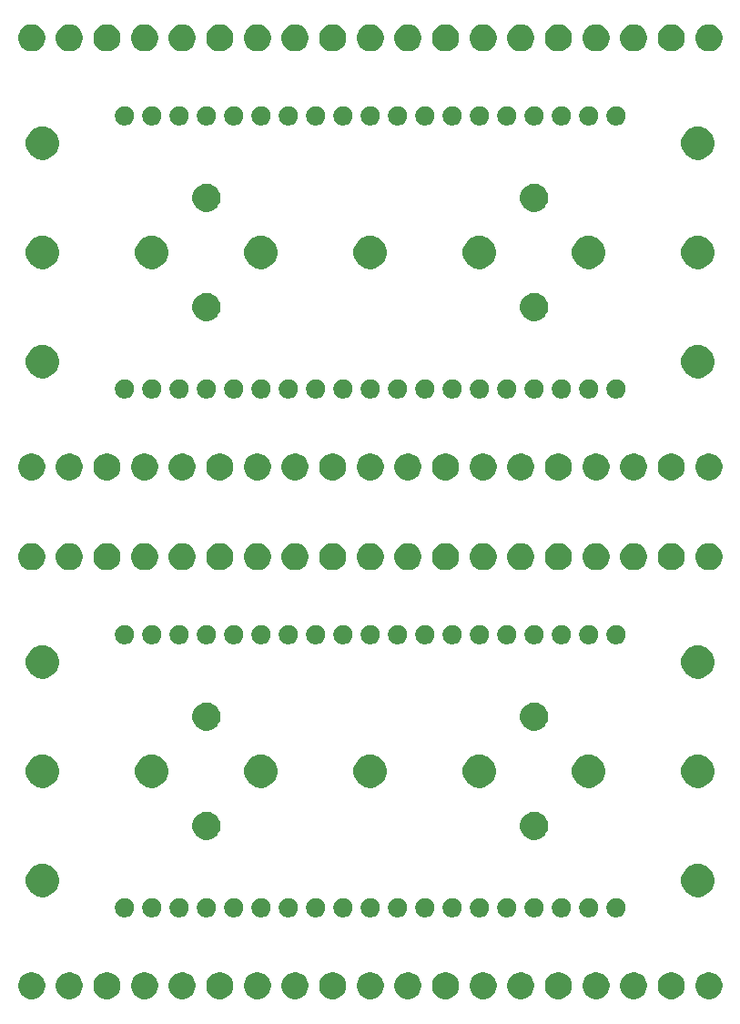
<source format=gbr>
G04 #@! TF.GenerationSoftware,KiCad,Pcbnew,5.1.5-52549c5~86~ubuntu18.04.1*
G04 #@! TF.CreationDate,2020-09-21T15:33:00-05:00*
G04 #@! TF.ProjectId,,58585858-5858-4585-9858-585858585858,rev?*
G04 #@! TF.SameCoordinates,Original*
G04 #@! TF.FileFunction,Soldermask,Bot*
G04 #@! TF.FilePolarity,Negative*
%FSLAX46Y46*%
G04 Gerber Fmt 4.6, Leading zero omitted, Abs format (unit mm)*
G04 Created by KiCad (PCBNEW 5.1.5-52549c5~86~ubuntu18.04.1) date 2020-09-21 15:33:00*
%MOMM*%
%LPD*%
G04 APERTURE LIST*
%ADD10C,0.100000*%
G04 APERTURE END LIST*
D10*
G36*
X173861103Y-128154275D02*
G01*
X174088771Y-128248578D01*
X174293666Y-128385485D01*
X174467915Y-128559734D01*
X174604822Y-128764629D01*
X174699125Y-128992297D01*
X174747200Y-129233987D01*
X174747200Y-129480413D01*
X174699125Y-129722103D01*
X174604822Y-129949771D01*
X174467915Y-130154666D01*
X174293666Y-130328915D01*
X174088771Y-130465822D01*
X174088770Y-130465823D01*
X174088769Y-130465823D01*
X173861103Y-130560125D01*
X173619414Y-130608200D01*
X173372986Y-130608200D01*
X173131297Y-130560125D01*
X172903631Y-130465823D01*
X172903630Y-130465823D01*
X172903629Y-130465822D01*
X172698734Y-130328915D01*
X172524485Y-130154666D01*
X172387578Y-129949771D01*
X172293275Y-129722103D01*
X172245200Y-129480413D01*
X172245200Y-129233987D01*
X172293275Y-128992297D01*
X172387578Y-128764629D01*
X172524485Y-128559734D01*
X172698734Y-128385485D01*
X172903629Y-128248578D01*
X173131297Y-128154275D01*
X173372986Y-128106200D01*
X173619414Y-128106200D01*
X173861103Y-128154275D01*
G37*
G36*
X138861103Y-128154275D02*
G01*
X139088771Y-128248578D01*
X139293666Y-128385485D01*
X139467915Y-128559734D01*
X139604822Y-128764629D01*
X139699125Y-128992297D01*
X139747200Y-129233987D01*
X139747200Y-129480413D01*
X139699125Y-129722103D01*
X139604822Y-129949771D01*
X139467915Y-130154666D01*
X139293666Y-130328915D01*
X139088771Y-130465822D01*
X139088770Y-130465823D01*
X139088769Y-130465823D01*
X138861103Y-130560125D01*
X138619414Y-130608200D01*
X138372986Y-130608200D01*
X138131297Y-130560125D01*
X137903631Y-130465823D01*
X137903630Y-130465823D01*
X137903629Y-130465822D01*
X137698734Y-130328915D01*
X137524485Y-130154666D01*
X137387578Y-129949771D01*
X137293275Y-129722103D01*
X137245200Y-129480413D01*
X137245200Y-129233987D01*
X137293275Y-128992297D01*
X137387578Y-128764629D01*
X137524485Y-128559734D01*
X137698734Y-128385485D01*
X137903629Y-128248578D01*
X138131297Y-128154275D01*
X138372986Y-128106200D01*
X138619414Y-128106200D01*
X138861103Y-128154275D01*
G37*
G36*
X110861103Y-128154275D02*
G01*
X111088771Y-128248578D01*
X111293666Y-128385485D01*
X111467915Y-128559734D01*
X111604822Y-128764629D01*
X111699125Y-128992297D01*
X111747200Y-129233987D01*
X111747200Y-129480413D01*
X111699125Y-129722103D01*
X111604822Y-129949771D01*
X111467915Y-130154666D01*
X111293666Y-130328915D01*
X111088771Y-130465822D01*
X111088770Y-130465823D01*
X111088769Y-130465823D01*
X110861103Y-130560125D01*
X110619414Y-130608200D01*
X110372986Y-130608200D01*
X110131297Y-130560125D01*
X109903631Y-130465823D01*
X109903630Y-130465823D01*
X109903629Y-130465822D01*
X109698734Y-130328915D01*
X109524485Y-130154666D01*
X109387578Y-129949771D01*
X109293275Y-129722103D01*
X109245200Y-129480413D01*
X109245200Y-129233987D01*
X109293275Y-128992297D01*
X109387578Y-128764629D01*
X109524485Y-128559734D01*
X109698734Y-128385485D01*
X109903629Y-128248578D01*
X110131297Y-128154275D01*
X110372986Y-128106200D01*
X110619414Y-128106200D01*
X110861103Y-128154275D01*
G37*
G36*
X114361103Y-128154275D02*
G01*
X114588771Y-128248578D01*
X114793666Y-128385485D01*
X114967915Y-128559734D01*
X115104822Y-128764629D01*
X115199125Y-128992297D01*
X115247200Y-129233987D01*
X115247200Y-129480413D01*
X115199125Y-129722103D01*
X115104822Y-129949771D01*
X114967915Y-130154666D01*
X114793666Y-130328915D01*
X114588771Y-130465822D01*
X114588770Y-130465823D01*
X114588769Y-130465823D01*
X114361103Y-130560125D01*
X114119414Y-130608200D01*
X113872986Y-130608200D01*
X113631297Y-130560125D01*
X113403631Y-130465823D01*
X113403630Y-130465823D01*
X113403629Y-130465822D01*
X113198734Y-130328915D01*
X113024485Y-130154666D01*
X112887578Y-129949771D01*
X112793275Y-129722103D01*
X112745200Y-129480413D01*
X112745200Y-129233987D01*
X112793275Y-128992297D01*
X112887578Y-128764629D01*
X113024485Y-128559734D01*
X113198734Y-128385485D01*
X113403629Y-128248578D01*
X113631297Y-128154275D01*
X113872986Y-128106200D01*
X114119414Y-128106200D01*
X114361103Y-128154275D01*
G37*
G36*
X117861103Y-128154275D02*
G01*
X118088771Y-128248578D01*
X118293666Y-128385485D01*
X118467915Y-128559734D01*
X118604822Y-128764629D01*
X118699125Y-128992297D01*
X118747200Y-129233987D01*
X118747200Y-129480413D01*
X118699125Y-129722103D01*
X118604822Y-129949771D01*
X118467915Y-130154666D01*
X118293666Y-130328915D01*
X118088771Y-130465822D01*
X118088770Y-130465823D01*
X118088769Y-130465823D01*
X117861103Y-130560125D01*
X117619414Y-130608200D01*
X117372986Y-130608200D01*
X117131297Y-130560125D01*
X116903631Y-130465823D01*
X116903630Y-130465823D01*
X116903629Y-130465822D01*
X116698734Y-130328915D01*
X116524485Y-130154666D01*
X116387578Y-129949771D01*
X116293275Y-129722103D01*
X116245200Y-129480413D01*
X116245200Y-129233987D01*
X116293275Y-128992297D01*
X116387578Y-128764629D01*
X116524485Y-128559734D01*
X116698734Y-128385485D01*
X116903629Y-128248578D01*
X117131297Y-128154275D01*
X117372986Y-128106200D01*
X117619414Y-128106200D01*
X117861103Y-128154275D01*
G37*
G36*
X121361103Y-128154275D02*
G01*
X121588771Y-128248578D01*
X121793666Y-128385485D01*
X121967915Y-128559734D01*
X122104822Y-128764629D01*
X122199125Y-128992297D01*
X122247200Y-129233987D01*
X122247200Y-129480413D01*
X122199125Y-129722103D01*
X122104822Y-129949771D01*
X121967915Y-130154666D01*
X121793666Y-130328915D01*
X121588771Y-130465822D01*
X121588770Y-130465823D01*
X121588769Y-130465823D01*
X121361103Y-130560125D01*
X121119414Y-130608200D01*
X120872986Y-130608200D01*
X120631297Y-130560125D01*
X120403631Y-130465823D01*
X120403630Y-130465823D01*
X120403629Y-130465822D01*
X120198734Y-130328915D01*
X120024485Y-130154666D01*
X119887578Y-129949771D01*
X119793275Y-129722103D01*
X119745200Y-129480413D01*
X119745200Y-129233987D01*
X119793275Y-128992297D01*
X119887578Y-128764629D01*
X120024485Y-128559734D01*
X120198734Y-128385485D01*
X120403629Y-128248578D01*
X120631297Y-128154275D01*
X120872986Y-128106200D01*
X121119414Y-128106200D01*
X121361103Y-128154275D01*
G37*
G36*
X124861103Y-128154275D02*
G01*
X125088771Y-128248578D01*
X125293666Y-128385485D01*
X125467915Y-128559734D01*
X125604822Y-128764629D01*
X125699125Y-128992297D01*
X125747200Y-129233987D01*
X125747200Y-129480413D01*
X125699125Y-129722103D01*
X125604822Y-129949771D01*
X125467915Y-130154666D01*
X125293666Y-130328915D01*
X125088771Y-130465822D01*
X125088770Y-130465823D01*
X125088769Y-130465823D01*
X124861103Y-130560125D01*
X124619414Y-130608200D01*
X124372986Y-130608200D01*
X124131297Y-130560125D01*
X123903631Y-130465823D01*
X123903630Y-130465823D01*
X123903629Y-130465822D01*
X123698734Y-130328915D01*
X123524485Y-130154666D01*
X123387578Y-129949771D01*
X123293275Y-129722103D01*
X123245200Y-129480413D01*
X123245200Y-129233987D01*
X123293275Y-128992297D01*
X123387578Y-128764629D01*
X123524485Y-128559734D01*
X123698734Y-128385485D01*
X123903629Y-128248578D01*
X124131297Y-128154275D01*
X124372986Y-128106200D01*
X124619414Y-128106200D01*
X124861103Y-128154275D01*
G37*
G36*
X128361103Y-128154275D02*
G01*
X128588771Y-128248578D01*
X128793666Y-128385485D01*
X128967915Y-128559734D01*
X129104822Y-128764629D01*
X129199125Y-128992297D01*
X129247200Y-129233987D01*
X129247200Y-129480413D01*
X129199125Y-129722103D01*
X129104822Y-129949771D01*
X128967915Y-130154666D01*
X128793666Y-130328915D01*
X128588771Y-130465822D01*
X128588770Y-130465823D01*
X128588769Y-130465823D01*
X128361103Y-130560125D01*
X128119414Y-130608200D01*
X127872986Y-130608200D01*
X127631297Y-130560125D01*
X127403631Y-130465823D01*
X127403630Y-130465823D01*
X127403629Y-130465822D01*
X127198734Y-130328915D01*
X127024485Y-130154666D01*
X126887578Y-129949771D01*
X126793275Y-129722103D01*
X126745200Y-129480413D01*
X126745200Y-129233987D01*
X126793275Y-128992297D01*
X126887578Y-128764629D01*
X127024485Y-128559734D01*
X127198734Y-128385485D01*
X127403629Y-128248578D01*
X127631297Y-128154275D01*
X127872986Y-128106200D01*
X128119414Y-128106200D01*
X128361103Y-128154275D01*
G37*
G36*
X131861103Y-128154275D02*
G01*
X132088771Y-128248578D01*
X132293666Y-128385485D01*
X132467915Y-128559734D01*
X132604822Y-128764629D01*
X132699125Y-128992297D01*
X132747200Y-129233987D01*
X132747200Y-129480413D01*
X132699125Y-129722103D01*
X132604822Y-129949771D01*
X132467915Y-130154666D01*
X132293666Y-130328915D01*
X132088771Y-130465822D01*
X132088770Y-130465823D01*
X132088769Y-130465823D01*
X131861103Y-130560125D01*
X131619414Y-130608200D01*
X131372986Y-130608200D01*
X131131297Y-130560125D01*
X130903631Y-130465823D01*
X130903630Y-130465823D01*
X130903629Y-130465822D01*
X130698734Y-130328915D01*
X130524485Y-130154666D01*
X130387578Y-129949771D01*
X130293275Y-129722103D01*
X130245200Y-129480413D01*
X130245200Y-129233987D01*
X130293275Y-128992297D01*
X130387578Y-128764629D01*
X130524485Y-128559734D01*
X130698734Y-128385485D01*
X130903629Y-128248578D01*
X131131297Y-128154275D01*
X131372986Y-128106200D01*
X131619414Y-128106200D01*
X131861103Y-128154275D01*
G37*
G36*
X135361103Y-128154275D02*
G01*
X135588771Y-128248578D01*
X135793666Y-128385485D01*
X135967915Y-128559734D01*
X136104822Y-128764629D01*
X136199125Y-128992297D01*
X136247200Y-129233987D01*
X136247200Y-129480413D01*
X136199125Y-129722103D01*
X136104822Y-129949771D01*
X135967915Y-130154666D01*
X135793666Y-130328915D01*
X135588771Y-130465822D01*
X135588770Y-130465823D01*
X135588769Y-130465823D01*
X135361103Y-130560125D01*
X135119414Y-130608200D01*
X134872986Y-130608200D01*
X134631297Y-130560125D01*
X134403631Y-130465823D01*
X134403630Y-130465823D01*
X134403629Y-130465822D01*
X134198734Y-130328915D01*
X134024485Y-130154666D01*
X133887578Y-129949771D01*
X133793275Y-129722103D01*
X133745200Y-129480413D01*
X133745200Y-129233987D01*
X133793275Y-128992297D01*
X133887578Y-128764629D01*
X134024485Y-128559734D01*
X134198734Y-128385485D01*
X134403629Y-128248578D01*
X134631297Y-128154275D01*
X134872986Y-128106200D01*
X135119414Y-128106200D01*
X135361103Y-128154275D01*
G37*
G36*
X145861103Y-128154275D02*
G01*
X146088771Y-128248578D01*
X146293666Y-128385485D01*
X146467915Y-128559734D01*
X146604822Y-128764629D01*
X146699125Y-128992297D01*
X146747200Y-129233987D01*
X146747200Y-129480413D01*
X146699125Y-129722103D01*
X146604822Y-129949771D01*
X146467915Y-130154666D01*
X146293666Y-130328915D01*
X146088771Y-130465822D01*
X146088770Y-130465823D01*
X146088769Y-130465823D01*
X145861103Y-130560125D01*
X145619414Y-130608200D01*
X145372986Y-130608200D01*
X145131297Y-130560125D01*
X144903631Y-130465823D01*
X144903630Y-130465823D01*
X144903629Y-130465822D01*
X144698734Y-130328915D01*
X144524485Y-130154666D01*
X144387578Y-129949771D01*
X144293275Y-129722103D01*
X144245200Y-129480413D01*
X144245200Y-129233987D01*
X144293275Y-128992297D01*
X144387578Y-128764629D01*
X144524485Y-128559734D01*
X144698734Y-128385485D01*
X144903629Y-128248578D01*
X145131297Y-128154275D01*
X145372986Y-128106200D01*
X145619414Y-128106200D01*
X145861103Y-128154275D01*
G37*
G36*
X149361103Y-128154275D02*
G01*
X149588771Y-128248578D01*
X149793666Y-128385485D01*
X149967915Y-128559734D01*
X150104822Y-128764629D01*
X150199125Y-128992297D01*
X150247200Y-129233987D01*
X150247200Y-129480413D01*
X150199125Y-129722103D01*
X150104822Y-129949771D01*
X149967915Y-130154666D01*
X149793666Y-130328915D01*
X149588771Y-130465822D01*
X149588770Y-130465823D01*
X149588769Y-130465823D01*
X149361103Y-130560125D01*
X149119414Y-130608200D01*
X148872986Y-130608200D01*
X148631297Y-130560125D01*
X148403631Y-130465823D01*
X148403630Y-130465823D01*
X148403629Y-130465822D01*
X148198734Y-130328915D01*
X148024485Y-130154666D01*
X147887578Y-129949771D01*
X147793275Y-129722103D01*
X147745200Y-129480413D01*
X147745200Y-129233987D01*
X147793275Y-128992297D01*
X147887578Y-128764629D01*
X148024485Y-128559734D01*
X148198734Y-128385485D01*
X148403629Y-128248578D01*
X148631297Y-128154275D01*
X148872986Y-128106200D01*
X149119414Y-128106200D01*
X149361103Y-128154275D01*
G37*
G36*
X152861103Y-128154275D02*
G01*
X153088771Y-128248578D01*
X153293666Y-128385485D01*
X153467915Y-128559734D01*
X153604822Y-128764629D01*
X153699125Y-128992297D01*
X153747200Y-129233987D01*
X153747200Y-129480413D01*
X153699125Y-129722103D01*
X153604822Y-129949771D01*
X153467915Y-130154666D01*
X153293666Y-130328915D01*
X153088771Y-130465822D01*
X153088770Y-130465823D01*
X153088769Y-130465823D01*
X152861103Y-130560125D01*
X152619414Y-130608200D01*
X152372986Y-130608200D01*
X152131297Y-130560125D01*
X151903631Y-130465823D01*
X151903630Y-130465823D01*
X151903629Y-130465822D01*
X151698734Y-130328915D01*
X151524485Y-130154666D01*
X151387578Y-129949771D01*
X151293275Y-129722103D01*
X151245200Y-129480413D01*
X151245200Y-129233987D01*
X151293275Y-128992297D01*
X151387578Y-128764629D01*
X151524485Y-128559734D01*
X151698734Y-128385485D01*
X151903629Y-128248578D01*
X152131297Y-128154275D01*
X152372986Y-128106200D01*
X152619414Y-128106200D01*
X152861103Y-128154275D01*
G37*
G36*
X156361103Y-128154275D02*
G01*
X156588771Y-128248578D01*
X156793666Y-128385485D01*
X156967915Y-128559734D01*
X157104822Y-128764629D01*
X157199125Y-128992297D01*
X157247200Y-129233987D01*
X157247200Y-129480413D01*
X157199125Y-129722103D01*
X157104822Y-129949771D01*
X156967915Y-130154666D01*
X156793666Y-130328915D01*
X156588771Y-130465822D01*
X156588770Y-130465823D01*
X156588769Y-130465823D01*
X156361103Y-130560125D01*
X156119414Y-130608200D01*
X155872986Y-130608200D01*
X155631297Y-130560125D01*
X155403631Y-130465823D01*
X155403630Y-130465823D01*
X155403629Y-130465822D01*
X155198734Y-130328915D01*
X155024485Y-130154666D01*
X154887578Y-129949771D01*
X154793275Y-129722103D01*
X154745200Y-129480413D01*
X154745200Y-129233987D01*
X154793275Y-128992297D01*
X154887578Y-128764629D01*
X155024485Y-128559734D01*
X155198734Y-128385485D01*
X155403629Y-128248578D01*
X155631297Y-128154275D01*
X155872986Y-128106200D01*
X156119414Y-128106200D01*
X156361103Y-128154275D01*
G37*
G36*
X159861103Y-128154275D02*
G01*
X160088771Y-128248578D01*
X160293666Y-128385485D01*
X160467915Y-128559734D01*
X160604822Y-128764629D01*
X160699125Y-128992297D01*
X160747200Y-129233987D01*
X160747200Y-129480413D01*
X160699125Y-129722103D01*
X160604822Y-129949771D01*
X160467915Y-130154666D01*
X160293666Y-130328915D01*
X160088771Y-130465822D01*
X160088770Y-130465823D01*
X160088769Y-130465823D01*
X159861103Y-130560125D01*
X159619414Y-130608200D01*
X159372986Y-130608200D01*
X159131297Y-130560125D01*
X158903631Y-130465823D01*
X158903630Y-130465823D01*
X158903629Y-130465822D01*
X158698734Y-130328915D01*
X158524485Y-130154666D01*
X158387578Y-129949771D01*
X158293275Y-129722103D01*
X158245200Y-129480413D01*
X158245200Y-129233987D01*
X158293275Y-128992297D01*
X158387578Y-128764629D01*
X158524485Y-128559734D01*
X158698734Y-128385485D01*
X158903629Y-128248578D01*
X159131297Y-128154275D01*
X159372986Y-128106200D01*
X159619414Y-128106200D01*
X159861103Y-128154275D01*
G37*
G36*
X163361103Y-128154275D02*
G01*
X163588771Y-128248578D01*
X163793666Y-128385485D01*
X163967915Y-128559734D01*
X164104822Y-128764629D01*
X164199125Y-128992297D01*
X164247200Y-129233987D01*
X164247200Y-129480413D01*
X164199125Y-129722103D01*
X164104822Y-129949771D01*
X163967915Y-130154666D01*
X163793666Y-130328915D01*
X163588771Y-130465822D01*
X163588770Y-130465823D01*
X163588769Y-130465823D01*
X163361103Y-130560125D01*
X163119414Y-130608200D01*
X162872986Y-130608200D01*
X162631297Y-130560125D01*
X162403631Y-130465823D01*
X162403630Y-130465823D01*
X162403629Y-130465822D01*
X162198734Y-130328915D01*
X162024485Y-130154666D01*
X161887578Y-129949771D01*
X161793275Y-129722103D01*
X161745200Y-129480413D01*
X161745200Y-129233987D01*
X161793275Y-128992297D01*
X161887578Y-128764629D01*
X162024485Y-128559734D01*
X162198734Y-128385485D01*
X162403629Y-128248578D01*
X162631297Y-128154275D01*
X162872986Y-128106200D01*
X163119414Y-128106200D01*
X163361103Y-128154275D01*
G37*
G36*
X166861103Y-128154275D02*
G01*
X167088771Y-128248578D01*
X167293666Y-128385485D01*
X167467915Y-128559734D01*
X167604822Y-128764629D01*
X167699125Y-128992297D01*
X167747200Y-129233987D01*
X167747200Y-129480413D01*
X167699125Y-129722103D01*
X167604822Y-129949771D01*
X167467915Y-130154666D01*
X167293666Y-130328915D01*
X167088771Y-130465822D01*
X167088770Y-130465823D01*
X167088769Y-130465823D01*
X166861103Y-130560125D01*
X166619414Y-130608200D01*
X166372986Y-130608200D01*
X166131297Y-130560125D01*
X165903631Y-130465823D01*
X165903630Y-130465823D01*
X165903629Y-130465822D01*
X165698734Y-130328915D01*
X165524485Y-130154666D01*
X165387578Y-129949771D01*
X165293275Y-129722103D01*
X165245200Y-129480413D01*
X165245200Y-129233987D01*
X165293275Y-128992297D01*
X165387578Y-128764629D01*
X165524485Y-128559734D01*
X165698734Y-128385485D01*
X165903629Y-128248578D01*
X166131297Y-128154275D01*
X166372986Y-128106200D01*
X166619414Y-128106200D01*
X166861103Y-128154275D01*
G37*
G36*
X170361103Y-128154275D02*
G01*
X170588771Y-128248578D01*
X170793666Y-128385485D01*
X170967915Y-128559734D01*
X171104822Y-128764629D01*
X171199125Y-128992297D01*
X171247200Y-129233987D01*
X171247200Y-129480413D01*
X171199125Y-129722103D01*
X171104822Y-129949771D01*
X170967915Y-130154666D01*
X170793666Y-130328915D01*
X170588771Y-130465822D01*
X170588770Y-130465823D01*
X170588769Y-130465823D01*
X170361103Y-130560125D01*
X170119414Y-130608200D01*
X169872986Y-130608200D01*
X169631297Y-130560125D01*
X169403631Y-130465823D01*
X169403630Y-130465823D01*
X169403629Y-130465822D01*
X169198734Y-130328915D01*
X169024485Y-130154666D01*
X168887578Y-129949771D01*
X168793275Y-129722103D01*
X168745200Y-129480413D01*
X168745200Y-129233987D01*
X168793275Y-128992297D01*
X168887578Y-128764629D01*
X169024485Y-128559734D01*
X169198734Y-128385485D01*
X169403629Y-128248578D01*
X169631297Y-128154275D01*
X169872986Y-128106200D01*
X170119414Y-128106200D01*
X170361103Y-128154275D01*
G37*
G36*
X142361103Y-128154275D02*
G01*
X142588771Y-128248578D01*
X142793666Y-128385485D01*
X142967915Y-128559734D01*
X143104822Y-128764629D01*
X143199125Y-128992297D01*
X143247200Y-129233987D01*
X143247200Y-129480413D01*
X143199125Y-129722103D01*
X143104822Y-129949771D01*
X142967915Y-130154666D01*
X142793666Y-130328915D01*
X142588771Y-130465822D01*
X142588770Y-130465823D01*
X142588769Y-130465823D01*
X142361103Y-130560125D01*
X142119414Y-130608200D01*
X141872986Y-130608200D01*
X141631297Y-130560125D01*
X141403631Y-130465823D01*
X141403630Y-130465823D01*
X141403629Y-130465822D01*
X141198734Y-130328915D01*
X141024485Y-130154666D01*
X140887578Y-129949771D01*
X140793275Y-129722103D01*
X140745200Y-129480413D01*
X140745200Y-129233987D01*
X140793275Y-128992297D01*
X140887578Y-128764629D01*
X141024485Y-128559734D01*
X141198734Y-128385485D01*
X141403629Y-128248578D01*
X141631297Y-128154275D01*
X141872986Y-128106200D01*
X142119414Y-128106200D01*
X142361103Y-128154275D01*
G37*
G36*
X137029712Y-121211927D02*
G01*
X137179012Y-121241624D01*
X137342984Y-121309544D01*
X137490554Y-121408147D01*
X137616053Y-121533646D01*
X137714656Y-121681216D01*
X137782576Y-121845188D01*
X137817200Y-122019259D01*
X137817200Y-122196741D01*
X137782576Y-122370812D01*
X137714656Y-122534784D01*
X137616053Y-122682354D01*
X137490554Y-122807853D01*
X137342984Y-122906456D01*
X137179012Y-122974376D01*
X137029712Y-123004073D01*
X137004942Y-123009000D01*
X136827458Y-123009000D01*
X136802688Y-123004073D01*
X136653388Y-122974376D01*
X136489416Y-122906456D01*
X136341846Y-122807853D01*
X136216347Y-122682354D01*
X136117744Y-122534784D01*
X136049824Y-122370812D01*
X136015200Y-122196741D01*
X136015200Y-122019259D01*
X136049824Y-121845188D01*
X136117744Y-121681216D01*
X136216347Y-121533646D01*
X136341846Y-121408147D01*
X136489416Y-121309544D01*
X136653388Y-121241624D01*
X136802688Y-121211927D01*
X136827458Y-121207000D01*
X137004942Y-121207000D01*
X137029712Y-121211927D01*
G37*
G36*
X139569712Y-121211927D02*
G01*
X139719012Y-121241624D01*
X139882984Y-121309544D01*
X140030554Y-121408147D01*
X140156053Y-121533646D01*
X140254656Y-121681216D01*
X140322576Y-121845188D01*
X140357200Y-122019259D01*
X140357200Y-122196741D01*
X140322576Y-122370812D01*
X140254656Y-122534784D01*
X140156053Y-122682354D01*
X140030554Y-122807853D01*
X139882984Y-122906456D01*
X139719012Y-122974376D01*
X139569712Y-123004073D01*
X139544942Y-123009000D01*
X139367458Y-123009000D01*
X139342688Y-123004073D01*
X139193388Y-122974376D01*
X139029416Y-122906456D01*
X138881846Y-122807853D01*
X138756347Y-122682354D01*
X138657744Y-122534784D01*
X138589824Y-122370812D01*
X138555200Y-122196741D01*
X138555200Y-122019259D01*
X138589824Y-121845188D01*
X138657744Y-121681216D01*
X138756347Y-121533646D01*
X138881846Y-121408147D01*
X139029416Y-121309544D01*
X139193388Y-121241624D01*
X139342688Y-121211927D01*
X139367458Y-121207000D01*
X139544942Y-121207000D01*
X139569712Y-121211927D01*
G37*
G36*
X142109712Y-121211927D02*
G01*
X142259012Y-121241624D01*
X142422984Y-121309544D01*
X142570554Y-121408147D01*
X142696053Y-121533646D01*
X142794656Y-121681216D01*
X142862576Y-121845188D01*
X142897200Y-122019259D01*
X142897200Y-122196741D01*
X142862576Y-122370812D01*
X142794656Y-122534784D01*
X142696053Y-122682354D01*
X142570554Y-122807853D01*
X142422984Y-122906456D01*
X142259012Y-122974376D01*
X142109712Y-123004073D01*
X142084942Y-123009000D01*
X141907458Y-123009000D01*
X141882688Y-123004073D01*
X141733388Y-122974376D01*
X141569416Y-122906456D01*
X141421846Y-122807853D01*
X141296347Y-122682354D01*
X141197744Y-122534784D01*
X141129824Y-122370812D01*
X141095200Y-122196741D01*
X141095200Y-122019259D01*
X141129824Y-121845188D01*
X141197744Y-121681216D01*
X141296347Y-121533646D01*
X141421846Y-121408147D01*
X141569416Y-121309544D01*
X141733388Y-121241624D01*
X141882688Y-121211927D01*
X141907458Y-121207000D01*
X142084942Y-121207000D01*
X142109712Y-121211927D01*
G37*
G36*
X144649712Y-121211927D02*
G01*
X144799012Y-121241624D01*
X144962984Y-121309544D01*
X145110554Y-121408147D01*
X145236053Y-121533646D01*
X145334656Y-121681216D01*
X145402576Y-121845188D01*
X145437200Y-122019259D01*
X145437200Y-122196741D01*
X145402576Y-122370812D01*
X145334656Y-122534784D01*
X145236053Y-122682354D01*
X145110554Y-122807853D01*
X144962984Y-122906456D01*
X144799012Y-122974376D01*
X144649712Y-123004073D01*
X144624942Y-123009000D01*
X144447458Y-123009000D01*
X144422688Y-123004073D01*
X144273388Y-122974376D01*
X144109416Y-122906456D01*
X143961846Y-122807853D01*
X143836347Y-122682354D01*
X143737744Y-122534784D01*
X143669824Y-122370812D01*
X143635200Y-122196741D01*
X143635200Y-122019259D01*
X143669824Y-121845188D01*
X143737744Y-121681216D01*
X143836347Y-121533646D01*
X143961846Y-121408147D01*
X144109416Y-121309544D01*
X144273388Y-121241624D01*
X144422688Y-121211927D01*
X144447458Y-121207000D01*
X144624942Y-121207000D01*
X144649712Y-121211927D01*
G37*
G36*
X147189712Y-121211927D02*
G01*
X147339012Y-121241624D01*
X147502984Y-121309544D01*
X147650554Y-121408147D01*
X147776053Y-121533646D01*
X147874656Y-121681216D01*
X147942576Y-121845188D01*
X147977200Y-122019259D01*
X147977200Y-122196741D01*
X147942576Y-122370812D01*
X147874656Y-122534784D01*
X147776053Y-122682354D01*
X147650554Y-122807853D01*
X147502984Y-122906456D01*
X147339012Y-122974376D01*
X147189712Y-123004073D01*
X147164942Y-123009000D01*
X146987458Y-123009000D01*
X146962688Y-123004073D01*
X146813388Y-122974376D01*
X146649416Y-122906456D01*
X146501846Y-122807853D01*
X146376347Y-122682354D01*
X146277744Y-122534784D01*
X146209824Y-122370812D01*
X146175200Y-122196741D01*
X146175200Y-122019259D01*
X146209824Y-121845188D01*
X146277744Y-121681216D01*
X146376347Y-121533646D01*
X146501846Y-121408147D01*
X146649416Y-121309544D01*
X146813388Y-121241624D01*
X146962688Y-121211927D01*
X146987458Y-121207000D01*
X147164942Y-121207000D01*
X147189712Y-121211927D01*
G37*
G36*
X149729712Y-121211927D02*
G01*
X149879012Y-121241624D01*
X150042984Y-121309544D01*
X150190554Y-121408147D01*
X150316053Y-121533646D01*
X150414656Y-121681216D01*
X150482576Y-121845188D01*
X150517200Y-122019259D01*
X150517200Y-122196741D01*
X150482576Y-122370812D01*
X150414656Y-122534784D01*
X150316053Y-122682354D01*
X150190554Y-122807853D01*
X150042984Y-122906456D01*
X149879012Y-122974376D01*
X149729712Y-123004073D01*
X149704942Y-123009000D01*
X149527458Y-123009000D01*
X149502688Y-123004073D01*
X149353388Y-122974376D01*
X149189416Y-122906456D01*
X149041846Y-122807853D01*
X148916347Y-122682354D01*
X148817744Y-122534784D01*
X148749824Y-122370812D01*
X148715200Y-122196741D01*
X148715200Y-122019259D01*
X148749824Y-121845188D01*
X148817744Y-121681216D01*
X148916347Y-121533646D01*
X149041846Y-121408147D01*
X149189416Y-121309544D01*
X149353388Y-121241624D01*
X149502688Y-121211927D01*
X149527458Y-121207000D01*
X149704942Y-121207000D01*
X149729712Y-121211927D01*
G37*
G36*
X152269712Y-121211927D02*
G01*
X152419012Y-121241624D01*
X152582984Y-121309544D01*
X152730554Y-121408147D01*
X152856053Y-121533646D01*
X152954656Y-121681216D01*
X153022576Y-121845188D01*
X153057200Y-122019259D01*
X153057200Y-122196741D01*
X153022576Y-122370812D01*
X152954656Y-122534784D01*
X152856053Y-122682354D01*
X152730554Y-122807853D01*
X152582984Y-122906456D01*
X152419012Y-122974376D01*
X152269712Y-123004073D01*
X152244942Y-123009000D01*
X152067458Y-123009000D01*
X152042688Y-123004073D01*
X151893388Y-122974376D01*
X151729416Y-122906456D01*
X151581846Y-122807853D01*
X151456347Y-122682354D01*
X151357744Y-122534784D01*
X151289824Y-122370812D01*
X151255200Y-122196741D01*
X151255200Y-122019259D01*
X151289824Y-121845188D01*
X151357744Y-121681216D01*
X151456347Y-121533646D01*
X151581846Y-121408147D01*
X151729416Y-121309544D01*
X151893388Y-121241624D01*
X152042688Y-121211927D01*
X152067458Y-121207000D01*
X152244942Y-121207000D01*
X152269712Y-121211927D01*
G37*
G36*
X154809712Y-121211927D02*
G01*
X154959012Y-121241624D01*
X155122984Y-121309544D01*
X155270554Y-121408147D01*
X155396053Y-121533646D01*
X155494656Y-121681216D01*
X155562576Y-121845188D01*
X155597200Y-122019259D01*
X155597200Y-122196741D01*
X155562576Y-122370812D01*
X155494656Y-122534784D01*
X155396053Y-122682354D01*
X155270554Y-122807853D01*
X155122984Y-122906456D01*
X154959012Y-122974376D01*
X154809712Y-123004073D01*
X154784942Y-123009000D01*
X154607458Y-123009000D01*
X154582688Y-123004073D01*
X154433388Y-122974376D01*
X154269416Y-122906456D01*
X154121846Y-122807853D01*
X153996347Y-122682354D01*
X153897744Y-122534784D01*
X153829824Y-122370812D01*
X153795200Y-122196741D01*
X153795200Y-122019259D01*
X153829824Y-121845188D01*
X153897744Y-121681216D01*
X153996347Y-121533646D01*
X154121846Y-121408147D01*
X154269416Y-121309544D01*
X154433388Y-121241624D01*
X154582688Y-121211927D01*
X154607458Y-121207000D01*
X154784942Y-121207000D01*
X154809712Y-121211927D01*
G37*
G36*
X159889712Y-121211927D02*
G01*
X160039012Y-121241624D01*
X160202984Y-121309544D01*
X160350554Y-121408147D01*
X160476053Y-121533646D01*
X160574656Y-121681216D01*
X160642576Y-121845188D01*
X160677200Y-122019259D01*
X160677200Y-122196741D01*
X160642576Y-122370812D01*
X160574656Y-122534784D01*
X160476053Y-122682354D01*
X160350554Y-122807853D01*
X160202984Y-122906456D01*
X160039012Y-122974376D01*
X159889712Y-123004073D01*
X159864942Y-123009000D01*
X159687458Y-123009000D01*
X159662688Y-123004073D01*
X159513388Y-122974376D01*
X159349416Y-122906456D01*
X159201846Y-122807853D01*
X159076347Y-122682354D01*
X158977744Y-122534784D01*
X158909824Y-122370812D01*
X158875200Y-122196741D01*
X158875200Y-122019259D01*
X158909824Y-121845188D01*
X158977744Y-121681216D01*
X159076347Y-121533646D01*
X159201846Y-121408147D01*
X159349416Y-121309544D01*
X159513388Y-121241624D01*
X159662688Y-121211927D01*
X159687458Y-121207000D01*
X159864942Y-121207000D01*
X159889712Y-121211927D01*
G37*
G36*
X131949712Y-121211927D02*
G01*
X132099012Y-121241624D01*
X132262984Y-121309544D01*
X132410554Y-121408147D01*
X132536053Y-121533646D01*
X132634656Y-121681216D01*
X132702576Y-121845188D01*
X132737200Y-122019259D01*
X132737200Y-122196741D01*
X132702576Y-122370812D01*
X132634656Y-122534784D01*
X132536053Y-122682354D01*
X132410554Y-122807853D01*
X132262984Y-122906456D01*
X132099012Y-122974376D01*
X131949712Y-123004073D01*
X131924942Y-123009000D01*
X131747458Y-123009000D01*
X131722688Y-123004073D01*
X131573388Y-122974376D01*
X131409416Y-122906456D01*
X131261846Y-122807853D01*
X131136347Y-122682354D01*
X131037744Y-122534784D01*
X130969824Y-122370812D01*
X130935200Y-122196741D01*
X130935200Y-122019259D01*
X130969824Y-121845188D01*
X131037744Y-121681216D01*
X131136347Y-121533646D01*
X131261846Y-121408147D01*
X131409416Y-121309544D01*
X131573388Y-121241624D01*
X131722688Y-121211927D01*
X131747458Y-121207000D01*
X131924942Y-121207000D01*
X131949712Y-121211927D01*
G37*
G36*
X157349712Y-121211927D02*
G01*
X157499012Y-121241624D01*
X157662984Y-121309544D01*
X157810554Y-121408147D01*
X157936053Y-121533646D01*
X158034656Y-121681216D01*
X158102576Y-121845188D01*
X158137200Y-122019259D01*
X158137200Y-122196741D01*
X158102576Y-122370812D01*
X158034656Y-122534784D01*
X157936053Y-122682354D01*
X157810554Y-122807853D01*
X157662984Y-122906456D01*
X157499012Y-122974376D01*
X157349712Y-123004073D01*
X157324942Y-123009000D01*
X157147458Y-123009000D01*
X157122688Y-123004073D01*
X156973388Y-122974376D01*
X156809416Y-122906456D01*
X156661846Y-122807853D01*
X156536347Y-122682354D01*
X156437744Y-122534784D01*
X156369824Y-122370812D01*
X156335200Y-122196741D01*
X156335200Y-122019259D01*
X156369824Y-121845188D01*
X156437744Y-121681216D01*
X156536347Y-121533646D01*
X156661846Y-121408147D01*
X156809416Y-121309544D01*
X156973388Y-121241624D01*
X157122688Y-121211927D01*
X157147458Y-121207000D01*
X157324942Y-121207000D01*
X157349712Y-121211927D01*
G37*
G36*
X164969712Y-121211927D02*
G01*
X165119012Y-121241624D01*
X165282984Y-121309544D01*
X165430554Y-121408147D01*
X165556053Y-121533646D01*
X165654656Y-121681216D01*
X165722576Y-121845188D01*
X165757200Y-122019259D01*
X165757200Y-122196741D01*
X165722576Y-122370812D01*
X165654656Y-122534784D01*
X165556053Y-122682354D01*
X165430554Y-122807853D01*
X165282984Y-122906456D01*
X165119012Y-122974376D01*
X164969712Y-123004073D01*
X164944942Y-123009000D01*
X164767458Y-123009000D01*
X164742688Y-123004073D01*
X164593388Y-122974376D01*
X164429416Y-122906456D01*
X164281846Y-122807853D01*
X164156347Y-122682354D01*
X164057744Y-122534784D01*
X163989824Y-122370812D01*
X163955200Y-122196741D01*
X163955200Y-122019259D01*
X163989824Y-121845188D01*
X164057744Y-121681216D01*
X164156347Y-121533646D01*
X164281846Y-121408147D01*
X164429416Y-121309544D01*
X164593388Y-121241624D01*
X164742688Y-121211927D01*
X164767458Y-121207000D01*
X164944942Y-121207000D01*
X164969712Y-121211927D01*
G37*
G36*
X119249712Y-121211927D02*
G01*
X119399012Y-121241624D01*
X119562984Y-121309544D01*
X119710554Y-121408147D01*
X119836053Y-121533646D01*
X119934656Y-121681216D01*
X120002576Y-121845188D01*
X120037200Y-122019259D01*
X120037200Y-122196741D01*
X120002576Y-122370812D01*
X119934656Y-122534784D01*
X119836053Y-122682354D01*
X119710554Y-122807853D01*
X119562984Y-122906456D01*
X119399012Y-122974376D01*
X119249712Y-123004073D01*
X119224942Y-123009000D01*
X119047458Y-123009000D01*
X119022688Y-123004073D01*
X118873388Y-122974376D01*
X118709416Y-122906456D01*
X118561846Y-122807853D01*
X118436347Y-122682354D01*
X118337744Y-122534784D01*
X118269824Y-122370812D01*
X118235200Y-122196741D01*
X118235200Y-122019259D01*
X118269824Y-121845188D01*
X118337744Y-121681216D01*
X118436347Y-121533646D01*
X118561846Y-121408147D01*
X118709416Y-121309544D01*
X118873388Y-121241624D01*
X119022688Y-121211927D01*
X119047458Y-121207000D01*
X119224942Y-121207000D01*
X119249712Y-121211927D01*
G37*
G36*
X121789712Y-121211927D02*
G01*
X121939012Y-121241624D01*
X122102984Y-121309544D01*
X122250554Y-121408147D01*
X122376053Y-121533646D01*
X122474656Y-121681216D01*
X122542576Y-121845188D01*
X122577200Y-122019259D01*
X122577200Y-122196741D01*
X122542576Y-122370812D01*
X122474656Y-122534784D01*
X122376053Y-122682354D01*
X122250554Y-122807853D01*
X122102984Y-122906456D01*
X121939012Y-122974376D01*
X121789712Y-123004073D01*
X121764942Y-123009000D01*
X121587458Y-123009000D01*
X121562688Y-123004073D01*
X121413388Y-122974376D01*
X121249416Y-122906456D01*
X121101846Y-122807853D01*
X120976347Y-122682354D01*
X120877744Y-122534784D01*
X120809824Y-122370812D01*
X120775200Y-122196741D01*
X120775200Y-122019259D01*
X120809824Y-121845188D01*
X120877744Y-121681216D01*
X120976347Y-121533646D01*
X121101846Y-121408147D01*
X121249416Y-121309544D01*
X121413388Y-121241624D01*
X121562688Y-121211927D01*
X121587458Y-121207000D01*
X121764942Y-121207000D01*
X121789712Y-121211927D01*
G37*
G36*
X124329712Y-121211927D02*
G01*
X124479012Y-121241624D01*
X124642984Y-121309544D01*
X124790554Y-121408147D01*
X124916053Y-121533646D01*
X125014656Y-121681216D01*
X125082576Y-121845188D01*
X125117200Y-122019259D01*
X125117200Y-122196741D01*
X125082576Y-122370812D01*
X125014656Y-122534784D01*
X124916053Y-122682354D01*
X124790554Y-122807853D01*
X124642984Y-122906456D01*
X124479012Y-122974376D01*
X124329712Y-123004073D01*
X124304942Y-123009000D01*
X124127458Y-123009000D01*
X124102688Y-123004073D01*
X123953388Y-122974376D01*
X123789416Y-122906456D01*
X123641846Y-122807853D01*
X123516347Y-122682354D01*
X123417744Y-122534784D01*
X123349824Y-122370812D01*
X123315200Y-122196741D01*
X123315200Y-122019259D01*
X123349824Y-121845188D01*
X123417744Y-121681216D01*
X123516347Y-121533646D01*
X123641846Y-121408147D01*
X123789416Y-121309544D01*
X123953388Y-121241624D01*
X124102688Y-121211927D01*
X124127458Y-121207000D01*
X124304942Y-121207000D01*
X124329712Y-121211927D01*
G37*
G36*
X129409712Y-121211927D02*
G01*
X129559012Y-121241624D01*
X129722984Y-121309544D01*
X129870554Y-121408147D01*
X129996053Y-121533646D01*
X130094656Y-121681216D01*
X130162576Y-121845188D01*
X130197200Y-122019259D01*
X130197200Y-122196741D01*
X130162576Y-122370812D01*
X130094656Y-122534784D01*
X129996053Y-122682354D01*
X129870554Y-122807853D01*
X129722984Y-122906456D01*
X129559012Y-122974376D01*
X129409712Y-123004073D01*
X129384942Y-123009000D01*
X129207458Y-123009000D01*
X129182688Y-123004073D01*
X129033388Y-122974376D01*
X128869416Y-122906456D01*
X128721846Y-122807853D01*
X128596347Y-122682354D01*
X128497744Y-122534784D01*
X128429824Y-122370812D01*
X128395200Y-122196741D01*
X128395200Y-122019259D01*
X128429824Y-121845188D01*
X128497744Y-121681216D01*
X128596347Y-121533646D01*
X128721846Y-121408147D01*
X128869416Y-121309544D01*
X129033388Y-121241624D01*
X129182688Y-121211927D01*
X129207458Y-121207000D01*
X129384942Y-121207000D01*
X129409712Y-121211927D01*
G37*
G36*
X126869712Y-121211927D02*
G01*
X127019012Y-121241624D01*
X127182984Y-121309544D01*
X127330554Y-121408147D01*
X127456053Y-121533646D01*
X127554656Y-121681216D01*
X127622576Y-121845188D01*
X127657200Y-122019259D01*
X127657200Y-122196741D01*
X127622576Y-122370812D01*
X127554656Y-122534784D01*
X127456053Y-122682354D01*
X127330554Y-122807853D01*
X127182984Y-122906456D01*
X127019012Y-122974376D01*
X126869712Y-123004073D01*
X126844942Y-123009000D01*
X126667458Y-123009000D01*
X126642688Y-123004073D01*
X126493388Y-122974376D01*
X126329416Y-122906456D01*
X126181846Y-122807853D01*
X126056347Y-122682354D01*
X125957744Y-122534784D01*
X125889824Y-122370812D01*
X125855200Y-122196741D01*
X125855200Y-122019259D01*
X125889824Y-121845188D01*
X125957744Y-121681216D01*
X126056347Y-121533646D01*
X126181846Y-121408147D01*
X126329416Y-121309544D01*
X126493388Y-121241624D01*
X126642688Y-121211927D01*
X126667458Y-121207000D01*
X126844942Y-121207000D01*
X126869712Y-121211927D01*
G37*
G36*
X162429712Y-121211927D02*
G01*
X162579012Y-121241624D01*
X162742984Y-121309544D01*
X162890554Y-121408147D01*
X163016053Y-121533646D01*
X163114656Y-121681216D01*
X163182576Y-121845188D01*
X163217200Y-122019259D01*
X163217200Y-122196741D01*
X163182576Y-122370812D01*
X163114656Y-122534784D01*
X163016053Y-122682354D01*
X162890554Y-122807853D01*
X162742984Y-122906456D01*
X162579012Y-122974376D01*
X162429712Y-123004073D01*
X162404942Y-123009000D01*
X162227458Y-123009000D01*
X162202688Y-123004073D01*
X162053388Y-122974376D01*
X161889416Y-122906456D01*
X161741846Y-122807853D01*
X161616347Y-122682354D01*
X161517744Y-122534784D01*
X161449824Y-122370812D01*
X161415200Y-122196741D01*
X161415200Y-122019259D01*
X161449824Y-121845188D01*
X161517744Y-121681216D01*
X161616347Y-121533646D01*
X161741846Y-121408147D01*
X161889416Y-121309544D01*
X162053388Y-121241624D01*
X162202688Y-121211927D01*
X162227458Y-121207000D01*
X162404942Y-121207000D01*
X162429712Y-121211927D01*
G37*
G36*
X134489712Y-121211927D02*
G01*
X134639012Y-121241624D01*
X134802984Y-121309544D01*
X134950554Y-121408147D01*
X135076053Y-121533646D01*
X135174656Y-121681216D01*
X135242576Y-121845188D01*
X135277200Y-122019259D01*
X135277200Y-122196741D01*
X135242576Y-122370812D01*
X135174656Y-122534784D01*
X135076053Y-122682354D01*
X134950554Y-122807853D01*
X134802984Y-122906456D01*
X134639012Y-122974376D01*
X134489712Y-123004073D01*
X134464942Y-123009000D01*
X134287458Y-123009000D01*
X134262688Y-123004073D01*
X134113388Y-122974376D01*
X133949416Y-122906456D01*
X133801846Y-122807853D01*
X133676347Y-122682354D01*
X133577744Y-122534784D01*
X133509824Y-122370812D01*
X133475200Y-122196741D01*
X133475200Y-122019259D01*
X133509824Y-121845188D01*
X133577744Y-121681216D01*
X133676347Y-121533646D01*
X133801846Y-121408147D01*
X133949416Y-121309544D01*
X134113388Y-121241624D01*
X134262688Y-121211927D01*
X134287458Y-121207000D01*
X134464942Y-121207000D01*
X134489712Y-121211927D01*
G37*
G36*
X172778785Y-118046802D02*
G01*
X172928610Y-118076604D01*
X173210874Y-118193521D01*
X173464905Y-118363259D01*
X173680941Y-118579295D01*
X173850679Y-118833326D01*
X173967596Y-119115590D01*
X174027200Y-119415240D01*
X174027200Y-119720760D01*
X173967596Y-120020410D01*
X173850679Y-120302674D01*
X173680941Y-120556705D01*
X173464905Y-120772741D01*
X173210874Y-120942479D01*
X172928610Y-121059396D01*
X172778785Y-121089198D01*
X172628961Y-121119000D01*
X172323439Y-121119000D01*
X172173615Y-121089198D01*
X172023790Y-121059396D01*
X171741526Y-120942479D01*
X171487495Y-120772741D01*
X171271459Y-120556705D01*
X171101721Y-120302674D01*
X170984804Y-120020410D01*
X170925200Y-119720760D01*
X170925200Y-119415240D01*
X170984804Y-119115590D01*
X171101721Y-118833326D01*
X171271459Y-118579295D01*
X171487495Y-118363259D01*
X171741526Y-118193521D01*
X172023790Y-118076604D01*
X172173615Y-118046802D01*
X172323439Y-118017000D01*
X172628961Y-118017000D01*
X172778785Y-118046802D01*
G37*
G36*
X111818785Y-118046802D02*
G01*
X111968610Y-118076604D01*
X112250874Y-118193521D01*
X112504905Y-118363259D01*
X112720941Y-118579295D01*
X112890679Y-118833326D01*
X113007596Y-119115590D01*
X113067200Y-119415240D01*
X113067200Y-119720760D01*
X113007596Y-120020410D01*
X112890679Y-120302674D01*
X112720941Y-120556705D01*
X112504905Y-120772741D01*
X112250874Y-120942479D01*
X111968610Y-121059396D01*
X111818785Y-121089198D01*
X111668961Y-121119000D01*
X111363439Y-121119000D01*
X111213615Y-121089198D01*
X111063790Y-121059396D01*
X110781526Y-120942479D01*
X110527495Y-120772741D01*
X110311459Y-120556705D01*
X110141721Y-120302674D01*
X110024804Y-120020410D01*
X109965200Y-119720760D01*
X109965200Y-119415240D01*
X110024804Y-119115590D01*
X110141721Y-118833326D01*
X110311459Y-118579295D01*
X110527495Y-118363259D01*
X110781526Y-118193521D01*
X111063790Y-118076604D01*
X111213615Y-118046802D01*
X111363439Y-118017000D01*
X111668961Y-118017000D01*
X111818785Y-118046802D01*
G37*
G36*
X157615593Y-113237304D02*
G01*
X157852301Y-113335352D01*
X157852303Y-113335353D01*
X158065335Y-113477696D01*
X158246504Y-113658865D01*
X158388847Y-113871897D01*
X158388848Y-113871899D01*
X158486896Y-114108607D01*
X158536880Y-114359893D01*
X158536880Y-114616107D01*
X158486896Y-114867393D01*
X158388848Y-115104101D01*
X158388847Y-115104103D01*
X158246504Y-115317135D01*
X158065335Y-115498304D01*
X157852303Y-115640647D01*
X157852302Y-115640648D01*
X157852301Y-115640648D01*
X157615593Y-115738696D01*
X157364307Y-115788680D01*
X157108093Y-115788680D01*
X156856807Y-115738696D01*
X156620099Y-115640648D01*
X156620098Y-115640648D01*
X156620097Y-115640647D01*
X156407065Y-115498304D01*
X156225896Y-115317135D01*
X156083553Y-115104103D01*
X156083552Y-115104101D01*
X155985504Y-114867393D01*
X155935520Y-114616107D01*
X155935520Y-114359893D01*
X155985504Y-114108607D01*
X156083552Y-113871899D01*
X156083553Y-113871897D01*
X156225896Y-113658865D01*
X156407065Y-113477696D01*
X156620097Y-113335353D01*
X156620099Y-113335352D01*
X156856807Y-113237304D01*
X157108093Y-113187320D01*
X157364307Y-113187320D01*
X157615593Y-113237304D01*
G37*
G36*
X127135593Y-113237304D02*
G01*
X127372301Y-113335352D01*
X127372303Y-113335353D01*
X127585335Y-113477696D01*
X127766504Y-113658865D01*
X127908847Y-113871897D01*
X127908848Y-113871899D01*
X128006896Y-114108607D01*
X128056880Y-114359893D01*
X128056880Y-114616107D01*
X128006896Y-114867393D01*
X127908848Y-115104101D01*
X127908847Y-115104103D01*
X127766504Y-115317135D01*
X127585335Y-115498304D01*
X127372303Y-115640647D01*
X127372302Y-115640648D01*
X127372301Y-115640648D01*
X127135593Y-115738696D01*
X126884307Y-115788680D01*
X126628093Y-115788680D01*
X126376807Y-115738696D01*
X126140099Y-115640648D01*
X126140098Y-115640648D01*
X126140097Y-115640647D01*
X125927065Y-115498304D01*
X125745896Y-115317135D01*
X125603553Y-115104103D01*
X125603552Y-115104101D01*
X125505504Y-114867393D01*
X125455520Y-114616107D01*
X125455520Y-114359893D01*
X125505504Y-114108607D01*
X125603552Y-113871899D01*
X125603553Y-113871897D01*
X125745896Y-113658865D01*
X125927065Y-113477696D01*
X126140097Y-113335353D01*
X126140099Y-113335352D01*
X126376807Y-113237304D01*
X126628093Y-113187320D01*
X126884307Y-113187320D01*
X127135593Y-113237304D01*
G37*
G36*
X121978785Y-107886802D02*
G01*
X122128610Y-107916604D01*
X122410874Y-108033521D01*
X122664905Y-108203259D01*
X122880941Y-108419295D01*
X123050679Y-108673326D01*
X123167596Y-108955590D01*
X123227200Y-109255240D01*
X123227200Y-109560760D01*
X123167596Y-109860410D01*
X123050679Y-110142674D01*
X122880941Y-110396705D01*
X122664905Y-110612741D01*
X122410874Y-110782479D01*
X122128610Y-110899396D01*
X121978785Y-110929198D01*
X121828961Y-110959000D01*
X121523439Y-110959000D01*
X121373615Y-110929198D01*
X121223790Y-110899396D01*
X120941526Y-110782479D01*
X120687495Y-110612741D01*
X120471459Y-110396705D01*
X120301721Y-110142674D01*
X120184804Y-109860410D01*
X120125200Y-109560760D01*
X120125200Y-109255240D01*
X120184804Y-108955590D01*
X120301721Y-108673326D01*
X120471459Y-108419295D01*
X120687495Y-108203259D01*
X120941526Y-108033521D01*
X121223790Y-107916604D01*
X121373615Y-107886802D01*
X121523439Y-107857000D01*
X121828961Y-107857000D01*
X121978785Y-107886802D01*
G37*
G36*
X132138785Y-107886802D02*
G01*
X132288610Y-107916604D01*
X132570874Y-108033521D01*
X132824905Y-108203259D01*
X133040941Y-108419295D01*
X133210679Y-108673326D01*
X133327596Y-108955590D01*
X133387200Y-109255240D01*
X133387200Y-109560760D01*
X133327596Y-109860410D01*
X133210679Y-110142674D01*
X133040941Y-110396705D01*
X132824905Y-110612741D01*
X132570874Y-110782479D01*
X132288610Y-110899396D01*
X132138785Y-110929198D01*
X131988961Y-110959000D01*
X131683439Y-110959000D01*
X131533615Y-110929198D01*
X131383790Y-110899396D01*
X131101526Y-110782479D01*
X130847495Y-110612741D01*
X130631459Y-110396705D01*
X130461721Y-110142674D01*
X130344804Y-109860410D01*
X130285200Y-109560760D01*
X130285200Y-109255240D01*
X130344804Y-108955590D01*
X130461721Y-108673326D01*
X130631459Y-108419295D01*
X130847495Y-108203259D01*
X131101526Y-108033521D01*
X131383790Y-107916604D01*
X131533615Y-107886802D01*
X131683439Y-107857000D01*
X131988961Y-107857000D01*
X132138785Y-107886802D01*
G37*
G36*
X142298785Y-107886802D02*
G01*
X142448610Y-107916604D01*
X142730874Y-108033521D01*
X142984905Y-108203259D01*
X143200941Y-108419295D01*
X143370679Y-108673326D01*
X143487596Y-108955590D01*
X143547200Y-109255240D01*
X143547200Y-109560760D01*
X143487596Y-109860410D01*
X143370679Y-110142674D01*
X143200941Y-110396705D01*
X142984905Y-110612741D01*
X142730874Y-110782479D01*
X142448610Y-110899396D01*
X142298785Y-110929198D01*
X142148961Y-110959000D01*
X141843439Y-110959000D01*
X141693615Y-110929198D01*
X141543790Y-110899396D01*
X141261526Y-110782479D01*
X141007495Y-110612741D01*
X140791459Y-110396705D01*
X140621721Y-110142674D01*
X140504804Y-109860410D01*
X140445200Y-109560760D01*
X140445200Y-109255240D01*
X140504804Y-108955590D01*
X140621721Y-108673326D01*
X140791459Y-108419295D01*
X141007495Y-108203259D01*
X141261526Y-108033521D01*
X141543790Y-107916604D01*
X141693615Y-107886802D01*
X141843439Y-107857000D01*
X142148961Y-107857000D01*
X142298785Y-107886802D01*
G37*
G36*
X152458785Y-107886802D02*
G01*
X152608610Y-107916604D01*
X152890874Y-108033521D01*
X153144905Y-108203259D01*
X153360941Y-108419295D01*
X153530679Y-108673326D01*
X153647596Y-108955590D01*
X153707200Y-109255240D01*
X153707200Y-109560760D01*
X153647596Y-109860410D01*
X153530679Y-110142674D01*
X153360941Y-110396705D01*
X153144905Y-110612741D01*
X152890874Y-110782479D01*
X152608610Y-110899396D01*
X152458785Y-110929198D01*
X152308961Y-110959000D01*
X152003439Y-110959000D01*
X151853615Y-110929198D01*
X151703790Y-110899396D01*
X151421526Y-110782479D01*
X151167495Y-110612741D01*
X150951459Y-110396705D01*
X150781721Y-110142674D01*
X150664804Y-109860410D01*
X150605200Y-109560760D01*
X150605200Y-109255240D01*
X150664804Y-108955590D01*
X150781721Y-108673326D01*
X150951459Y-108419295D01*
X151167495Y-108203259D01*
X151421526Y-108033521D01*
X151703790Y-107916604D01*
X151853615Y-107886802D01*
X152003439Y-107857000D01*
X152308961Y-107857000D01*
X152458785Y-107886802D01*
G37*
G36*
X162618785Y-107886802D02*
G01*
X162768610Y-107916604D01*
X163050874Y-108033521D01*
X163304905Y-108203259D01*
X163520941Y-108419295D01*
X163690679Y-108673326D01*
X163807596Y-108955590D01*
X163867200Y-109255240D01*
X163867200Y-109560760D01*
X163807596Y-109860410D01*
X163690679Y-110142674D01*
X163520941Y-110396705D01*
X163304905Y-110612741D01*
X163050874Y-110782479D01*
X162768610Y-110899396D01*
X162618785Y-110929198D01*
X162468961Y-110959000D01*
X162163439Y-110959000D01*
X162013615Y-110929198D01*
X161863790Y-110899396D01*
X161581526Y-110782479D01*
X161327495Y-110612741D01*
X161111459Y-110396705D01*
X160941721Y-110142674D01*
X160824804Y-109860410D01*
X160765200Y-109560760D01*
X160765200Y-109255240D01*
X160824804Y-108955590D01*
X160941721Y-108673326D01*
X161111459Y-108419295D01*
X161327495Y-108203259D01*
X161581526Y-108033521D01*
X161863790Y-107916604D01*
X162013615Y-107886802D01*
X162163439Y-107857000D01*
X162468961Y-107857000D01*
X162618785Y-107886802D01*
G37*
G36*
X172778785Y-107886802D02*
G01*
X172928610Y-107916604D01*
X173210874Y-108033521D01*
X173464905Y-108203259D01*
X173680941Y-108419295D01*
X173850679Y-108673326D01*
X173967596Y-108955590D01*
X174027200Y-109255240D01*
X174027200Y-109560760D01*
X173967596Y-109860410D01*
X173850679Y-110142674D01*
X173680941Y-110396705D01*
X173464905Y-110612741D01*
X173210874Y-110782479D01*
X172928610Y-110899396D01*
X172778785Y-110929198D01*
X172628961Y-110959000D01*
X172323439Y-110959000D01*
X172173615Y-110929198D01*
X172023790Y-110899396D01*
X171741526Y-110782479D01*
X171487495Y-110612741D01*
X171271459Y-110396705D01*
X171101721Y-110142674D01*
X170984804Y-109860410D01*
X170925200Y-109560760D01*
X170925200Y-109255240D01*
X170984804Y-108955590D01*
X171101721Y-108673326D01*
X171271459Y-108419295D01*
X171487495Y-108203259D01*
X171741526Y-108033521D01*
X172023790Y-107916604D01*
X172173615Y-107886802D01*
X172323439Y-107857000D01*
X172628961Y-107857000D01*
X172778785Y-107886802D01*
G37*
G36*
X111818785Y-107886802D02*
G01*
X111968610Y-107916604D01*
X112250874Y-108033521D01*
X112504905Y-108203259D01*
X112720941Y-108419295D01*
X112890679Y-108673326D01*
X113007596Y-108955590D01*
X113067200Y-109255240D01*
X113067200Y-109560760D01*
X113007596Y-109860410D01*
X112890679Y-110142674D01*
X112720941Y-110396705D01*
X112504905Y-110612741D01*
X112250874Y-110782479D01*
X111968610Y-110899396D01*
X111818785Y-110929198D01*
X111668961Y-110959000D01*
X111363439Y-110959000D01*
X111213615Y-110929198D01*
X111063790Y-110899396D01*
X110781526Y-110782479D01*
X110527495Y-110612741D01*
X110311459Y-110396705D01*
X110141721Y-110142674D01*
X110024804Y-109860410D01*
X109965200Y-109560760D01*
X109965200Y-109255240D01*
X110024804Y-108955590D01*
X110141721Y-108673326D01*
X110311459Y-108419295D01*
X110527495Y-108203259D01*
X110781526Y-108033521D01*
X111063790Y-107916604D01*
X111213615Y-107886802D01*
X111363439Y-107857000D01*
X111668961Y-107857000D01*
X111818785Y-107886802D01*
G37*
G36*
X127135593Y-103077304D02*
G01*
X127372301Y-103175352D01*
X127372303Y-103175353D01*
X127585335Y-103317696D01*
X127766504Y-103498865D01*
X127908847Y-103711897D01*
X127908848Y-103711899D01*
X128006896Y-103948607D01*
X128056880Y-104199893D01*
X128056880Y-104456107D01*
X128006896Y-104707393D01*
X127908848Y-104944101D01*
X127908847Y-104944103D01*
X127766504Y-105157135D01*
X127585335Y-105338304D01*
X127372303Y-105480647D01*
X127372302Y-105480648D01*
X127372301Y-105480648D01*
X127135593Y-105578696D01*
X126884307Y-105628680D01*
X126628093Y-105628680D01*
X126376807Y-105578696D01*
X126140099Y-105480648D01*
X126140098Y-105480648D01*
X126140097Y-105480647D01*
X125927065Y-105338304D01*
X125745896Y-105157135D01*
X125603553Y-104944103D01*
X125603552Y-104944101D01*
X125505504Y-104707393D01*
X125455520Y-104456107D01*
X125455520Y-104199893D01*
X125505504Y-103948607D01*
X125603552Y-103711899D01*
X125603553Y-103711897D01*
X125745896Y-103498865D01*
X125927065Y-103317696D01*
X126140097Y-103175353D01*
X126140099Y-103175352D01*
X126376807Y-103077304D01*
X126628093Y-103027320D01*
X126884307Y-103027320D01*
X127135593Y-103077304D01*
G37*
G36*
X157615593Y-103077304D02*
G01*
X157852301Y-103175352D01*
X157852303Y-103175353D01*
X158065335Y-103317696D01*
X158246504Y-103498865D01*
X158388847Y-103711897D01*
X158388848Y-103711899D01*
X158486896Y-103948607D01*
X158536880Y-104199893D01*
X158536880Y-104456107D01*
X158486896Y-104707393D01*
X158388848Y-104944101D01*
X158388847Y-104944103D01*
X158246504Y-105157135D01*
X158065335Y-105338304D01*
X157852303Y-105480647D01*
X157852302Y-105480648D01*
X157852301Y-105480648D01*
X157615593Y-105578696D01*
X157364307Y-105628680D01*
X157108093Y-105628680D01*
X156856807Y-105578696D01*
X156620099Y-105480648D01*
X156620098Y-105480648D01*
X156620097Y-105480647D01*
X156407065Y-105338304D01*
X156225896Y-105157135D01*
X156083553Y-104944103D01*
X156083552Y-104944101D01*
X155985504Y-104707393D01*
X155935520Y-104456107D01*
X155935520Y-104199893D01*
X155985504Y-103948607D01*
X156083552Y-103711899D01*
X156083553Y-103711897D01*
X156225896Y-103498865D01*
X156407065Y-103317696D01*
X156620097Y-103175353D01*
X156620099Y-103175352D01*
X156856807Y-103077304D01*
X157108093Y-103027320D01*
X157364307Y-103027320D01*
X157615593Y-103077304D01*
G37*
G36*
X172778785Y-97726802D02*
G01*
X172928610Y-97756604D01*
X173210874Y-97873521D01*
X173464905Y-98043259D01*
X173680941Y-98259295D01*
X173850679Y-98513326D01*
X173967596Y-98795590D01*
X174027200Y-99095240D01*
X174027200Y-99400760D01*
X173967596Y-99700410D01*
X173850679Y-99982674D01*
X173680941Y-100236705D01*
X173464905Y-100452741D01*
X173210874Y-100622479D01*
X172928610Y-100739396D01*
X172778785Y-100769198D01*
X172628961Y-100799000D01*
X172323439Y-100799000D01*
X172173615Y-100769198D01*
X172023790Y-100739396D01*
X171741526Y-100622479D01*
X171487495Y-100452741D01*
X171271459Y-100236705D01*
X171101721Y-99982674D01*
X170984804Y-99700410D01*
X170925200Y-99400760D01*
X170925200Y-99095240D01*
X170984804Y-98795590D01*
X171101721Y-98513326D01*
X171271459Y-98259295D01*
X171487495Y-98043259D01*
X171741526Y-97873521D01*
X172023790Y-97756604D01*
X172173615Y-97726802D01*
X172323439Y-97697000D01*
X172628961Y-97697000D01*
X172778785Y-97726802D01*
G37*
G36*
X111818785Y-97726802D02*
G01*
X111968610Y-97756604D01*
X112250874Y-97873521D01*
X112504905Y-98043259D01*
X112720941Y-98259295D01*
X112890679Y-98513326D01*
X113007596Y-98795590D01*
X113067200Y-99095240D01*
X113067200Y-99400760D01*
X113007596Y-99700410D01*
X112890679Y-99982674D01*
X112720941Y-100236705D01*
X112504905Y-100452741D01*
X112250874Y-100622479D01*
X111968610Y-100739396D01*
X111818785Y-100769198D01*
X111668961Y-100799000D01*
X111363439Y-100799000D01*
X111213615Y-100769198D01*
X111063790Y-100739396D01*
X110781526Y-100622479D01*
X110527495Y-100452741D01*
X110311459Y-100236705D01*
X110141721Y-99982674D01*
X110024804Y-99700410D01*
X109965200Y-99400760D01*
X109965200Y-99095240D01*
X110024804Y-98795590D01*
X110141721Y-98513326D01*
X110311459Y-98259295D01*
X110527495Y-98043259D01*
X110781526Y-97873521D01*
X111063790Y-97756604D01*
X111213615Y-97726802D01*
X111363439Y-97697000D01*
X111668961Y-97697000D01*
X111818785Y-97726802D01*
G37*
G36*
X129409712Y-95811927D02*
G01*
X129559012Y-95841624D01*
X129722984Y-95909544D01*
X129870554Y-96008147D01*
X129996053Y-96133646D01*
X130094656Y-96281216D01*
X130162576Y-96445188D01*
X130197200Y-96619259D01*
X130197200Y-96796741D01*
X130162576Y-96970812D01*
X130094656Y-97134784D01*
X129996053Y-97282354D01*
X129870554Y-97407853D01*
X129722984Y-97506456D01*
X129559012Y-97574376D01*
X129409712Y-97604073D01*
X129384942Y-97609000D01*
X129207458Y-97609000D01*
X129182688Y-97604073D01*
X129033388Y-97574376D01*
X128869416Y-97506456D01*
X128721846Y-97407853D01*
X128596347Y-97282354D01*
X128497744Y-97134784D01*
X128429824Y-96970812D01*
X128395200Y-96796741D01*
X128395200Y-96619259D01*
X128429824Y-96445188D01*
X128497744Y-96281216D01*
X128596347Y-96133646D01*
X128721846Y-96008147D01*
X128869416Y-95909544D01*
X129033388Y-95841624D01*
X129182688Y-95811927D01*
X129207458Y-95807000D01*
X129384942Y-95807000D01*
X129409712Y-95811927D01*
G37*
G36*
X142109712Y-95811927D02*
G01*
X142259012Y-95841624D01*
X142422984Y-95909544D01*
X142570554Y-96008147D01*
X142696053Y-96133646D01*
X142794656Y-96281216D01*
X142862576Y-96445188D01*
X142897200Y-96619259D01*
X142897200Y-96796741D01*
X142862576Y-96970812D01*
X142794656Y-97134784D01*
X142696053Y-97282354D01*
X142570554Y-97407853D01*
X142422984Y-97506456D01*
X142259012Y-97574376D01*
X142109712Y-97604073D01*
X142084942Y-97609000D01*
X141907458Y-97609000D01*
X141882688Y-97604073D01*
X141733388Y-97574376D01*
X141569416Y-97506456D01*
X141421846Y-97407853D01*
X141296347Y-97282354D01*
X141197744Y-97134784D01*
X141129824Y-96970812D01*
X141095200Y-96796741D01*
X141095200Y-96619259D01*
X141129824Y-96445188D01*
X141197744Y-96281216D01*
X141296347Y-96133646D01*
X141421846Y-96008147D01*
X141569416Y-95909544D01*
X141733388Y-95841624D01*
X141882688Y-95811927D01*
X141907458Y-95807000D01*
X142084942Y-95807000D01*
X142109712Y-95811927D01*
G37*
G36*
X139569712Y-95811927D02*
G01*
X139719012Y-95841624D01*
X139882984Y-95909544D01*
X140030554Y-96008147D01*
X140156053Y-96133646D01*
X140254656Y-96281216D01*
X140322576Y-96445188D01*
X140357200Y-96619259D01*
X140357200Y-96796741D01*
X140322576Y-96970812D01*
X140254656Y-97134784D01*
X140156053Y-97282354D01*
X140030554Y-97407853D01*
X139882984Y-97506456D01*
X139719012Y-97574376D01*
X139569712Y-97604073D01*
X139544942Y-97609000D01*
X139367458Y-97609000D01*
X139342688Y-97604073D01*
X139193388Y-97574376D01*
X139029416Y-97506456D01*
X138881846Y-97407853D01*
X138756347Y-97282354D01*
X138657744Y-97134784D01*
X138589824Y-96970812D01*
X138555200Y-96796741D01*
X138555200Y-96619259D01*
X138589824Y-96445188D01*
X138657744Y-96281216D01*
X138756347Y-96133646D01*
X138881846Y-96008147D01*
X139029416Y-95909544D01*
X139193388Y-95841624D01*
X139342688Y-95811927D01*
X139367458Y-95807000D01*
X139544942Y-95807000D01*
X139569712Y-95811927D01*
G37*
G36*
X137029712Y-95811927D02*
G01*
X137179012Y-95841624D01*
X137342984Y-95909544D01*
X137490554Y-96008147D01*
X137616053Y-96133646D01*
X137714656Y-96281216D01*
X137782576Y-96445188D01*
X137817200Y-96619259D01*
X137817200Y-96796741D01*
X137782576Y-96970812D01*
X137714656Y-97134784D01*
X137616053Y-97282354D01*
X137490554Y-97407853D01*
X137342984Y-97506456D01*
X137179012Y-97574376D01*
X137029712Y-97604073D01*
X137004942Y-97609000D01*
X136827458Y-97609000D01*
X136802688Y-97604073D01*
X136653388Y-97574376D01*
X136489416Y-97506456D01*
X136341846Y-97407853D01*
X136216347Y-97282354D01*
X136117744Y-97134784D01*
X136049824Y-96970812D01*
X136015200Y-96796741D01*
X136015200Y-96619259D01*
X136049824Y-96445188D01*
X136117744Y-96281216D01*
X136216347Y-96133646D01*
X136341846Y-96008147D01*
X136489416Y-95909544D01*
X136653388Y-95841624D01*
X136802688Y-95811927D01*
X136827458Y-95807000D01*
X137004942Y-95807000D01*
X137029712Y-95811927D01*
G37*
G36*
X134489712Y-95811927D02*
G01*
X134639012Y-95841624D01*
X134802984Y-95909544D01*
X134950554Y-96008147D01*
X135076053Y-96133646D01*
X135174656Y-96281216D01*
X135242576Y-96445188D01*
X135277200Y-96619259D01*
X135277200Y-96796741D01*
X135242576Y-96970812D01*
X135174656Y-97134784D01*
X135076053Y-97282354D01*
X134950554Y-97407853D01*
X134802984Y-97506456D01*
X134639012Y-97574376D01*
X134489712Y-97604073D01*
X134464942Y-97609000D01*
X134287458Y-97609000D01*
X134262688Y-97604073D01*
X134113388Y-97574376D01*
X133949416Y-97506456D01*
X133801846Y-97407853D01*
X133676347Y-97282354D01*
X133577744Y-97134784D01*
X133509824Y-96970812D01*
X133475200Y-96796741D01*
X133475200Y-96619259D01*
X133509824Y-96445188D01*
X133577744Y-96281216D01*
X133676347Y-96133646D01*
X133801846Y-96008147D01*
X133949416Y-95909544D01*
X134113388Y-95841624D01*
X134262688Y-95811927D01*
X134287458Y-95807000D01*
X134464942Y-95807000D01*
X134489712Y-95811927D01*
G37*
G36*
X131949712Y-95811927D02*
G01*
X132099012Y-95841624D01*
X132262984Y-95909544D01*
X132410554Y-96008147D01*
X132536053Y-96133646D01*
X132634656Y-96281216D01*
X132702576Y-96445188D01*
X132737200Y-96619259D01*
X132737200Y-96796741D01*
X132702576Y-96970812D01*
X132634656Y-97134784D01*
X132536053Y-97282354D01*
X132410554Y-97407853D01*
X132262984Y-97506456D01*
X132099012Y-97574376D01*
X131949712Y-97604073D01*
X131924942Y-97609000D01*
X131747458Y-97609000D01*
X131722688Y-97604073D01*
X131573388Y-97574376D01*
X131409416Y-97506456D01*
X131261846Y-97407853D01*
X131136347Y-97282354D01*
X131037744Y-97134784D01*
X130969824Y-96970812D01*
X130935200Y-96796741D01*
X130935200Y-96619259D01*
X130969824Y-96445188D01*
X131037744Y-96281216D01*
X131136347Y-96133646D01*
X131261846Y-96008147D01*
X131409416Y-95909544D01*
X131573388Y-95841624D01*
X131722688Y-95811927D01*
X131747458Y-95807000D01*
X131924942Y-95807000D01*
X131949712Y-95811927D01*
G37*
G36*
X126869712Y-95811927D02*
G01*
X127019012Y-95841624D01*
X127182984Y-95909544D01*
X127330554Y-96008147D01*
X127456053Y-96133646D01*
X127554656Y-96281216D01*
X127622576Y-96445188D01*
X127657200Y-96619259D01*
X127657200Y-96796741D01*
X127622576Y-96970812D01*
X127554656Y-97134784D01*
X127456053Y-97282354D01*
X127330554Y-97407853D01*
X127182984Y-97506456D01*
X127019012Y-97574376D01*
X126869712Y-97604073D01*
X126844942Y-97609000D01*
X126667458Y-97609000D01*
X126642688Y-97604073D01*
X126493388Y-97574376D01*
X126329416Y-97506456D01*
X126181846Y-97407853D01*
X126056347Y-97282354D01*
X125957744Y-97134784D01*
X125889824Y-96970812D01*
X125855200Y-96796741D01*
X125855200Y-96619259D01*
X125889824Y-96445188D01*
X125957744Y-96281216D01*
X126056347Y-96133646D01*
X126181846Y-96008147D01*
X126329416Y-95909544D01*
X126493388Y-95841624D01*
X126642688Y-95811927D01*
X126667458Y-95807000D01*
X126844942Y-95807000D01*
X126869712Y-95811927D01*
G37*
G36*
X124329712Y-95811927D02*
G01*
X124479012Y-95841624D01*
X124642984Y-95909544D01*
X124790554Y-96008147D01*
X124916053Y-96133646D01*
X125014656Y-96281216D01*
X125082576Y-96445188D01*
X125117200Y-96619259D01*
X125117200Y-96796741D01*
X125082576Y-96970812D01*
X125014656Y-97134784D01*
X124916053Y-97282354D01*
X124790554Y-97407853D01*
X124642984Y-97506456D01*
X124479012Y-97574376D01*
X124329712Y-97604073D01*
X124304942Y-97609000D01*
X124127458Y-97609000D01*
X124102688Y-97604073D01*
X123953388Y-97574376D01*
X123789416Y-97506456D01*
X123641846Y-97407853D01*
X123516347Y-97282354D01*
X123417744Y-97134784D01*
X123349824Y-96970812D01*
X123315200Y-96796741D01*
X123315200Y-96619259D01*
X123349824Y-96445188D01*
X123417744Y-96281216D01*
X123516347Y-96133646D01*
X123641846Y-96008147D01*
X123789416Y-95909544D01*
X123953388Y-95841624D01*
X124102688Y-95811927D01*
X124127458Y-95807000D01*
X124304942Y-95807000D01*
X124329712Y-95811927D01*
G37*
G36*
X147189712Y-95811927D02*
G01*
X147339012Y-95841624D01*
X147502984Y-95909544D01*
X147650554Y-96008147D01*
X147776053Y-96133646D01*
X147874656Y-96281216D01*
X147942576Y-96445188D01*
X147977200Y-96619259D01*
X147977200Y-96796741D01*
X147942576Y-96970812D01*
X147874656Y-97134784D01*
X147776053Y-97282354D01*
X147650554Y-97407853D01*
X147502984Y-97506456D01*
X147339012Y-97574376D01*
X147189712Y-97604073D01*
X147164942Y-97609000D01*
X146987458Y-97609000D01*
X146962688Y-97604073D01*
X146813388Y-97574376D01*
X146649416Y-97506456D01*
X146501846Y-97407853D01*
X146376347Y-97282354D01*
X146277744Y-97134784D01*
X146209824Y-96970812D01*
X146175200Y-96796741D01*
X146175200Y-96619259D01*
X146209824Y-96445188D01*
X146277744Y-96281216D01*
X146376347Y-96133646D01*
X146501846Y-96008147D01*
X146649416Y-95909544D01*
X146813388Y-95841624D01*
X146962688Y-95811927D01*
X146987458Y-95807000D01*
X147164942Y-95807000D01*
X147189712Y-95811927D01*
G37*
G36*
X119249712Y-95811927D02*
G01*
X119399012Y-95841624D01*
X119562984Y-95909544D01*
X119710554Y-96008147D01*
X119836053Y-96133646D01*
X119934656Y-96281216D01*
X120002576Y-96445188D01*
X120037200Y-96619259D01*
X120037200Y-96796741D01*
X120002576Y-96970812D01*
X119934656Y-97134784D01*
X119836053Y-97282354D01*
X119710554Y-97407853D01*
X119562984Y-97506456D01*
X119399012Y-97574376D01*
X119249712Y-97604073D01*
X119224942Y-97609000D01*
X119047458Y-97609000D01*
X119022688Y-97604073D01*
X118873388Y-97574376D01*
X118709416Y-97506456D01*
X118561846Y-97407853D01*
X118436347Y-97282354D01*
X118337744Y-97134784D01*
X118269824Y-96970812D01*
X118235200Y-96796741D01*
X118235200Y-96619259D01*
X118269824Y-96445188D01*
X118337744Y-96281216D01*
X118436347Y-96133646D01*
X118561846Y-96008147D01*
X118709416Y-95909544D01*
X118873388Y-95841624D01*
X119022688Y-95811927D01*
X119047458Y-95807000D01*
X119224942Y-95807000D01*
X119249712Y-95811927D01*
G37*
G36*
X144649712Y-95811927D02*
G01*
X144799012Y-95841624D01*
X144962984Y-95909544D01*
X145110554Y-96008147D01*
X145236053Y-96133646D01*
X145334656Y-96281216D01*
X145402576Y-96445188D01*
X145437200Y-96619259D01*
X145437200Y-96796741D01*
X145402576Y-96970812D01*
X145334656Y-97134784D01*
X145236053Y-97282354D01*
X145110554Y-97407853D01*
X144962984Y-97506456D01*
X144799012Y-97574376D01*
X144649712Y-97604073D01*
X144624942Y-97609000D01*
X144447458Y-97609000D01*
X144422688Y-97604073D01*
X144273388Y-97574376D01*
X144109416Y-97506456D01*
X143961846Y-97407853D01*
X143836347Y-97282354D01*
X143737744Y-97134784D01*
X143669824Y-96970812D01*
X143635200Y-96796741D01*
X143635200Y-96619259D01*
X143669824Y-96445188D01*
X143737744Y-96281216D01*
X143836347Y-96133646D01*
X143961846Y-96008147D01*
X144109416Y-95909544D01*
X144273388Y-95841624D01*
X144422688Y-95811927D01*
X144447458Y-95807000D01*
X144624942Y-95807000D01*
X144649712Y-95811927D01*
G37*
G36*
X164969712Y-95811927D02*
G01*
X165119012Y-95841624D01*
X165282984Y-95909544D01*
X165430554Y-96008147D01*
X165556053Y-96133646D01*
X165654656Y-96281216D01*
X165722576Y-96445188D01*
X165757200Y-96619259D01*
X165757200Y-96796741D01*
X165722576Y-96970812D01*
X165654656Y-97134784D01*
X165556053Y-97282354D01*
X165430554Y-97407853D01*
X165282984Y-97506456D01*
X165119012Y-97574376D01*
X164969712Y-97604073D01*
X164944942Y-97609000D01*
X164767458Y-97609000D01*
X164742688Y-97604073D01*
X164593388Y-97574376D01*
X164429416Y-97506456D01*
X164281846Y-97407853D01*
X164156347Y-97282354D01*
X164057744Y-97134784D01*
X163989824Y-96970812D01*
X163955200Y-96796741D01*
X163955200Y-96619259D01*
X163989824Y-96445188D01*
X164057744Y-96281216D01*
X164156347Y-96133646D01*
X164281846Y-96008147D01*
X164429416Y-95909544D01*
X164593388Y-95841624D01*
X164742688Y-95811927D01*
X164767458Y-95807000D01*
X164944942Y-95807000D01*
X164969712Y-95811927D01*
G37*
G36*
X162429712Y-95811927D02*
G01*
X162579012Y-95841624D01*
X162742984Y-95909544D01*
X162890554Y-96008147D01*
X163016053Y-96133646D01*
X163114656Y-96281216D01*
X163182576Y-96445188D01*
X163217200Y-96619259D01*
X163217200Y-96796741D01*
X163182576Y-96970812D01*
X163114656Y-97134784D01*
X163016053Y-97282354D01*
X162890554Y-97407853D01*
X162742984Y-97506456D01*
X162579012Y-97574376D01*
X162429712Y-97604073D01*
X162404942Y-97609000D01*
X162227458Y-97609000D01*
X162202688Y-97604073D01*
X162053388Y-97574376D01*
X161889416Y-97506456D01*
X161741846Y-97407853D01*
X161616347Y-97282354D01*
X161517744Y-97134784D01*
X161449824Y-96970812D01*
X161415200Y-96796741D01*
X161415200Y-96619259D01*
X161449824Y-96445188D01*
X161517744Y-96281216D01*
X161616347Y-96133646D01*
X161741846Y-96008147D01*
X161889416Y-95909544D01*
X162053388Y-95841624D01*
X162202688Y-95811927D01*
X162227458Y-95807000D01*
X162404942Y-95807000D01*
X162429712Y-95811927D01*
G37*
G36*
X159889712Y-95811927D02*
G01*
X160039012Y-95841624D01*
X160202984Y-95909544D01*
X160350554Y-96008147D01*
X160476053Y-96133646D01*
X160574656Y-96281216D01*
X160642576Y-96445188D01*
X160677200Y-96619259D01*
X160677200Y-96796741D01*
X160642576Y-96970812D01*
X160574656Y-97134784D01*
X160476053Y-97282354D01*
X160350554Y-97407853D01*
X160202984Y-97506456D01*
X160039012Y-97574376D01*
X159889712Y-97604073D01*
X159864942Y-97609000D01*
X159687458Y-97609000D01*
X159662688Y-97604073D01*
X159513388Y-97574376D01*
X159349416Y-97506456D01*
X159201846Y-97407853D01*
X159076347Y-97282354D01*
X158977744Y-97134784D01*
X158909824Y-96970812D01*
X158875200Y-96796741D01*
X158875200Y-96619259D01*
X158909824Y-96445188D01*
X158977744Y-96281216D01*
X159076347Y-96133646D01*
X159201846Y-96008147D01*
X159349416Y-95909544D01*
X159513388Y-95841624D01*
X159662688Y-95811927D01*
X159687458Y-95807000D01*
X159864942Y-95807000D01*
X159889712Y-95811927D01*
G37*
G36*
X157349712Y-95811927D02*
G01*
X157499012Y-95841624D01*
X157662984Y-95909544D01*
X157810554Y-96008147D01*
X157936053Y-96133646D01*
X158034656Y-96281216D01*
X158102576Y-96445188D01*
X158137200Y-96619259D01*
X158137200Y-96796741D01*
X158102576Y-96970812D01*
X158034656Y-97134784D01*
X157936053Y-97282354D01*
X157810554Y-97407853D01*
X157662984Y-97506456D01*
X157499012Y-97574376D01*
X157349712Y-97604073D01*
X157324942Y-97609000D01*
X157147458Y-97609000D01*
X157122688Y-97604073D01*
X156973388Y-97574376D01*
X156809416Y-97506456D01*
X156661846Y-97407853D01*
X156536347Y-97282354D01*
X156437744Y-97134784D01*
X156369824Y-96970812D01*
X156335200Y-96796741D01*
X156335200Y-96619259D01*
X156369824Y-96445188D01*
X156437744Y-96281216D01*
X156536347Y-96133646D01*
X156661846Y-96008147D01*
X156809416Y-95909544D01*
X156973388Y-95841624D01*
X157122688Y-95811927D01*
X157147458Y-95807000D01*
X157324942Y-95807000D01*
X157349712Y-95811927D01*
G37*
G36*
X154809712Y-95811927D02*
G01*
X154959012Y-95841624D01*
X155122984Y-95909544D01*
X155270554Y-96008147D01*
X155396053Y-96133646D01*
X155494656Y-96281216D01*
X155562576Y-96445188D01*
X155597200Y-96619259D01*
X155597200Y-96796741D01*
X155562576Y-96970812D01*
X155494656Y-97134784D01*
X155396053Y-97282354D01*
X155270554Y-97407853D01*
X155122984Y-97506456D01*
X154959012Y-97574376D01*
X154809712Y-97604073D01*
X154784942Y-97609000D01*
X154607458Y-97609000D01*
X154582688Y-97604073D01*
X154433388Y-97574376D01*
X154269416Y-97506456D01*
X154121846Y-97407853D01*
X153996347Y-97282354D01*
X153897744Y-97134784D01*
X153829824Y-96970812D01*
X153795200Y-96796741D01*
X153795200Y-96619259D01*
X153829824Y-96445188D01*
X153897744Y-96281216D01*
X153996347Y-96133646D01*
X154121846Y-96008147D01*
X154269416Y-95909544D01*
X154433388Y-95841624D01*
X154582688Y-95811927D01*
X154607458Y-95807000D01*
X154784942Y-95807000D01*
X154809712Y-95811927D01*
G37*
G36*
X152269712Y-95811927D02*
G01*
X152419012Y-95841624D01*
X152582984Y-95909544D01*
X152730554Y-96008147D01*
X152856053Y-96133646D01*
X152954656Y-96281216D01*
X153022576Y-96445188D01*
X153057200Y-96619259D01*
X153057200Y-96796741D01*
X153022576Y-96970812D01*
X152954656Y-97134784D01*
X152856053Y-97282354D01*
X152730554Y-97407853D01*
X152582984Y-97506456D01*
X152419012Y-97574376D01*
X152269712Y-97604073D01*
X152244942Y-97609000D01*
X152067458Y-97609000D01*
X152042688Y-97604073D01*
X151893388Y-97574376D01*
X151729416Y-97506456D01*
X151581846Y-97407853D01*
X151456347Y-97282354D01*
X151357744Y-97134784D01*
X151289824Y-96970812D01*
X151255200Y-96796741D01*
X151255200Y-96619259D01*
X151289824Y-96445188D01*
X151357744Y-96281216D01*
X151456347Y-96133646D01*
X151581846Y-96008147D01*
X151729416Y-95909544D01*
X151893388Y-95841624D01*
X152042688Y-95811927D01*
X152067458Y-95807000D01*
X152244942Y-95807000D01*
X152269712Y-95811927D01*
G37*
G36*
X121789712Y-95811927D02*
G01*
X121939012Y-95841624D01*
X122102984Y-95909544D01*
X122250554Y-96008147D01*
X122376053Y-96133646D01*
X122474656Y-96281216D01*
X122542576Y-96445188D01*
X122577200Y-96619259D01*
X122577200Y-96796741D01*
X122542576Y-96970812D01*
X122474656Y-97134784D01*
X122376053Y-97282354D01*
X122250554Y-97407853D01*
X122102984Y-97506456D01*
X121939012Y-97574376D01*
X121789712Y-97604073D01*
X121764942Y-97609000D01*
X121587458Y-97609000D01*
X121562688Y-97604073D01*
X121413388Y-97574376D01*
X121249416Y-97506456D01*
X121101846Y-97407853D01*
X120976347Y-97282354D01*
X120877744Y-97134784D01*
X120809824Y-96970812D01*
X120775200Y-96796741D01*
X120775200Y-96619259D01*
X120809824Y-96445188D01*
X120877744Y-96281216D01*
X120976347Y-96133646D01*
X121101846Y-96008147D01*
X121249416Y-95909544D01*
X121413388Y-95841624D01*
X121562688Y-95811927D01*
X121587458Y-95807000D01*
X121764942Y-95807000D01*
X121789712Y-95811927D01*
G37*
G36*
X149729712Y-95811927D02*
G01*
X149879012Y-95841624D01*
X150042984Y-95909544D01*
X150190554Y-96008147D01*
X150316053Y-96133646D01*
X150414656Y-96281216D01*
X150482576Y-96445188D01*
X150517200Y-96619259D01*
X150517200Y-96796741D01*
X150482576Y-96970812D01*
X150414656Y-97134784D01*
X150316053Y-97282354D01*
X150190554Y-97407853D01*
X150042984Y-97506456D01*
X149879012Y-97574376D01*
X149729712Y-97604073D01*
X149704942Y-97609000D01*
X149527458Y-97609000D01*
X149502688Y-97604073D01*
X149353388Y-97574376D01*
X149189416Y-97506456D01*
X149041846Y-97407853D01*
X148916347Y-97282354D01*
X148817744Y-97134784D01*
X148749824Y-96970812D01*
X148715200Y-96796741D01*
X148715200Y-96619259D01*
X148749824Y-96445188D01*
X148817744Y-96281216D01*
X148916347Y-96133646D01*
X149041846Y-96008147D01*
X149189416Y-95909544D01*
X149353388Y-95841624D01*
X149502688Y-95811927D01*
X149527458Y-95807000D01*
X149704942Y-95807000D01*
X149729712Y-95811927D01*
G37*
G36*
X166861103Y-88255875D02*
G01*
X167088771Y-88350178D01*
X167293666Y-88487085D01*
X167467915Y-88661334D01*
X167604822Y-88866229D01*
X167699125Y-89093897D01*
X167747200Y-89335587D01*
X167747200Y-89582013D01*
X167699125Y-89823703D01*
X167604822Y-90051371D01*
X167467915Y-90256266D01*
X167293666Y-90430515D01*
X167088771Y-90567422D01*
X167088770Y-90567423D01*
X167088769Y-90567423D01*
X166861103Y-90661725D01*
X166619414Y-90709800D01*
X166372986Y-90709800D01*
X166131297Y-90661725D01*
X165903631Y-90567423D01*
X165903630Y-90567423D01*
X165903629Y-90567422D01*
X165698734Y-90430515D01*
X165524485Y-90256266D01*
X165387578Y-90051371D01*
X165293275Y-89823703D01*
X165245200Y-89582013D01*
X165245200Y-89335587D01*
X165293275Y-89093897D01*
X165387578Y-88866229D01*
X165524485Y-88661334D01*
X165698734Y-88487085D01*
X165903629Y-88350178D01*
X166131297Y-88255875D01*
X166372986Y-88207800D01*
X166619414Y-88207800D01*
X166861103Y-88255875D01*
G37*
G36*
X128361103Y-88255875D02*
G01*
X128588771Y-88350178D01*
X128793666Y-88487085D01*
X128967915Y-88661334D01*
X129104822Y-88866229D01*
X129199125Y-89093897D01*
X129247200Y-89335587D01*
X129247200Y-89582013D01*
X129199125Y-89823703D01*
X129104822Y-90051371D01*
X128967915Y-90256266D01*
X128793666Y-90430515D01*
X128588771Y-90567422D01*
X128588770Y-90567423D01*
X128588769Y-90567423D01*
X128361103Y-90661725D01*
X128119414Y-90709800D01*
X127872986Y-90709800D01*
X127631297Y-90661725D01*
X127403631Y-90567423D01*
X127403630Y-90567423D01*
X127403629Y-90567422D01*
X127198734Y-90430515D01*
X127024485Y-90256266D01*
X126887578Y-90051371D01*
X126793275Y-89823703D01*
X126745200Y-89582013D01*
X126745200Y-89335587D01*
X126793275Y-89093897D01*
X126887578Y-88866229D01*
X127024485Y-88661334D01*
X127198734Y-88487085D01*
X127403629Y-88350178D01*
X127631297Y-88255875D01*
X127872986Y-88207800D01*
X128119414Y-88207800D01*
X128361103Y-88255875D01*
G37*
G36*
X124861103Y-88255875D02*
G01*
X125088771Y-88350178D01*
X125293666Y-88487085D01*
X125467915Y-88661334D01*
X125604822Y-88866229D01*
X125699125Y-89093897D01*
X125747200Y-89335587D01*
X125747200Y-89582013D01*
X125699125Y-89823703D01*
X125604822Y-90051371D01*
X125467915Y-90256266D01*
X125293666Y-90430515D01*
X125088771Y-90567422D01*
X125088770Y-90567423D01*
X125088769Y-90567423D01*
X124861103Y-90661725D01*
X124619414Y-90709800D01*
X124372986Y-90709800D01*
X124131297Y-90661725D01*
X123903631Y-90567423D01*
X123903630Y-90567423D01*
X123903629Y-90567422D01*
X123698734Y-90430515D01*
X123524485Y-90256266D01*
X123387578Y-90051371D01*
X123293275Y-89823703D01*
X123245200Y-89582013D01*
X123245200Y-89335587D01*
X123293275Y-89093897D01*
X123387578Y-88866229D01*
X123524485Y-88661334D01*
X123698734Y-88487085D01*
X123903629Y-88350178D01*
X124131297Y-88255875D01*
X124372986Y-88207800D01*
X124619414Y-88207800D01*
X124861103Y-88255875D01*
G37*
G36*
X121361103Y-88255875D02*
G01*
X121588771Y-88350178D01*
X121793666Y-88487085D01*
X121967915Y-88661334D01*
X122104822Y-88866229D01*
X122199125Y-89093897D01*
X122247200Y-89335587D01*
X122247200Y-89582013D01*
X122199125Y-89823703D01*
X122104822Y-90051371D01*
X121967915Y-90256266D01*
X121793666Y-90430515D01*
X121588771Y-90567422D01*
X121588770Y-90567423D01*
X121588769Y-90567423D01*
X121361103Y-90661725D01*
X121119414Y-90709800D01*
X120872986Y-90709800D01*
X120631297Y-90661725D01*
X120403631Y-90567423D01*
X120403630Y-90567423D01*
X120403629Y-90567422D01*
X120198734Y-90430515D01*
X120024485Y-90256266D01*
X119887578Y-90051371D01*
X119793275Y-89823703D01*
X119745200Y-89582013D01*
X119745200Y-89335587D01*
X119793275Y-89093897D01*
X119887578Y-88866229D01*
X120024485Y-88661334D01*
X120198734Y-88487085D01*
X120403629Y-88350178D01*
X120631297Y-88255875D01*
X120872986Y-88207800D01*
X121119414Y-88207800D01*
X121361103Y-88255875D01*
G37*
G36*
X117861103Y-88255875D02*
G01*
X118088771Y-88350178D01*
X118293666Y-88487085D01*
X118467915Y-88661334D01*
X118604822Y-88866229D01*
X118699125Y-89093897D01*
X118747200Y-89335587D01*
X118747200Y-89582013D01*
X118699125Y-89823703D01*
X118604822Y-90051371D01*
X118467915Y-90256266D01*
X118293666Y-90430515D01*
X118088771Y-90567422D01*
X118088770Y-90567423D01*
X118088769Y-90567423D01*
X117861103Y-90661725D01*
X117619414Y-90709800D01*
X117372986Y-90709800D01*
X117131297Y-90661725D01*
X116903631Y-90567423D01*
X116903630Y-90567423D01*
X116903629Y-90567422D01*
X116698734Y-90430515D01*
X116524485Y-90256266D01*
X116387578Y-90051371D01*
X116293275Y-89823703D01*
X116245200Y-89582013D01*
X116245200Y-89335587D01*
X116293275Y-89093897D01*
X116387578Y-88866229D01*
X116524485Y-88661334D01*
X116698734Y-88487085D01*
X116903629Y-88350178D01*
X117131297Y-88255875D01*
X117372986Y-88207800D01*
X117619414Y-88207800D01*
X117861103Y-88255875D01*
G37*
G36*
X114361103Y-88255875D02*
G01*
X114588771Y-88350178D01*
X114793666Y-88487085D01*
X114967915Y-88661334D01*
X115104822Y-88866229D01*
X115199125Y-89093897D01*
X115247200Y-89335587D01*
X115247200Y-89582013D01*
X115199125Y-89823703D01*
X115104822Y-90051371D01*
X114967915Y-90256266D01*
X114793666Y-90430515D01*
X114588771Y-90567422D01*
X114588770Y-90567423D01*
X114588769Y-90567423D01*
X114361103Y-90661725D01*
X114119414Y-90709800D01*
X113872986Y-90709800D01*
X113631297Y-90661725D01*
X113403631Y-90567423D01*
X113403630Y-90567423D01*
X113403629Y-90567422D01*
X113198734Y-90430515D01*
X113024485Y-90256266D01*
X112887578Y-90051371D01*
X112793275Y-89823703D01*
X112745200Y-89582013D01*
X112745200Y-89335587D01*
X112793275Y-89093897D01*
X112887578Y-88866229D01*
X113024485Y-88661334D01*
X113198734Y-88487085D01*
X113403629Y-88350178D01*
X113631297Y-88255875D01*
X113872986Y-88207800D01*
X114119414Y-88207800D01*
X114361103Y-88255875D01*
G37*
G36*
X110861103Y-88255875D02*
G01*
X111088771Y-88350178D01*
X111293666Y-88487085D01*
X111467915Y-88661334D01*
X111604822Y-88866229D01*
X111699125Y-89093897D01*
X111747200Y-89335587D01*
X111747200Y-89582013D01*
X111699125Y-89823703D01*
X111604822Y-90051371D01*
X111467915Y-90256266D01*
X111293666Y-90430515D01*
X111088771Y-90567422D01*
X111088770Y-90567423D01*
X111088769Y-90567423D01*
X110861103Y-90661725D01*
X110619414Y-90709800D01*
X110372986Y-90709800D01*
X110131297Y-90661725D01*
X109903631Y-90567423D01*
X109903630Y-90567423D01*
X109903629Y-90567422D01*
X109698734Y-90430515D01*
X109524485Y-90256266D01*
X109387578Y-90051371D01*
X109293275Y-89823703D01*
X109245200Y-89582013D01*
X109245200Y-89335587D01*
X109293275Y-89093897D01*
X109387578Y-88866229D01*
X109524485Y-88661334D01*
X109698734Y-88487085D01*
X109903629Y-88350178D01*
X110131297Y-88255875D01*
X110372986Y-88207800D01*
X110619414Y-88207800D01*
X110861103Y-88255875D01*
G37*
G36*
X135361103Y-88255875D02*
G01*
X135588771Y-88350178D01*
X135793666Y-88487085D01*
X135967915Y-88661334D01*
X136104822Y-88866229D01*
X136199125Y-89093897D01*
X136247200Y-89335587D01*
X136247200Y-89582013D01*
X136199125Y-89823703D01*
X136104822Y-90051371D01*
X135967915Y-90256266D01*
X135793666Y-90430515D01*
X135588771Y-90567422D01*
X135588770Y-90567423D01*
X135588769Y-90567423D01*
X135361103Y-90661725D01*
X135119414Y-90709800D01*
X134872986Y-90709800D01*
X134631297Y-90661725D01*
X134403631Y-90567423D01*
X134403630Y-90567423D01*
X134403629Y-90567422D01*
X134198734Y-90430515D01*
X134024485Y-90256266D01*
X133887578Y-90051371D01*
X133793275Y-89823703D01*
X133745200Y-89582013D01*
X133745200Y-89335587D01*
X133793275Y-89093897D01*
X133887578Y-88866229D01*
X134024485Y-88661334D01*
X134198734Y-88487085D01*
X134403629Y-88350178D01*
X134631297Y-88255875D01*
X134872986Y-88207800D01*
X135119414Y-88207800D01*
X135361103Y-88255875D01*
G37*
G36*
X138861103Y-88255875D02*
G01*
X139088771Y-88350178D01*
X139293666Y-88487085D01*
X139467915Y-88661334D01*
X139604822Y-88866229D01*
X139699125Y-89093897D01*
X139747200Y-89335587D01*
X139747200Y-89582013D01*
X139699125Y-89823703D01*
X139604822Y-90051371D01*
X139467915Y-90256266D01*
X139293666Y-90430515D01*
X139088771Y-90567422D01*
X139088770Y-90567423D01*
X139088769Y-90567423D01*
X138861103Y-90661725D01*
X138619414Y-90709800D01*
X138372986Y-90709800D01*
X138131297Y-90661725D01*
X137903631Y-90567423D01*
X137903630Y-90567423D01*
X137903629Y-90567422D01*
X137698734Y-90430515D01*
X137524485Y-90256266D01*
X137387578Y-90051371D01*
X137293275Y-89823703D01*
X137245200Y-89582013D01*
X137245200Y-89335587D01*
X137293275Y-89093897D01*
X137387578Y-88866229D01*
X137524485Y-88661334D01*
X137698734Y-88487085D01*
X137903629Y-88350178D01*
X138131297Y-88255875D01*
X138372986Y-88207800D01*
X138619414Y-88207800D01*
X138861103Y-88255875D01*
G37*
G36*
X142361103Y-88255875D02*
G01*
X142588771Y-88350178D01*
X142793666Y-88487085D01*
X142967915Y-88661334D01*
X143104822Y-88866229D01*
X143199125Y-89093897D01*
X143247200Y-89335587D01*
X143247200Y-89582013D01*
X143199125Y-89823703D01*
X143104822Y-90051371D01*
X142967915Y-90256266D01*
X142793666Y-90430515D01*
X142588771Y-90567422D01*
X142588770Y-90567423D01*
X142588769Y-90567423D01*
X142361103Y-90661725D01*
X142119414Y-90709800D01*
X141872986Y-90709800D01*
X141631297Y-90661725D01*
X141403631Y-90567423D01*
X141403630Y-90567423D01*
X141403629Y-90567422D01*
X141198734Y-90430515D01*
X141024485Y-90256266D01*
X140887578Y-90051371D01*
X140793275Y-89823703D01*
X140745200Y-89582013D01*
X140745200Y-89335587D01*
X140793275Y-89093897D01*
X140887578Y-88866229D01*
X141024485Y-88661334D01*
X141198734Y-88487085D01*
X141403629Y-88350178D01*
X141631297Y-88255875D01*
X141872986Y-88207800D01*
X142119414Y-88207800D01*
X142361103Y-88255875D01*
G37*
G36*
X149361103Y-88255875D02*
G01*
X149588771Y-88350178D01*
X149793666Y-88487085D01*
X149967915Y-88661334D01*
X150104822Y-88866229D01*
X150199125Y-89093897D01*
X150247200Y-89335587D01*
X150247200Y-89582013D01*
X150199125Y-89823703D01*
X150104822Y-90051371D01*
X149967915Y-90256266D01*
X149793666Y-90430515D01*
X149588771Y-90567422D01*
X149588770Y-90567423D01*
X149588769Y-90567423D01*
X149361103Y-90661725D01*
X149119414Y-90709800D01*
X148872986Y-90709800D01*
X148631297Y-90661725D01*
X148403631Y-90567423D01*
X148403630Y-90567423D01*
X148403629Y-90567422D01*
X148198734Y-90430515D01*
X148024485Y-90256266D01*
X147887578Y-90051371D01*
X147793275Y-89823703D01*
X147745200Y-89582013D01*
X147745200Y-89335587D01*
X147793275Y-89093897D01*
X147887578Y-88866229D01*
X148024485Y-88661334D01*
X148198734Y-88487085D01*
X148403629Y-88350178D01*
X148631297Y-88255875D01*
X148872986Y-88207800D01*
X149119414Y-88207800D01*
X149361103Y-88255875D01*
G37*
G36*
X173861103Y-88255875D02*
G01*
X174088771Y-88350178D01*
X174293666Y-88487085D01*
X174467915Y-88661334D01*
X174604822Y-88866229D01*
X174699125Y-89093897D01*
X174747200Y-89335587D01*
X174747200Y-89582013D01*
X174699125Y-89823703D01*
X174604822Y-90051371D01*
X174467915Y-90256266D01*
X174293666Y-90430515D01*
X174088771Y-90567422D01*
X174088770Y-90567423D01*
X174088769Y-90567423D01*
X173861103Y-90661725D01*
X173619414Y-90709800D01*
X173372986Y-90709800D01*
X173131297Y-90661725D01*
X172903631Y-90567423D01*
X172903630Y-90567423D01*
X172903629Y-90567422D01*
X172698734Y-90430515D01*
X172524485Y-90256266D01*
X172387578Y-90051371D01*
X172293275Y-89823703D01*
X172245200Y-89582013D01*
X172245200Y-89335587D01*
X172293275Y-89093897D01*
X172387578Y-88866229D01*
X172524485Y-88661334D01*
X172698734Y-88487085D01*
X172903629Y-88350178D01*
X173131297Y-88255875D01*
X173372986Y-88207800D01*
X173619414Y-88207800D01*
X173861103Y-88255875D01*
G37*
G36*
X131861103Y-88255875D02*
G01*
X132088771Y-88350178D01*
X132293666Y-88487085D01*
X132467915Y-88661334D01*
X132604822Y-88866229D01*
X132699125Y-89093897D01*
X132747200Y-89335587D01*
X132747200Y-89582013D01*
X132699125Y-89823703D01*
X132604822Y-90051371D01*
X132467915Y-90256266D01*
X132293666Y-90430515D01*
X132088771Y-90567422D01*
X132088770Y-90567423D01*
X132088769Y-90567423D01*
X131861103Y-90661725D01*
X131619414Y-90709800D01*
X131372986Y-90709800D01*
X131131297Y-90661725D01*
X130903631Y-90567423D01*
X130903630Y-90567423D01*
X130903629Y-90567422D01*
X130698734Y-90430515D01*
X130524485Y-90256266D01*
X130387578Y-90051371D01*
X130293275Y-89823703D01*
X130245200Y-89582013D01*
X130245200Y-89335587D01*
X130293275Y-89093897D01*
X130387578Y-88866229D01*
X130524485Y-88661334D01*
X130698734Y-88487085D01*
X130903629Y-88350178D01*
X131131297Y-88255875D01*
X131372986Y-88207800D01*
X131619414Y-88207800D01*
X131861103Y-88255875D01*
G37*
G36*
X170361103Y-88255875D02*
G01*
X170588771Y-88350178D01*
X170793666Y-88487085D01*
X170967915Y-88661334D01*
X171104822Y-88866229D01*
X171199125Y-89093897D01*
X171247200Y-89335587D01*
X171247200Y-89582013D01*
X171199125Y-89823703D01*
X171104822Y-90051371D01*
X170967915Y-90256266D01*
X170793666Y-90430515D01*
X170588771Y-90567422D01*
X170588770Y-90567423D01*
X170588769Y-90567423D01*
X170361103Y-90661725D01*
X170119414Y-90709800D01*
X169872986Y-90709800D01*
X169631297Y-90661725D01*
X169403631Y-90567423D01*
X169403630Y-90567423D01*
X169403629Y-90567422D01*
X169198734Y-90430515D01*
X169024485Y-90256266D01*
X168887578Y-90051371D01*
X168793275Y-89823703D01*
X168745200Y-89582013D01*
X168745200Y-89335587D01*
X168793275Y-89093897D01*
X168887578Y-88866229D01*
X169024485Y-88661334D01*
X169198734Y-88487085D01*
X169403629Y-88350178D01*
X169631297Y-88255875D01*
X169872986Y-88207800D01*
X170119414Y-88207800D01*
X170361103Y-88255875D01*
G37*
G36*
X163361103Y-88255875D02*
G01*
X163588771Y-88350178D01*
X163793666Y-88487085D01*
X163967915Y-88661334D01*
X164104822Y-88866229D01*
X164199125Y-89093897D01*
X164247200Y-89335587D01*
X164247200Y-89582013D01*
X164199125Y-89823703D01*
X164104822Y-90051371D01*
X163967915Y-90256266D01*
X163793666Y-90430515D01*
X163588771Y-90567422D01*
X163588770Y-90567423D01*
X163588769Y-90567423D01*
X163361103Y-90661725D01*
X163119414Y-90709800D01*
X162872986Y-90709800D01*
X162631297Y-90661725D01*
X162403631Y-90567423D01*
X162403630Y-90567423D01*
X162403629Y-90567422D01*
X162198734Y-90430515D01*
X162024485Y-90256266D01*
X161887578Y-90051371D01*
X161793275Y-89823703D01*
X161745200Y-89582013D01*
X161745200Y-89335587D01*
X161793275Y-89093897D01*
X161887578Y-88866229D01*
X162024485Y-88661334D01*
X162198734Y-88487085D01*
X162403629Y-88350178D01*
X162631297Y-88255875D01*
X162872986Y-88207800D01*
X163119414Y-88207800D01*
X163361103Y-88255875D01*
G37*
G36*
X159861103Y-88255875D02*
G01*
X160088771Y-88350178D01*
X160293666Y-88487085D01*
X160467915Y-88661334D01*
X160604822Y-88866229D01*
X160699125Y-89093897D01*
X160747200Y-89335587D01*
X160747200Y-89582013D01*
X160699125Y-89823703D01*
X160604822Y-90051371D01*
X160467915Y-90256266D01*
X160293666Y-90430515D01*
X160088771Y-90567422D01*
X160088770Y-90567423D01*
X160088769Y-90567423D01*
X159861103Y-90661725D01*
X159619414Y-90709800D01*
X159372986Y-90709800D01*
X159131297Y-90661725D01*
X158903631Y-90567423D01*
X158903630Y-90567423D01*
X158903629Y-90567422D01*
X158698734Y-90430515D01*
X158524485Y-90256266D01*
X158387578Y-90051371D01*
X158293275Y-89823703D01*
X158245200Y-89582013D01*
X158245200Y-89335587D01*
X158293275Y-89093897D01*
X158387578Y-88866229D01*
X158524485Y-88661334D01*
X158698734Y-88487085D01*
X158903629Y-88350178D01*
X159131297Y-88255875D01*
X159372986Y-88207800D01*
X159619414Y-88207800D01*
X159861103Y-88255875D01*
G37*
G36*
X156361103Y-88255875D02*
G01*
X156588771Y-88350178D01*
X156793666Y-88487085D01*
X156967915Y-88661334D01*
X157104822Y-88866229D01*
X157199125Y-89093897D01*
X157247200Y-89335587D01*
X157247200Y-89582013D01*
X157199125Y-89823703D01*
X157104822Y-90051371D01*
X156967915Y-90256266D01*
X156793666Y-90430515D01*
X156588771Y-90567422D01*
X156588770Y-90567423D01*
X156588769Y-90567423D01*
X156361103Y-90661725D01*
X156119414Y-90709800D01*
X155872986Y-90709800D01*
X155631297Y-90661725D01*
X155403631Y-90567423D01*
X155403630Y-90567423D01*
X155403629Y-90567422D01*
X155198734Y-90430515D01*
X155024485Y-90256266D01*
X154887578Y-90051371D01*
X154793275Y-89823703D01*
X154745200Y-89582013D01*
X154745200Y-89335587D01*
X154793275Y-89093897D01*
X154887578Y-88866229D01*
X155024485Y-88661334D01*
X155198734Y-88487085D01*
X155403629Y-88350178D01*
X155631297Y-88255875D01*
X155872986Y-88207800D01*
X156119414Y-88207800D01*
X156361103Y-88255875D01*
G37*
G36*
X152861103Y-88255875D02*
G01*
X153088771Y-88350178D01*
X153293666Y-88487085D01*
X153467915Y-88661334D01*
X153604822Y-88866229D01*
X153699125Y-89093897D01*
X153747200Y-89335587D01*
X153747200Y-89582013D01*
X153699125Y-89823703D01*
X153604822Y-90051371D01*
X153467915Y-90256266D01*
X153293666Y-90430515D01*
X153088771Y-90567422D01*
X153088770Y-90567423D01*
X153088769Y-90567423D01*
X152861103Y-90661725D01*
X152619414Y-90709800D01*
X152372986Y-90709800D01*
X152131297Y-90661725D01*
X151903631Y-90567423D01*
X151903630Y-90567423D01*
X151903629Y-90567422D01*
X151698734Y-90430515D01*
X151524485Y-90256266D01*
X151387578Y-90051371D01*
X151293275Y-89823703D01*
X151245200Y-89582013D01*
X151245200Y-89335587D01*
X151293275Y-89093897D01*
X151387578Y-88866229D01*
X151524485Y-88661334D01*
X151698734Y-88487085D01*
X151903629Y-88350178D01*
X152131297Y-88255875D01*
X152372986Y-88207800D01*
X152619414Y-88207800D01*
X152861103Y-88255875D01*
G37*
G36*
X145861103Y-88255875D02*
G01*
X146088771Y-88350178D01*
X146293666Y-88487085D01*
X146467915Y-88661334D01*
X146604822Y-88866229D01*
X146699125Y-89093897D01*
X146747200Y-89335587D01*
X146747200Y-89582013D01*
X146699125Y-89823703D01*
X146604822Y-90051371D01*
X146467915Y-90256266D01*
X146293666Y-90430515D01*
X146088771Y-90567422D01*
X146088770Y-90567423D01*
X146088769Y-90567423D01*
X145861103Y-90661725D01*
X145619414Y-90709800D01*
X145372986Y-90709800D01*
X145131297Y-90661725D01*
X144903631Y-90567423D01*
X144903630Y-90567423D01*
X144903629Y-90567422D01*
X144698734Y-90430515D01*
X144524485Y-90256266D01*
X144387578Y-90051371D01*
X144293275Y-89823703D01*
X144245200Y-89582013D01*
X144245200Y-89335587D01*
X144293275Y-89093897D01*
X144387578Y-88866229D01*
X144524485Y-88661334D01*
X144698734Y-88487085D01*
X144903629Y-88350178D01*
X145131297Y-88255875D01*
X145372986Y-88207800D01*
X145619414Y-88207800D01*
X145861103Y-88255875D01*
G37*
G36*
X173861103Y-79894275D02*
G01*
X174088771Y-79988578D01*
X174293666Y-80125485D01*
X174467915Y-80299734D01*
X174604822Y-80504629D01*
X174699125Y-80732297D01*
X174747200Y-80973987D01*
X174747200Y-81220413D01*
X174699125Y-81462103D01*
X174604822Y-81689771D01*
X174467915Y-81894666D01*
X174293666Y-82068915D01*
X174088771Y-82205822D01*
X174088770Y-82205823D01*
X174088769Y-82205823D01*
X173861103Y-82300125D01*
X173619414Y-82348200D01*
X173372986Y-82348200D01*
X173131297Y-82300125D01*
X172903631Y-82205823D01*
X172903630Y-82205823D01*
X172903629Y-82205822D01*
X172698734Y-82068915D01*
X172524485Y-81894666D01*
X172387578Y-81689771D01*
X172293275Y-81462103D01*
X172245200Y-81220413D01*
X172245200Y-80973987D01*
X172293275Y-80732297D01*
X172387578Y-80504629D01*
X172524485Y-80299734D01*
X172698734Y-80125485D01*
X172903629Y-79988578D01*
X173131297Y-79894275D01*
X173372986Y-79846200D01*
X173619414Y-79846200D01*
X173861103Y-79894275D01*
G37*
G36*
X170361103Y-79894275D02*
G01*
X170588771Y-79988578D01*
X170793666Y-80125485D01*
X170967915Y-80299734D01*
X171104822Y-80504629D01*
X171199125Y-80732297D01*
X171247200Y-80973987D01*
X171247200Y-81220413D01*
X171199125Y-81462103D01*
X171104822Y-81689771D01*
X170967915Y-81894666D01*
X170793666Y-82068915D01*
X170588771Y-82205822D01*
X170588770Y-82205823D01*
X170588769Y-82205823D01*
X170361103Y-82300125D01*
X170119414Y-82348200D01*
X169872986Y-82348200D01*
X169631297Y-82300125D01*
X169403631Y-82205823D01*
X169403630Y-82205823D01*
X169403629Y-82205822D01*
X169198734Y-82068915D01*
X169024485Y-81894666D01*
X168887578Y-81689771D01*
X168793275Y-81462103D01*
X168745200Y-81220413D01*
X168745200Y-80973987D01*
X168793275Y-80732297D01*
X168887578Y-80504629D01*
X169024485Y-80299734D01*
X169198734Y-80125485D01*
X169403629Y-79988578D01*
X169631297Y-79894275D01*
X169872986Y-79846200D01*
X170119414Y-79846200D01*
X170361103Y-79894275D01*
G37*
G36*
X166861103Y-79894275D02*
G01*
X167088771Y-79988578D01*
X167293666Y-80125485D01*
X167467915Y-80299734D01*
X167604822Y-80504629D01*
X167699125Y-80732297D01*
X167747200Y-80973987D01*
X167747200Y-81220413D01*
X167699125Y-81462103D01*
X167604822Y-81689771D01*
X167467915Y-81894666D01*
X167293666Y-82068915D01*
X167088771Y-82205822D01*
X167088770Y-82205823D01*
X167088769Y-82205823D01*
X166861103Y-82300125D01*
X166619414Y-82348200D01*
X166372986Y-82348200D01*
X166131297Y-82300125D01*
X165903631Y-82205823D01*
X165903630Y-82205823D01*
X165903629Y-82205822D01*
X165698734Y-82068915D01*
X165524485Y-81894666D01*
X165387578Y-81689771D01*
X165293275Y-81462103D01*
X165245200Y-81220413D01*
X165245200Y-80973987D01*
X165293275Y-80732297D01*
X165387578Y-80504629D01*
X165524485Y-80299734D01*
X165698734Y-80125485D01*
X165903629Y-79988578D01*
X166131297Y-79894275D01*
X166372986Y-79846200D01*
X166619414Y-79846200D01*
X166861103Y-79894275D01*
G37*
G36*
X163361103Y-79894275D02*
G01*
X163588771Y-79988578D01*
X163793666Y-80125485D01*
X163967915Y-80299734D01*
X164104822Y-80504629D01*
X164199125Y-80732297D01*
X164247200Y-80973987D01*
X164247200Y-81220413D01*
X164199125Y-81462103D01*
X164104822Y-81689771D01*
X163967915Y-81894666D01*
X163793666Y-82068915D01*
X163588771Y-82205822D01*
X163588770Y-82205823D01*
X163588769Y-82205823D01*
X163361103Y-82300125D01*
X163119414Y-82348200D01*
X162872986Y-82348200D01*
X162631297Y-82300125D01*
X162403631Y-82205823D01*
X162403630Y-82205823D01*
X162403629Y-82205822D01*
X162198734Y-82068915D01*
X162024485Y-81894666D01*
X161887578Y-81689771D01*
X161793275Y-81462103D01*
X161745200Y-81220413D01*
X161745200Y-80973987D01*
X161793275Y-80732297D01*
X161887578Y-80504629D01*
X162024485Y-80299734D01*
X162198734Y-80125485D01*
X162403629Y-79988578D01*
X162631297Y-79894275D01*
X162872986Y-79846200D01*
X163119414Y-79846200D01*
X163361103Y-79894275D01*
G37*
G36*
X159861103Y-79894275D02*
G01*
X160088771Y-79988578D01*
X160293666Y-80125485D01*
X160467915Y-80299734D01*
X160604822Y-80504629D01*
X160699125Y-80732297D01*
X160747200Y-80973987D01*
X160747200Y-81220413D01*
X160699125Y-81462103D01*
X160604822Y-81689771D01*
X160467915Y-81894666D01*
X160293666Y-82068915D01*
X160088771Y-82205822D01*
X160088770Y-82205823D01*
X160088769Y-82205823D01*
X159861103Y-82300125D01*
X159619414Y-82348200D01*
X159372986Y-82348200D01*
X159131297Y-82300125D01*
X158903631Y-82205823D01*
X158903630Y-82205823D01*
X158903629Y-82205822D01*
X158698734Y-82068915D01*
X158524485Y-81894666D01*
X158387578Y-81689771D01*
X158293275Y-81462103D01*
X158245200Y-81220413D01*
X158245200Y-80973987D01*
X158293275Y-80732297D01*
X158387578Y-80504629D01*
X158524485Y-80299734D01*
X158698734Y-80125485D01*
X158903629Y-79988578D01*
X159131297Y-79894275D01*
X159372986Y-79846200D01*
X159619414Y-79846200D01*
X159861103Y-79894275D01*
G37*
G36*
X156361103Y-79894275D02*
G01*
X156588771Y-79988578D01*
X156793666Y-80125485D01*
X156967915Y-80299734D01*
X157104822Y-80504629D01*
X157199125Y-80732297D01*
X157247200Y-80973987D01*
X157247200Y-81220413D01*
X157199125Y-81462103D01*
X157104822Y-81689771D01*
X156967915Y-81894666D01*
X156793666Y-82068915D01*
X156588771Y-82205822D01*
X156588770Y-82205823D01*
X156588769Y-82205823D01*
X156361103Y-82300125D01*
X156119414Y-82348200D01*
X155872986Y-82348200D01*
X155631297Y-82300125D01*
X155403631Y-82205823D01*
X155403630Y-82205823D01*
X155403629Y-82205822D01*
X155198734Y-82068915D01*
X155024485Y-81894666D01*
X154887578Y-81689771D01*
X154793275Y-81462103D01*
X154745200Y-81220413D01*
X154745200Y-80973987D01*
X154793275Y-80732297D01*
X154887578Y-80504629D01*
X155024485Y-80299734D01*
X155198734Y-80125485D01*
X155403629Y-79988578D01*
X155631297Y-79894275D01*
X155872986Y-79846200D01*
X156119414Y-79846200D01*
X156361103Y-79894275D01*
G37*
G36*
X152861103Y-79894275D02*
G01*
X153088771Y-79988578D01*
X153293666Y-80125485D01*
X153467915Y-80299734D01*
X153604822Y-80504629D01*
X153699125Y-80732297D01*
X153747200Y-80973987D01*
X153747200Y-81220413D01*
X153699125Y-81462103D01*
X153604822Y-81689771D01*
X153467915Y-81894666D01*
X153293666Y-82068915D01*
X153088771Y-82205822D01*
X153088770Y-82205823D01*
X153088769Y-82205823D01*
X152861103Y-82300125D01*
X152619414Y-82348200D01*
X152372986Y-82348200D01*
X152131297Y-82300125D01*
X151903631Y-82205823D01*
X151903630Y-82205823D01*
X151903629Y-82205822D01*
X151698734Y-82068915D01*
X151524485Y-81894666D01*
X151387578Y-81689771D01*
X151293275Y-81462103D01*
X151245200Y-81220413D01*
X151245200Y-80973987D01*
X151293275Y-80732297D01*
X151387578Y-80504629D01*
X151524485Y-80299734D01*
X151698734Y-80125485D01*
X151903629Y-79988578D01*
X152131297Y-79894275D01*
X152372986Y-79846200D01*
X152619414Y-79846200D01*
X152861103Y-79894275D01*
G37*
G36*
X149361103Y-79894275D02*
G01*
X149588771Y-79988578D01*
X149793666Y-80125485D01*
X149967915Y-80299734D01*
X150104822Y-80504629D01*
X150199125Y-80732297D01*
X150247200Y-80973987D01*
X150247200Y-81220413D01*
X150199125Y-81462103D01*
X150104822Y-81689771D01*
X149967915Y-81894666D01*
X149793666Y-82068915D01*
X149588771Y-82205822D01*
X149588770Y-82205823D01*
X149588769Y-82205823D01*
X149361103Y-82300125D01*
X149119414Y-82348200D01*
X148872986Y-82348200D01*
X148631297Y-82300125D01*
X148403631Y-82205823D01*
X148403630Y-82205823D01*
X148403629Y-82205822D01*
X148198734Y-82068915D01*
X148024485Y-81894666D01*
X147887578Y-81689771D01*
X147793275Y-81462103D01*
X147745200Y-81220413D01*
X147745200Y-80973987D01*
X147793275Y-80732297D01*
X147887578Y-80504629D01*
X148024485Y-80299734D01*
X148198734Y-80125485D01*
X148403629Y-79988578D01*
X148631297Y-79894275D01*
X148872986Y-79846200D01*
X149119414Y-79846200D01*
X149361103Y-79894275D01*
G37*
G36*
X145861103Y-79894275D02*
G01*
X146088771Y-79988578D01*
X146293666Y-80125485D01*
X146467915Y-80299734D01*
X146604822Y-80504629D01*
X146699125Y-80732297D01*
X146747200Y-80973987D01*
X146747200Y-81220413D01*
X146699125Y-81462103D01*
X146604822Y-81689771D01*
X146467915Y-81894666D01*
X146293666Y-82068915D01*
X146088771Y-82205822D01*
X146088770Y-82205823D01*
X146088769Y-82205823D01*
X145861103Y-82300125D01*
X145619414Y-82348200D01*
X145372986Y-82348200D01*
X145131297Y-82300125D01*
X144903631Y-82205823D01*
X144903630Y-82205823D01*
X144903629Y-82205822D01*
X144698734Y-82068915D01*
X144524485Y-81894666D01*
X144387578Y-81689771D01*
X144293275Y-81462103D01*
X144245200Y-81220413D01*
X144245200Y-80973987D01*
X144293275Y-80732297D01*
X144387578Y-80504629D01*
X144524485Y-80299734D01*
X144698734Y-80125485D01*
X144903629Y-79988578D01*
X145131297Y-79894275D01*
X145372986Y-79846200D01*
X145619414Y-79846200D01*
X145861103Y-79894275D01*
G37*
G36*
X110861103Y-79894275D02*
G01*
X111088771Y-79988578D01*
X111293666Y-80125485D01*
X111467915Y-80299734D01*
X111604822Y-80504629D01*
X111699125Y-80732297D01*
X111747200Y-80973987D01*
X111747200Y-81220413D01*
X111699125Y-81462103D01*
X111604822Y-81689771D01*
X111467915Y-81894666D01*
X111293666Y-82068915D01*
X111088771Y-82205822D01*
X111088770Y-82205823D01*
X111088769Y-82205823D01*
X110861103Y-82300125D01*
X110619414Y-82348200D01*
X110372986Y-82348200D01*
X110131297Y-82300125D01*
X109903631Y-82205823D01*
X109903630Y-82205823D01*
X109903629Y-82205822D01*
X109698734Y-82068915D01*
X109524485Y-81894666D01*
X109387578Y-81689771D01*
X109293275Y-81462103D01*
X109245200Y-81220413D01*
X109245200Y-80973987D01*
X109293275Y-80732297D01*
X109387578Y-80504629D01*
X109524485Y-80299734D01*
X109698734Y-80125485D01*
X109903629Y-79988578D01*
X110131297Y-79894275D01*
X110372986Y-79846200D01*
X110619414Y-79846200D01*
X110861103Y-79894275D01*
G37*
G36*
X135361103Y-79894275D02*
G01*
X135588771Y-79988578D01*
X135793666Y-80125485D01*
X135967915Y-80299734D01*
X136104822Y-80504629D01*
X136199125Y-80732297D01*
X136247200Y-80973987D01*
X136247200Y-81220413D01*
X136199125Y-81462103D01*
X136104822Y-81689771D01*
X135967915Y-81894666D01*
X135793666Y-82068915D01*
X135588771Y-82205822D01*
X135588770Y-82205823D01*
X135588769Y-82205823D01*
X135361103Y-82300125D01*
X135119414Y-82348200D01*
X134872986Y-82348200D01*
X134631297Y-82300125D01*
X134403631Y-82205823D01*
X134403630Y-82205823D01*
X134403629Y-82205822D01*
X134198734Y-82068915D01*
X134024485Y-81894666D01*
X133887578Y-81689771D01*
X133793275Y-81462103D01*
X133745200Y-81220413D01*
X133745200Y-80973987D01*
X133793275Y-80732297D01*
X133887578Y-80504629D01*
X134024485Y-80299734D01*
X134198734Y-80125485D01*
X134403629Y-79988578D01*
X134631297Y-79894275D01*
X134872986Y-79846200D01*
X135119414Y-79846200D01*
X135361103Y-79894275D01*
G37*
G36*
X138861103Y-79894275D02*
G01*
X139088771Y-79988578D01*
X139293666Y-80125485D01*
X139467915Y-80299734D01*
X139604822Y-80504629D01*
X139699125Y-80732297D01*
X139747200Y-80973987D01*
X139747200Y-81220413D01*
X139699125Y-81462103D01*
X139604822Y-81689771D01*
X139467915Y-81894666D01*
X139293666Y-82068915D01*
X139088771Y-82205822D01*
X139088770Y-82205823D01*
X139088769Y-82205823D01*
X138861103Y-82300125D01*
X138619414Y-82348200D01*
X138372986Y-82348200D01*
X138131297Y-82300125D01*
X137903631Y-82205823D01*
X137903630Y-82205823D01*
X137903629Y-82205822D01*
X137698734Y-82068915D01*
X137524485Y-81894666D01*
X137387578Y-81689771D01*
X137293275Y-81462103D01*
X137245200Y-81220413D01*
X137245200Y-80973987D01*
X137293275Y-80732297D01*
X137387578Y-80504629D01*
X137524485Y-80299734D01*
X137698734Y-80125485D01*
X137903629Y-79988578D01*
X138131297Y-79894275D01*
X138372986Y-79846200D01*
X138619414Y-79846200D01*
X138861103Y-79894275D01*
G37*
G36*
X142361103Y-79894275D02*
G01*
X142588771Y-79988578D01*
X142793666Y-80125485D01*
X142967915Y-80299734D01*
X143104822Y-80504629D01*
X143199125Y-80732297D01*
X143247200Y-80973987D01*
X143247200Y-81220413D01*
X143199125Y-81462103D01*
X143104822Y-81689771D01*
X142967915Y-81894666D01*
X142793666Y-82068915D01*
X142588771Y-82205822D01*
X142588770Y-82205823D01*
X142588769Y-82205823D01*
X142361103Y-82300125D01*
X142119414Y-82348200D01*
X141872986Y-82348200D01*
X141631297Y-82300125D01*
X141403631Y-82205823D01*
X141403630Y-82205823D01*
X141403629Y-82205822D01*
X141198734Y-82068915D01*
X141024485Y-81894666D01*
X140887578Y-81689771D01*
X140793275Y-81462103D01*
X140745200Y-81220413D01*
X140745200Y-80973987D01*
X140793275Y-80732297D01*
X140887578Y-80504629D01*
X141024485Y-80299734D01*
X141198734Y-80125485D01*
X141403629Y-79988578D01*
X141631297Y-79894275D01*
X141872986Y-79846200D01*
X142119414Y-79846200D01*
X142361103Y-79894275D01*
G37*
G36*
X114361103Y-79894275D02*
G01*
X114588771Y-79988578D01*
X114793666Y-80125485D01*
X114967915Y-80299734D01*
X115104822Y-80504629D01*
X115199125Y-80732297D01*
X115247200Y-80973987D01*
X115247200Y-81220413D01*
X115199125Y-81462103D01*
X115104822Y-81689771D01*
X114967915Y-81894666D01*
X114793666Y-82068915D01*
X114588771Y-82205822D01*
X114588770Y-82205823D01*
X114588769Y-82205823D01*
X114361103Y-82300125D01*
X114119414Y-82348200D01*
X113872986Y-82348200D01*
X113631297Y-82300125D01*
X113403631Y-82205823D01*
X113403630Y-82205823D01*
X113403629Y-82205822D01*
X113198734Y-82068915D01*
X113024485Y-81894666D01*
X112887578Y-81689771D01*
X112793275Y-81462103D01*
X112745200Y-81220413D01*
X112745200Y-80973987D01*
X112793275Y-80732297D01*
X112887578Y-80504629D01*
X113024485Y-80299734D01*
X113198734Y-80125485D01*
X113403629Y-79988578D01*
X113631297Y-79894275D01*
X113872986Y-79846200D01*
X114119414Y-79846200D01*
X114361103Y-79894275D01*
G37*
G36*
X117861103Y-79894275D02*
G01*
X118088771Y-79988578D01*
X118293666Y-80125485D01*
X118467915Y-80299734D01*
X118604822Y-80504629D01*
X118699125Y-80732297D01*
X118747200Y-80973987D01*
X118747200Y-81220413D01*
X118699125Y-81462103D01*
X118604822Y-81689771D01*
X118467915Y-81894666D01*
X118293666Y-82068915D01*
X118088771Y-82205822D01*
X118088770Y-82205823D01*
X118088769Y-82205823D01*
X117861103Y-82300125D01*
X117619414Y-82348200D01*
X117372986Y-82348200D01*
X117131297Y-82300125D01*
X116903631Y-82205823D01*
X116903630Y-82205823D01*
X116903629Y-82205822D01*
X116698734Y-82068915D01*
X116524485Y-81894666D01*
X116387578Y-81689771D01*
X116293275Y-81462103D01*
X116245200Y-81220413D01*
X116245200Y-80973987D01*
X116293275Y-80732297D01*
X116387578Y-80504629D01*
X116524485Y-80299734D01*
X116698734Y-80125485D01*
X116903629Y-79988578D01*
X117131297Y-79894275D01*
X117372986Y-79846200D01*
X117619414Y-79846200D01*
X117861103Y-79894275D01*
G37*
G36*
X124861103Y-79894275D02*
G01*
X125088771Y-79988578D01*
X125293666Y-80125485D01*
X125467915Y-80299734D01*
X125604822Y-80504629D01*
X125699125Y-80732297D01*
X125747200Y-80973987D01*
X125747200Y-81220413D01*
X125699125Y-81462103D01*
X125604822Y-81689771D01*
X125467915Y-81894666D01*
X125293666Y-82068915D01*
X125088771Y-82205822D01*
X125088770Y-82205823D01*
X125088769Y-82205823D01*
X124861103Y-82300125D01*
X124619414Y-82348200D01*
X124372986Y-82348200D01*
X124131297Y-82300125D01*
X123903631Y-82205823D01*
X123903630Y-82205823D01*
X123903629Y-82205822D01*
X123698734Y-82068915D01*
X123524485Y-81894666D01*
X123387578Y-81689771D01*
X123293275Y-81462103D01*
X123245200Y-81220413D01*
X123245200Y-80973987D01*
X123293275Y-80732297D01*
X123387578Y-80504629D01*
X123524485Y-80299734D01*
X123698734Y-80125485D01*
X123903629Y-79988578D01*
X124131297Y-79894275D01*
X124372986Y-79846200D01*
X124619414Y-79846200D01*
X124861103Y-79894275D01*
G37*
G36*
X128361103Y-79894275D02*
G01*
X128588771Y-79988578D01*
X128793666Y-80125485D01*
X128967915Y-80299734D01*
X129104822Y-80504629D01*
X129199125Y-80732297D01*
X129247200Y-80973987D01*
X129247200Y-81220413D01*
X129199125Y-81462103D01*
X129104822Y-81689771D01*
X128967915Y-81894666D01*
X128793666Y-82068915D01*
X128588771Y-82205822D01*
X128588770Y-82205823D01*
X128588769Y-82205823D01*
X128361103Y-82300125D01*
X128119414Y-82348200D01*
X127872986Y-82348200D01*
X127631297Y-82300125D01*
X127403631Y-82205823D01*
X127403630Y-82205823D01*
X127403629Y-82205822D01*
X127198734Y-82068915D01*
X127024485Y-81894666D01*
X126887578Y-81689771D01*
X126793275Y-81462103D01*
X126745200Y-81220413D01*
X126745200Y-80973987D01*
X126793275Y-80732297D01*
X126887578Y-80504629D01*
X127024485Y-80299734D01*
X127198734Y-80125485D01*
X127403629Y-79988578D01*
X127631297Y-79894275D01*
X127872986Y-79846200D01*
X128119414Y-79846200D01*
X128361103Y-79894275D01*
G37*
G36*
X131861103Y-79894275D02*
G01*
X132088771Y-79988578D01*
X132293666Y-80125485D01*
X132467915Y-80299734D01*
X132604822Y-80504629D01*
X132699125Y-80732297D01*
X132747200Y-80973987D01*
X132747200Y-81220413D01*
X132699125Y-81462103D01*
X132604822Y-81689771D01*
X132467915Y-81894666D01*
X132293666Y-82068915D01*
X132088771Y-82205822D01*
X132088770Y-82205823D01*
X132088769Y-82205823D01*
X131861103Y-82300125D01*
X131619414Y-82348200D01*
X131372986Y-82348200D01*
X131131297Y-82300125D01*
X130903631Y-82205823D01*
X130903630Y-82205823D01*
X130903629Y-82205822D01*
X130698734Y-82068915D01*
X130524485Y-81894666D01*
X130387578Y-81689771D01*
X130293275Y-81462103D01*
X130245200Y-81220413D01*
X130245200Y-80973987D01*
X130293275Y-80732297D01*
X130387578Y-80504629D01*
X130524485Y-80299734D01*
X130698734Y-80125485D01*
X130903629Y-79988578D01*
X131131297Y-79894275D01*
X131372986Y-79846200D01*
X131619414Y-79846200D01*
X131861103Y-79894275D01*
G37*
G36*
X121361103Y-79894275D02*
G01*
X121588771Y-79988578D01*
X121793666Y-80125485D01*
X121967915Y-80299734D01*
X122104822Y-80504629D01*
X122199125Y-80732297D01*
X122247200Y-80973987D01*
X122247200Y-81220413D01*
X122199125Y-81462103D01*
X122104822Y-81689771D01*
X121967915Y-81894666D01*
X121793666Y-82068915D01*
X121588771Y-82205822D01*
X121588770Y-82205823D01*
X121588769Y-82205823D01*
X121361103Y-82300125D01*
X121119414Y-82348200D01*
X120872986Y-82348200D01*
X120631297Y-82300125D01*
X120403631Y-82205823D01*
X120403630Y-82205823D01*
X120403629Y-82205822D01*
X120198734Y-82068915D01*
X120024485Y-81894666D01*
X119887578Y-81689771D01*
X119793275Y-81462103D01*
X119745200Y-81220413D01*
X119745200Y-80973987D01*
X119793275Y-80732297D01*
X119887578Y-80504629D01*
X120024485Y-80299734D01*
X120198734Y-80125485D01*
X120403629Y-79988578D01*
X120631297Y-79894275D01*
X120872986Y-79846200D01*
X121119414Y-79846200D01*
X121361103Y-79894275D01*
G37*
G36*
X164969712Y-72951927D02*
G01*
X165119012Y-72981624D01*
X165282984Y-73049544D01*
X165430554Y-73148147D01*
X165556053Y-73273646D01*
X165654656Y-73421216D01*
X165722576Y-73585188D01*
X165757200Y-73759259D01*
X165757200Y-73936741D01*
X165722576Y-74110812D01*
X165654656Y-74274784D01*
X165556053Y-74422354D01*
X165430554Y-74547853D01*
X165282984Y-74646456D01*
X165119012Y-74714376D01*
X164969712Y-74744073D01*
X164944942Y-74749000D01*
X164767458Y-74749000D01*
X164742688Y-74744073D01*
X164593388Y-74714376D01*
X164429416Y-74646456D01*
X164281846Y-74547853D01*
X164156347Y-74422354D01*
X164057744Y-74274784D01*
X163989824Y-74110812D01*
X163955200Y-73936741D01*
X163955200Y-73759259D01*
X163989824Y-73585188D01*
X164057744Y-73421216D01*
X164156347Y-73273646D01*
X164281846Y-73148147D01*
X164429416Y-73049544D01*
X164593388Y-72981624D01*
X164742688Y-72951927D01*
X164767458Y-72947000D01*
X164944942Y-72947000D01*
X164969712Y-72951927D01*
G37*
G36*
X162429712Y-72951927D02*
G01*
X162579012Y-72981624D01*
X162742984Y-73049544D01*
X162890554Y-73148147D01*
X163016053Y-73273646D01*
X163114656Y-73421216D01*
X163182576Y-73585188D01*
X163217200Y-73759259D01*
X163217200Y-73936741D01*
X163182576Y-74110812D01*
X163114656Y-74274784D01*
X163016053Y-74422354D01*
X162890554Y-74547853D01*
X162742984Y-74646456D01*
X162579012Y-74714376D01*
X162429712Y-74744073D01*
X162404942Y-74749000D01*
X162227458Y-74749000D01*
X162202688Y-74744073D01*
X162053388Y-74714376D01*
X161889416Y-74646456D01*
X161741846Y-74547853D01*
X161616347Y-74422354D01*
X161517744Y-74274784D01*
X161449824Y-74110812D01*
X161415200Y-73936741D01*
X161415200Y-73759259D01*
X161449824Y-73585188D01*
X161517744Y-73421216D01*
X161616347Y-73273646D01*
X161741846Y-73148147D01*
X161889416Y-73049544D01*
X162053388Y-72981624D01*
X162202688Y-72951927D01*
X162227458Y-72947000D01*
X162404942Y-72947000D01*
X162429712Y-72951927D01*
G37*
G36*
X159889712Y-72951927D02*
G01*
X160039012Y-72981624D01*
X160202984Y-73049544D01*
X160350554Y-73148147D01*
X160476053Y-73273646D01*
X160574656Y-73421216D01*
X160642576Y-73585188D01*
X160677200Y-73759259D01*
X160677200Y-73936741D01*
X160642576Y-74110812D01*
X160574656Y-74274784D01*
X160476053Y-74422354D01*
X160350554Y-74547853D01*
X160202984Y-74646456D01*
X160039012Y-74714376D01*
X159889712Y-74744073D01*
X159864942Y-74749000D01*
X159687458Y-74749000D01*
X159662688Y-74744073D01*
X159513388Y-74714376D01*
X159349416Y-74646456D01*
X159201846Y-74547853D01*
X159076347Y-74422354D01*
X158977744Y-74274784D01*
X158909824Y-74110812D01*
X158875200Y-73936741D01*
X158875200Y-73759259D01*
X158909824Y-73585188D01*
X158977744Y-73421216D01*
X159076347Y-73273646D01*
X159201846Y-73148147D01*
X159349416Y-73049544D01*
X159513388Y-72981624D01*
X159662688Y-72951927D01*
X159687458Y-72947000D01*
X159864942Y-72947000D01*
X159889712Y-72951927D01*
G37*
G36*
X157349712Y-72951927D02*
G01*
X157499012Y-72981624D01*
X157662984Y-73049544D01*
X157810554Y-73148147D01*
X157936053Y-73273646D01*
X158034656Y-73421216D01*
X158102576Y-73585188D01*
X158137200Y-73759259D01*
X158137200Y-73936741D01*
X158102576Y-74110812D01*
X158034656Y-74274784D01*
X157936053Y-74422354D01*
X157810554Y-74547853D01*
X157662984Y-74646456D01*
X157499012Y-74714376D01*
X157349712Y-74744073D01*
X157324942Y-74749000D01*
X157147458Y-74749000D01*
X157122688Y-74744073D01*
X156973388Y-74714376D01*
X156809416Y-74646456D01*
X156661846Y-74547853D01*
X156536347Y-74422354D01*
X156437744Y-74274784D01*
X156369824Y-74110812D01*
X156335200Y-73936741D01*
X156335200Y-73759259D01*
X156369824Y-73585188D01*
X156437744Y-73421216D01*
X156536347Y-73273646D01*
X156661846Y-73148147D01*
X156809416Y-73049544D01*
X156973388Y-72981624D01*
X157122688Y-72951927D01*
X157147458Y-72947000D01*
X157324942Y-72947000D01*
X157349712Y-72951927D01*
G37*
G36*
X154809712Y-72951927D02*
G01*
X154959012Y-72981624D01*
X155122984Y-73049544D01*
X155270554Y-73148147D01*
X155396053Y-73273646D01*
X155494656Y-73421216D01*
X155562576Y-73585188D01*
X155597200Y-73759259D01*
X155597200Y-73936741D01*
X155562576Y-74110812D01*
X155494656Y-74274784D01*
X155396053Y-74422354D01*
X155270554Y-74547853D01*
X155122984Y-74646456D01*
X154959012Y-74714376D01*
X154809712Y-74744073D01*
X154784942Y-74749000D01*
X154607458Y-74749000D01*
X154582688Y-74744073D01*
X154433388Y-74714376D01*
X154269416Y-74646456D01*
X154121846Y-74547853D01*
X153996347Y-74422354D01*
X153897744Y-74274784D01*
X153829824Y-74110812D01*
X153795200Y-73936741D01*
X153795200Y-73759259D01*
X153829824Y-73585188D01*
X153897744Y-73421216D01*
X153996347Y-73273646D01*
X154121846Y-73148147D01*
X154269416Y-73049544D01*
X154433388Y-72981624D01*
X154582688Y-72951927D01*
X154607458Y-72947000D01*
X154784942Y-72947000D01*
X154809712Y-72951927D01*
G37*
G36*
X152269712Y-72951927D02*
G01*
X152419012Y-72981624D01*
X152582984Y-73049544D01*
X152730554Y-73148147D01*
X152856053Y-73273646D01*
X152954656Y-73421216D01*
X153022576Y-73585188D01*
X153057200Y-73759259D01*
X153057200Y-73936741D01*
X153022576Y-74110812D01*
X152954656Y-74274784D01*
X152856053Y-74422354D01*
X152730554Y-74547853D01*
X152582984Y-74646456D01*
X152419012Y-74714376D01*
X152269712Y-74744073D01*
X152244942Y-74749000D01*
X152067458Y-74749000D01*
X152042688Y-74744073D01*
X151893388Y-74714376D01*
X151729416Y-74646456D01*
X151581846Y-74547853D01*
X151456347Y-74422354D01*
X151357744Y-74274784D01*
X151289824Y-74110812D01*
X151255200Y-73936741D01*
X151255200Y-73759259D01*
X151289824Y-73585188D01*
X151357744Y-73421216D01*
X151456347Y-73273646D01*
X151581846Y-73148147D01*
X151729416Y-73049544D01*
X151893388Y-72981624D01*
X152042688Y-72951927D01*
X152067458Y-72947000D01*
X152244942Y-72947000D01*
X152269712Y-72951927D01*
G37*
G36*
X119249712Y-72951927D02*
G01*
X119399012Y-72981624D01*
X119562984Y-73049544D01*
X119710554Y-73148147D01*
X119836053Y-73273646D01*
X119934656Y-73421216D01*
X120002576Y-73585188D01*
X120037200Y-73759259D01*
X120037200Y-73936741D01*
X120002576Y-74110812D01*
X119934656Y-74274784D01*
X119836053Y-74422354D01*
X119710554Y-74547853D01*
X119562984Y-74646456D01*
X119399012Y-74714376D01*
X119249712Y-74744073D01*
X119224942Y-74749000D01*
X119047458Y-74749000D01*
X119022688Y-74744073D01*
X118873388Y-74714376D01*
X118709416Y-74646456D01*
X118561846Y-74547853D01*
X118436347Y-74422354D01*
X118337744Y-74274784D01*
X118269824Y-74110812D01*
X118235200Y-73936741D01*
X118235200Y-73759259D01*
X118269824Y-73585188D01*
X118337744Y-73421216D01*
X118436347Y-73273646D01*
X118561846Y-73148147D01*
X118709416Y-73049544D01*
X118873388Y-72981624D01*
X119022688Y-72951927D01*
X119047458Y-72947000D01*
X119224942Y-72947000D01*
X119249712Y-72951927D01*
G37*
G36*
X121789712Y-72951927D02*
G01*
X121939012Y-72981624D01*
X122102984Y-73049544D01*
X122250554Y-73148147D01*
X122376053Y-73273646D01*
X122474656Y-73421216D01*
X122542576Y-73585188D01*
X122577200Y-73759259D01*
X122577200Y-73936741D01*
X122542576Y-74110812D01*
X122474656Y-74274784D01*
X122376053Y-74422354D01*
X122250554Y-74547853D01*
X122102984Y-74646456D01*
X121939012Y-74714376D01*
X121789712Y-74744073D01*
X121764942Y-74749000D01*
X121587458Y-74749000D01*
X121562688Y-74744073D01*
X121413388Y-74714376D01*
X121249416Y-74646456D01*
X121101846Y-74547853D01*
X120976347Y-74422354D01*
X120877744Y-74274784D01*
X120809824Y-74110812D01*
X120775200Y-73936741D01*
X120775200Y-73759259D01*
X120809824Y-73585188D01*
X120877744Y-73421216D01*
X120976347Y-73273646D01*
X121101846Y-73148147D01*
X121249416Y-73049544D01*
X121413388Y-72981624D01*
X121562688Y-72951927D01*
X121587458Y-72947000D01*
X121764942Y-72947000D01*
X121789712Y-72951927D01*
G37*
G36*
X124329712Y-72951927D02*
G01*
X124479012Y-72981624D01*
X124642984Y-73049544D01*
X124790554Y-73148147D01*
X124916053Y-73273646D01*
X125014656Y-73421216D01*
X125082576Y-73585188D01*
X125117200Y-73759259D01*
X125117200Y-73936741D01*
X125082576Y-74110812D01*
X125014656Y-74274784D01*
X124916053Y-74422354D01*
X124790554Y-74547853D01*
X124642984Y-74646456D01*
X124479012Y-74714376D01*
X124329712Y-74744073D01*
X124304942Y-74749000D01*
X124127458Y-74749000D01*
X124102688Y-74744073D01*
X123953388Y-74714376D01*
X123789416Y-74646456D01*
X123641846Y-74547853D01*
X123516347Y-74422354D01*
X123417744Y-74274784D01*
X123349824Y-74110812D01*
X123315200Y-73936741D01*
X123315200Y-73759259D01*
X123349824Y-73585188D01*
X123417744Y-73421216D01*
X123516347Y-73273646D01*
X123641846Y-73148147D01*
X123789416Y-73049544D01*
X123953388Y-72981624D01*
X124102688Y-72951927D01*
X124127458Y-72947000D01*
X124304942Y-72947000D01*
X124329712Y-72951927D01*
G37*
G36*
X129409712Y-72951927D02*
G01*
X129559012Y-72981624D01*
X129722984Y-73049544D01*
X129870554Y-73148147D01*
X129996053Y-73273646D01*
X130094656Y-73421216D01*
X130162576Y-73585188D01*
X130197200Y-73759259D01*
X130197200Y-73936741D01*
X130162576Y-74110812D01*
X130094656Y-74274784D01*
X129996053Y-74422354D01*
X129870554Y-74547853D01*
X129722984Y-74646456D01*
X129559012Y-74714376D01*
X129409712Y-74744073D01*
X129384942Y-74749000D01*
X129207458Y-74749000D01*
X129182688Y-74744073D01*
X129033388Y-74714376D01*
X128869416Y-74646456D01*
X128721846Y-74547853D01*
X128596347Y-74422354D01*
X128497744Y-74274784D01*
X128429824Y-74110812D01*
X128395200Y-73936741D01*
X128395200Y-73759259D01*
X128429824Y-73585188D01*
X128497744Y-73421216D01*
X128596347Y-73273646D01*
X128721846Y-73148147D01*
X128869416Y-73049544D01*
X129033388Y-72981624D01*
X129182688Y-72951927D01*
X129207458Y-72947000D01*
X129384942Y-72947000D01*
X129409712Y-72951927D01*
G37*
G36*
X131949712Y-72951927D02*
G01*
X132099012Y-72981624D01*
X132262984Y-73049544D01*
X132410554Y-73148147D01*
X132536053Y-73273646D01*
X132634656Y-73421216D01*
X132702576Y-73585188D01*
X132737200Y-73759259D01*
X132737200Y-73936741D01*
X132702576Y-74110812D01*
X132634656Y-74274784D01*
X132536053Y-74422354D01*
X132410554Y-74547853D01*
X132262984Y-74646456D01*
X132099012Y-74714376D01*
X131949712Y-74744073D01*
X131924942Y-74749000D01*
X131747458Y-74749000D01*
X131722688Y-74744073D01*
X131573388Y-74714376D01*
X131409416Y-74646456D01*
X131261846Y-74547853D01*
X131136347Y-74422354D01*
X131037744Y-74274784D01*
X130969824Y-74110812D01*
X130935200Y-73936741D01*
X130935200Y-73759259D01*
X130969824Y-73585188D01*
X131037744Y-73421216D01*
X131136347Y-73273646D01*
X131261846Y-73148147D01*
X131409416Y-73049544D01*
X131573388Y-72981624D01*
X131722688Y-72951927D01*
X131747458Y-72947000D01*
X131924942Y-72947000D01*
X131949712Y-72951927D01*
G37*
G36*
X134489712Y-72951927D02*
G01*
X134639012Y-72981624D01*
X134802984Y-73049544D01*
X134950554Y-73148147D01*
X135076053Y-73273646D01*
X135174656Y-73421216D01*
X135242576Y-73585188D01*
X135277200Y-73759259D01*
X135277200Y-73936741D01*
X135242576Y-74110812D01*
X135174656Y-74274784D01*
X135076053Y-74422354D01*
X134950554Y-74547853D01*
X134802984Y-74646456D01*
X134639012Y-74714376D01*
X134489712Y-74744073D01*
X134464942Y-74749000D01*
X134287458Y-74749000D01*
X134262688Y-74744073D01*
X134113388Y-74714376D01*
X133949416Y-74646456D01*
X133801846Y-74547853D01*
X133676347Y-74422354D01*
X133577744Y-74274784D01*
X133509824Y-74110812D01*
X133475200Y-73936741D01*
X133475200Y-73759259D01*
X133509824Y-73585188D01*
X133577744Y-73421216D01*
X133676347Y-73273646D01*
X133801846Y-73148147D01*
X133949416Y-73049544D01*
X134113388Y-72981624D01*
X134262688Y-72951927D01*
X134287458Y-72947000D01*
X134464942Y-72947000D01*
X134489712Y-72951927D01*
G37*
G36*
X137029712Y-72951927D02*
G01*
X137179012Y-72981624D01*
X137342984Y-73049544D01*
X137490554Y-73148147D01*
X137616053Y-73273646D01*
X137714656Y-73421216D01*
X137782576Y-73585188D01*
X137817200Y-73759259D01*
X137817200Y-73936741D01*
X137782576Y-74110812D01*
X137714656Y-74274784D01*
X137616053Y-74422354D01*
X137490554Y-74547853D01*
X137342984Y-74646456D01*
X137179012Y-74714376D01*
X137029712Y-74744073D01*
X137004942Y-74749000D01*
X136827458Y-74749000D01*
X136802688Y-74744073D01*
X136653388Y-74714376D01*
X136489416Y-74646456D01*
X136341846Y-74547853D01*
X136216347Y-74422354D01*
X136117744Y-74274784D01*
X136049824Y-74110812D01*
X136015200Y-73936741D01*
X136015200Y-73759259D01*
X136049824Y-73585188D01*
X136117744Y-73421216D01*
X136216347Y-73273646D01*
X136341846Y-73148147D01*
X136489416Y-73049544D01*
X136653388Y-72981624D01*
X136802688Y-72951927D01*
X136827458Y-72947000D01*
X137004942Y-72947000D01*
X137029712Y-72951927D01*
G37*
G36*
X142109712Y-72951927D02*
G01*
X142259012Y-72981624D01*
X142422984Y-73049544D01*
X142570554Y-73148147D01*
X142696053Y-73273646D01*
X142794656Y-73421216D01*
X142862576Y-73585188D01*
X142897200Y-73759259D01*
X142897200Y-73936741D01*
X142862576Y-74110812D01*
X142794656Y-74274784D01*
X142696053Y-74422354D01*
X142570554Y-74547853D01*
X142422984Y-74646456D01*
X142259012Y-74714376D01*
X142109712Y-74744073D01*
X142084942Y-74749000D01*
X141907458Y-74749000D01*
X141882688Y-74744073D01*
X141733388Y-74714376D01*
X141569416Y-74646456D01*
X141421846Y-74547853D01*
X141296347Y-74422354D01*
X141197744Y-74274784D01*
X141129824Y-74110812D01*
X141095200Y-73936741D01*
X141095200Y-73759259D01*
X141129824Y-73585188D01*
X141197744Y-73421216D01*
X141296347Y-73273646D01*
X141421846Y-73148147D01*
X141569416Y-73049544D01*
X141733388Y-72981624D01*
X141882688Y-72951927D01*
X141907458Y-72947000D01*
X142084942Y-72947000D01*
X142109712Y-72951927D01*
G37*
G36*
X144649712Y-72951927D02*
G01*
X144799012Y-72981624D01*
X144962984Y-73049544D01*
X145110554Y-73148147D01*
X145236053Y-73273646D01*
X145334656Y-73421216D01*
X145402576Y-73585188D01*
X145437200Y-73759259D01*
X145437200Y-73936741D01*
X145402576Y-74110812D01*
X145334656Y-74274784D01*
X145236053Y-74422354D01*
X145110554Y-74547853D01*
X144962984Y-74646456D01*
X144799012Y-74714376D01*
X144649712Y-74744073D01*
X144624942Y-74749000D01*
X144447458Y-74749000D01*
X144422688Y-74744073D01*
X144273388Y-74714376D01*
X144109416Y-74646456D01*
X143961846Y-74547853D01*
X143836347Y-74422354D01*
X143737744Y-74274784D01*
X143669824Y-74110812D01*
X143635200Y-73936741D01*
X143635200Y-73759259D01*
X143669824Y-73585188D01*
X143737744Y-73421216D01*
X143836347Y-73273646D01*
X143961846Y-73148147D01*
X144109416Y-73049544D01*
X144273388Y-72981624D01*
X144422688Y-72951927D01*
X144447458Y-72947000D01*
X144624942Y-72947000D01*
X144649712Y-72951927D01*
G37*
G36*
X147189712Y-72951927D02*
G01*
X147339012Y-72981624D01*
X147502984Y-73049544D01*
X147650554Y-73148147D01*
X147776053Y-73273646D01*
X147874656Y-73421216D01*
X147942576Y-73585188D01*
X147977200Y-73759259D01*
X147977200Y-73936741D01*
X147942576Y-74110812D01*
X147874656Y-74274784D01*
X147776053Y-74422354D01*
X147650554Y-74547853D01*
X147502984Y-74646456D01*
X147339012Y-74714376D01*
X147189712Y-74744073D01*
X147164942Y-74749000D01*
X146987458Y-74749000D01*
X146962688Y-74744073D01*
X146813388Y-74714376D01*
X146649416Y-74646456D01*
X146501846Y-74547853D01*
X146376347Y-74422354D01*
X146277744Y-74274784D01*
X146209824Y-74110812D01*
X146175200Y-73936741D01*
X146175200Y-73759259D01*
X146209824Y-73585188D01*
X146277744Y-73421216D01*
X146376347Y-73273646D01*
X146501846Y-73148147D01*
X146649416Y-73049544D01*
X146813388Y-72981624D01*
X146962688Y-72951927D01*
X146987458Y-72947000D01*
X147164942Y-72947000D01*
X147189712Y-72951927D01*
G37*
G36*
X149729712Y-72951927D02*
G01*
X149879012Y-72981624D01*
X150042984Y-73049544D01*
X150190554Y-73148147D01*
X150316053Y-73273646D01*
X150414656Y-73421216D01*
X150482576Y-73585188D01*
X150517200Y-73759259D01*
X150517200Y-73936741D01*
X150482576Y-74110812D01*
X150414656Y-74274784D01*
X150316053Y-74422354D01*
X150190554Y-74547853D01*
X150042984Y-74646456D01*
X149879012Y-74714376D01*
X149729712Y-74744073D01*
X149704942Y-74749000D01*
X149527458Y-74749000D01*
X149502688Y-74744073D01*
X149353388Y-74714376D01*
X149189416Y-74646456D01*
X149041846Y-74547853D01*
X148916347Y-74422354D01*
X148817744Y-74274784D01*
X148749824Y-74110812D01*
X148715200Y-73936741D01*
X148715200Y-73759259D01*
X148749824Y-73585188D01*
X148817744Y-73421216D01*
X148916347Y-73273646D01*
X149041846Y-73148147D01*
X149189416Y-73049544D01*
X149353388Y-72981624D01*
X149502688Y-72951927D01*
X149527458Y-72947000D01*
X149704942Y-72947000D01*
X149729712Y-72951927D01*
G37*
G36*
X139569712Y-72951927D02*
G01*
X139719012Y-72981624D01*
X139882984Y-73049544D01*
X140030554Y-73148147D01*
X140156053Y-73273646D01*
X140254656Y-73421216D01*
X140322576Y-73585188D01*
X140357200Y-73759259D01*
X140357200Y-73936741D01*
X140322576Y-74110812D01*
X140254656Y-74274784D01*
X140156053Y-74422354D01*
X140030554Y-74547853D01*
X139882984Y-74646456D01*
X139719012Y-74714376D01*
X139569712Y-74744073D01*
X139544942Y-74749000D01*
X139367458Y-74749000D01*
X139342688Y-74744073D01*
X139193388Y-74714376D01*
X139029416Y-74646456D01*
X138881846Y-74547853D01*
X138756347Y-74422354D01*
X138657744Y-74274784D01*
X138589824Y-74110812D01*
X138555200Y-73936741D01*
X138555200Y-73759259D01*
X138589824Y-73585188D01*
X138657744Y-73421216D01*
X138756347Y-73273646D01*
X138881846Y-73148147D01*
X139029416Y-73049544D01*
X139193388Y-72981624D01*
X139342688Y-72951927D01*
X139367458Y-72947000D01*
X139544942Y-72947000D01*
X139569712Y-72951927D01*
G37*
G36*
X126869712Y-72951927D02*
G01*
X127019012Y-72981624D01*
X127182984Y-73049544D01*
X127330554Y-73148147D01*
X127456053Y-73273646D01*
X127554656Y-73421216D01*
X127622576Y-73585188D01*
X127657200Y-73759259D01*
X127657200Y-73936741D01*
X127622576Y-74110812D01*
X127554656Y-74274784D01*
X127456053Y-74422354D01*
X127330554Y-74547853D01*
X127182984Y-74646456D01*
X127019012Y-74714376D01*
X126869712Y-74744073D01*
X126844942Y-74749000D01*
X126667458Y-74749000D01*
X126642688Y-74744073D01*
X126493388Y-74714376D01*
X126329416Y-74646456D01*
X126181846Y-74547853D01*
X126056347Y-74422354D01*
X125957744Y-74274784D01*
X125889824Y-74110812D01*
X125855200Y-73936741D01*
X125855200Y-73759259D01*
X125889824Y-73585188D01*
X125957744Y-73421216D01*
X126056347Y-73273646D01*
X126181846Y-73148147D01*
X126329416Y-73049544D01*
X126493388Y-72981624D01*
X126642688Y-72951927D01*
X126667458Y-72947000D01*
X126844942Y-72947000D01*
X126869712Y-72951927D01*
G37*
G36*
X172778785Y-69786802D02*
G01*
X172928610Y-69816604D01*
X173210874Y-69933521D01*
X173464905Y-70103259D01*
X173680941Y-70319295D01*
X173850679Y-70573326D01*
X173967596Y-70855590D01*
X174027200Y-71155240D01*
X174027200Y-71460760D01*
X173967596Y-71760410D01*
X173850679Y-72042674D01*
X173680941Y-72296705D01*
X173464905Y-72512741D01*
X173210874Y-72682479D01*
X172928610Y-72799396D01*
X172778785Y-72829198D01*
X172628961Y-72859000D01*
X172323439Y-72859000D01*
X172173615Y-72829198D01*
X172023790Y-72799396D01*
X171741526Y-72682479D01*
X171487495Y-72512741D01*
X171271459Y-72296705D01*
X171101721Y-72042674D01*
X170984804Y-71760410D01*
X170925200Y-71460760D01*
X170925200Y-71155240D01*
X170984804Y-70855590D01*
X171101721Y-70573326D01*
X171271459Y-70319295D01*
X171487495Y-70103259D01*
X171741526Y-69933521D01*
X172023790Y-69816604D01*
X172173615Y-69786802D01*
X172323439Y-69757000D01*
X172628961Y-69757000D01*
X172778785Y-69786802D01*
G37*
G36*
X111818785Y-69786802D02*
G01*
X111968610Y-69816604D01*
X112250874Y-69933521D01*
X112504905Y-70103259D01*
X112720941Y-70319295D01*
X112890679Y-70573326D01*
X113007596Y-70855590D01*
X113067200Y-71155240D01*
X113067200Y-71460760D01*
X113007596Y-71760410D01*
X112890679Y-72042674D01*
X112720941Y-72296705D01*
X112504905Y-72512741D01*
X112250874Y-72682479D01*
X111968610Y-72799396D01*
X111818785Y-72829198D01*
X111668961Y-72859000D01*
X111363439Y-72859000D01*
X111213615Y-72829198D01*
X111063790Y-72799396D01*
X110781526Y-72682479D01*
X110527495Y-72512741D01*
X110311459Y-72296705D01*
X110141721Y-72042674D01*
X110024804Y-71760410D01*
X109965200Y-71460760D01*
X109965200Y-71155240D01*
X110024804Y-70855590D01*
X110141721Y-70573326D01*
X110311459Y-70319295D01*
X110527495Y-70103259D01*
X110781526Y-69933521D01*
X111063790Y-69816604D01*
X111213615Y-69786802D01*
X111363439Y-69757000D01*
X111668961Y-69757000D01*
X111818785Y-69786802D01*
G37*
G36*
X127135593Y-64977304D02*
G01*
X127372301Y-65075352D01*
X127372303Y-65075353D01*
X127585335Y-65217696D01*
X127766504Y-65398865D01*
X127908847Y-65611897D01*
X127908848Y-65611899D01*
X128006896Y-65848607D01*
X128056880Y-66099893D01*
X128056880Y-66356107D01*
X128006896Y-66607393D01*
X127908848Y-66844101D01*
X127908847Y-66844103D01*
X127766504Y-67057135D01*
X127585335Y-67238304D01*
X127372303Y-67380647D01*
X127372302Y-67380648D01*
X127372301Y-67380648D01*
X127135593Y-67478696D01*
X126884307Y-67528680D01*
X126628093Y-67528680D01*
X126376807Y-67478696D01*
X126140099Y-67380648D01*
X126140098Y-67380648D01*
X126140097Y-67380647D01*
X125927065Y-67238304D01*
X125745896Y-67057135D01*
X125603553Y-66844103D01*
X125603552Y-66844101D01*
X125505504Y-66607393D01*
X125455520Y-66356107D01*
X125455520Y-66099893D01*
X125505504Y-65848607D01*
X125603552Y-65611899D01*
X125603553Y-65611897D01*
X125745896Y-65398865D01*
X125927065Y-65217696D01*
X126140097Y-65075353D01*
X126140099Y-65075352D01*
X126376807Y-64977304D01*
X126628093Y-64927320D01*
X126884307Y-64927320D01*
X127135593Y-64977304D01*
G37*
G36*
X157615593Y-64977304D02*
G01*
X157852301Y-65075352D01*
X157852303Y-65075353D01*
X158065335Y-65217696D01*
X158246504Y-65398865D01*
X158388847Y-65611897D01*
X158388848Y-65611899D01*
X158486896Y-65848607D01*
X158536880Y-66099893D01*
X158536880Y-66356107D01*
X158486896Y-66607393D01*
X158388848Y-66844101D01*
X158388847Y-66844103D01*
X158246504Y-67057135D01*
X158065335Y-67238304D01*
X157852303Y-67380647D01*
X157852302Y-67380648D01*
X157852301Y-67380648D01*
X157615593Y-67478696D01*
X157364307Y-67528680D01*
X157108093Y-67528680D01*
X156856807Y-67478696D01*
X156620099Y-67380648D01*
X156620098Y-67380648D01*
X156620097Y-67380647D01*
X156407065Y-67238304D01*
X156225896Y-67057135D01*
X156083553Y-66844103D01*
X156083552Y-66844101D01*
X155985504Y-66607393D01*
X155935520Y-66356107D01*
X155935520Y-66099893D01*
X155985504Y-65848607D01*
X156083552Y-65611899D01*
X156083553Y-65611897D01*
X156225896Y-65398865D01*
X156407065Y-65217696D01*
X156620097Y-65075353D01*
X156620099Y-65075352D01*
X156856807Y-64977304D01*
X157108093Y-64927320D01*
X157364307Y-64927320D01*
X157615593Y-64977304D01*
G37*
G36*
X152458785Y-59626802D02*
G01*
X152608610Y-59656604D01*
X152890874Y-59773521D01*
X153144905Y-59943259D01*
X153360941Y-60159295D01*
X153530679Y-60413326D01*
X153647596Y-60695590D01*
X153707200Y-60995240D01*
X153707200Y-61300760D01*
X153647596Y-61600410D01*
X153530679Y-61882674D01*
X153360941Y-62136705D01*
X153144905Y-62352741D01*
X152890874Y-62522479D01*
X152608610Y-62639396D01*
X152458785Y-62669198D01*
X152308961Y-62699000D01*
X152003439Y-62699000D01*
X151853615Y-62669198D01*
X151703790Y-62639396D01*
X151421526Y-62522479D01*
X151167495Y-62352741D01*
X150951459Y-62136705D01*
X150781721Y-61882674D01*
X150664804Y-61600410D01*
X150605200Y-61300760D01*
X150605200Y-60995240D01*
X150664804Y-60695590D01*
X150781721Y-60413326D01*
X150951459Y-60159295D01*
X151167495Y-59943259D01*
X151421526Y-59773521D01*
X151703790Y-59656604D01*
X151853615Y-59626802D01*
X152003439Y-59597000D01*
X152308961Y-59597000D01*
X152458785Y-59626802D01*
G37*
G36*
X172778785Y-59626802D02*
G01*
X172928610Y-59656604D01*
X173210874Y-59773521D01*
X173464905Y-59943259D01*
X173680941Y-60159295D01*
X173850679Y-60413326D01*
X173967596Y-60695590D01*
X174027200Y-60995240D01*
X174027200Y-61300760D01*
X173967596Y-61600410D01*
X173850679Y-61882674D01*
X173680941Y-62136705D01*
X173464905Y-62352741D01*
X173210874Y-62522479D01*
X172928610Y-62639396D01*
X172778785Y-62669198D01*
X172628961Y-62699000D01*
X172323439Y-62699000D01*
X172173615Y-62669198D01*
X172023790Y-62639396D01*
X171741526Y-62522479D01*
X171487495Y-62352741D01*
X171271459Y-62136705D01*
X171101721Y-61882674D01*
X170984804Y-61600410D01*
X170925200Y-61300760D01*
X170925200Y-60995240D01*
X170984804Y-60695590D01*
X171101721Y-60413326D01*
X171271459Y-60159295D01*
X171487495Y-59943259D01*
X171741526Y-59773521D01*
X172023790Y-59656604D01*
X172173615Y-59626802D01*
X172323439Y-59597000D01*
X172628961Y-59597000D01*
X172778785Y-59626802D01*
G37*
G36*
X162618785Y-59626802D02*
G01*
X162768610Y-59656604D01*
X163050874Y-59773521D01*
X163304905Y-59943259D01*
X163520941Y-60159295D01*
X163690679Y-60413326D01*
X163807596Y-60695590D01*
X163867200Y-60995240D01*
X163867200Y-61300760D01*
X163807596Y-61600410D01*
X163690679Y-61882674D01*
X163520941Y-62136705D01*
X163304905Y-62352741D01*
X163050874Y-62522479D01*
X162768610Y-62639396D01*
X162618785Y-62669198D01*
X162468961Y-62699000D01*
X162163439Y-62699000D01*
X162013615Y-62669198D01*
X161863790Y-62639396D01*
X161581526Y-62522479D01*
X161327495Y-62352741D01*
X161111459Y-62136705D01*
X160941721Y-61882674D01*
X160824804Y-61600410D01*
X160765200Y-61300760D01*
X160765200Y-60995240D01*
X160824804Y-60695590D01*
X160941721Y-60413326D01*
X161111459Y-60159295D01*
X161327495Y-59943259D01*
X161581526Y-59773521D01*
X161863790Y-59656604D01*
X162013615Y-59626802D01*
X162163439Y-59597000D01*
X162468961Y-59597000D01*
X162618785Y-59626802D01*
G37*
G36*
X142298785Y-59626802D02*
G01*
X142448610Y-59656604D01*
X142730874Y-59773521D01*
X142984905Y-59943259D01*
X143200941Y-60159295D01*
X143370679Y-60413326D01*
X143487596Y-60695590D01*
X143547200Y-60995240D01*
X143547200Y-61300760D01*
X143487596Y-61600410D01*
X143370679Y-61882674D01*
X143200941Y-62136705D01*
X142984905Y-62352741D01*
X142730874Y-62522479D01*
X142448610Y-62639396D01*
X142298785Y-62669198D01*
X142148961Y-62699000D01*
X141843439Y-62699000D01*
X141693615Y-62669198D01*
X141543790Y-62639396D01*
X141261526Y-62522479D01*
X141007495Y-62352741D01*
X140791459Y-62136705D01*
X140621721Y-61882674D01*
X140504804Y-61600410D01*
X140445200Y-61300760D01*
X140445200Y-60995240D01*
X140504804Y-60695590D01*
X140621721Y-60413326D01*
X140791459Y-60159295D01*
X141007495Y-59943259D01*
X141261526Y-59773521D01*
X141543790Y-59656604D01*
X141693615Y-59626802D01*
X141843439Y-59597000D01*
X142148961Y-59597000D01*
X142298785Y-59626802D01*
G37*
G36*
X132138785Y-59626802D02*
G01*
X132288610Y-59656604D01*
X132570874Y-59773521D01*
X132824905Y-59943259D01*
X133040941Y-60159295D01*
X133210679Y-60413326D01*
X133327596Y-60695590D01*
X133387200Y-60995240D01*
X133387200Y-61300760D01*
X133327596Y-61600410D01*
X133210679Y-61882674D01*
X133040941Y-62136705D01*
X132824905Y-62352741D01*
X132570874Y-62522479D01*
X132288610Y-62639396D01*
X132138785Y-62669198D01*
X131988961Y-62699000D01*
X131683439Y-62699000D01*
X131533615Y-62669198D01*
X131383790Y-62639396D01*
X131101526Y-62522479D01*
X130847495Y-62352741D01*
X130631459Y-62136705D01*
X130461721Y-61882674D01*
X130344804Y-61600410D01*
X130285200Y-61300760D01*
X130285200Y-60995240D01*
X130344804Y-60695590D01*
X130461721Y-60413326D01*
X130631459Y-60159295D01*
X130847495Y-59943259D01*
X131101526Y-59773521D01*
X131383790Y-59656604D01*
X131533615Y-59626802D01*
X131683439Y-59597000D01*
X131988961Y-59597000D01*
X132138785Y-59626802D01*
G37*
G36*
X121978785Y-59626802D02*
G01*
X122128610Y-59656604D01*
X122410874Y-59773521D01*
X122664905Y-59943259D01*
X122880941Y-60159295D01*
X123050679Y-60413326D01*
X123167596Y-60695590D01*
X123227200Y-60995240D01*
X123227200Y-61300760D01*
X123167596Y-61600410D01*
X123050679Y-61882674D01*
X122880941Y-62136705D01*
X122664905Y-62352741D01*
X122410874Y-62522479D01*
X122128610Y-62639396D01*
X121978785Y-62669198D01*
X121828961Y-62699000D01*
X121523439Y-62699000D01*
X121373615Y-62669198D01*
X121223790Y-62639396D01*
X120941526Y-62522479D01*
X120687495Y-62352741D01*
X120471459Y-62136705D01*
X120301721Y-61882674D01*
X120184804Y-61600410D01*
X120125200Y-61300760D01*
X120125200Y-60995240D01*
X120184804Y-60695590D01*
X120301721Y-60413326D01*
X120471459Y-60159295D01*
X120687495Y-59943259D01*
X120941526Y-59773521D01*
X121223790Y-59656604D01*
X121373615Y-59626802D01*
X121523439Y-59597000D01*
X121828961Y-59597000D01*
X121978785Y-59626802D01*
G37*
G36*
X111818785Y-59626802D02*
G01*
X111968610Y-59656604D01*
X112250874Y-59773521D01*
X112504905Y-59943259D01*
X112720941Y-60159295D01*
X112890679Y-60413326D01*
X113007596Y-60695590D01*
X113067200Y-60995240D01*
X113067200Y-61300760D01*
X113007596Y-61600410D01*
X112890679Y-61882674D01*
X112720941Y-62136705D01*
X112504905Y-62352741D01*
X112250874Y-62522479D01*
X111968610Y-62639396D01*
X111818785Y-62669198D01*
X111668961Y-62699000D01*
X111363439Y-62699000D01*
X111213615Y-62669198D01*
X111063790Y-62639396D01*
X110781526Y-62522479D01*
X110527495Y-62352741D01*
X110311459Y-62136705D01*
X110141721Y-61882674D01*
X110024804Y-61600410D01*
X109965200Y-61300760D01*
X109965200Y-60995240D01*
X110024804Y-60695590D01*
X110141721Y-60413326D01*
X110311459Y-60159295D01*
X110527495Y-59943259D01*
X110781526Y-59773521D01*
X111063790Y-59656604D01*
X111213615Y-59626802D01*
X111363439Y-59597000D01*
X111668961Y-59597000D01*
X111818785Y-59626802D01*
G37*
G36*
X157615593Y-54817304D02*
G01*
X157852301Y-54915352D01*
X157852303Y-54915353D01*
X158065335Y-55057696D01*
X158246504Y-55238865D01*
X158388847Y-55451897D01*
X158388848Y-55451899D01*
X158486896Y-55688607D01*
X158536880Y-55939893D01*
X158536880Y-56196107D01*
X158486896Y-56447393D01*
X158388848Y-56684101D01*
X158388847Y-56684103D01*
X158246504Y-56897135D01*
X158065335Y-57078304D01*
X157852303Y-57220647D01*
X157852302Y-57220648D01*
X157852301Y-57220648D01*
X157615593Y-57318696D01*
X157364307Y-57368680D01*
X157108093Y-57368680D01*
X156856807Y-57318696D01*
X156620099Y-57220648D01*
X156620098Y-57220648D01*
X156620097Y-57220647D01*
X156407065Y-57078304D01*
X156225896Y-56897135D01*
X156083553Y-56684103D01*
X156083552Y-56684101D01*
X155985504Y-56447393D01*
X155935520Y-56196107D01*
X155935520Y-55939893D01*
X155985504Y-55688607D01*
X156083552Y-55451899D01*
X156083553Y-55451897D01*
X156225896Y-55238865D01*
X156407065Y-55057696D01*
X156620097Y-54915353D01*
X156620099Y-54915352D01*
X156856807Y-54817304D01*
X157108093Y-54767320D01*
X157364307Y-54767320D01*
X157615593Y-54817304D01*
G37*
G36*
X127135593Y-54817304D02*
G01*
X127372301Y-54915352D01*
X127372303Y-54915353D01*
X127585335Y-55057696D01*
X127766504Y-55238865D01*
X127908847Y-55451897D01*
X127908848Y-55451899D01*
X128006896Y-55688607D01*
X128056880Y-55939893D01*
X128056880Y-56196107D01*
X128006896Y-56447393D01*
X127908848Y-56684101D01*
X127908847Y-56684103D01*
X127766504Y-56897135D01*
X127585335Y-57078304D01*
X127372303Y-57220647D01*
X127372302Y-57220648D01*
X127372301Y-57220648D01*
X127135593Y-57318696D01*
X126884307Y-57368680D01*
X126628093Y-57368680D01*
X126376807Y-57318696D01*
X126140099Y-57220648D01*
X126140098Y-57220648D01*
X126140097Y-57220647D01*
X125927065Y-57078304D01*
X125745896Y-56897135D01*
X125603553Y-56684103D01*
X125603552Y-56684101D01*
X125505504Y-56447393D01*
X125455520Y-56196107D01*
X125455520Y-55939893D01*
X125505504Y-55688607D01*
X125603552Y-55451899D01*
X125603553Y-55451897D01*
X125745896Y-55238865D01*
X125927065Y-55057696D01*
X126140097Y-54915353D01*
X126140099Y-54915352D01*
X126376807Y-54817304D01*
X126628093Y-54767320D01*
X126884307Y-54767320D01*
X127135593Y-54817304D01*
G37*
G36*
X111818785Y-49466802D02*
G01*
X111968610Y-49496604D01*
X112250874Y-49613521D01*
X112504905Y-49783259D01*
X112720941Y-49999295D01*
X112890679Y-50253326D01*
X113007596Y-50535590D01*
X113067200Y-50835240D01*
X113067200Y-51140760D01*
X113007596Y-51440410D01*
X112890679Y-51722674D01*
X112720941Y-51976705D01*
X112504905Y-52192741D01*
X112250874Y-52362479D01*
X111968610Y-52479396D01*
X111818785Y-52509198D01*
X111668961Y-52539000D01*
X111363439Y-52539000D01*
X111213615Y-52509198D01*
X111063790Y-52479396D01*
X110781526Y-52362479D01*
X110527495Y-52192741D01*
X110311459Y-51976705D01*
X110141721Y-51722674D01*
X110024804Y-51440410D01*
X109965200Y-51140760D01*
X109965200Y-50835240D01*
X110024804Y-50535590D01*
X110141721Y-50253326D01*
X110311459Y-49999295D01*
X110527495Y-49783259D01*
X110781526Y-49613521D01*
X111063790Y-49496604D01*
X111213615Y-49466802D01*
X111363439Y-49437000D01*
X111668961Y-49437000D01*
X111818785Y-49466802D01*
G37*
G36*
X172778785Y-49466802D02*
G01*
X172928610Y-49496604D01*
X173210874Y-49613521D01*
X173464905Y-49783259D01*
X173680941Y-49999295D01*
X173850679Y-50253326D01*
X173967596Y-50535590D01*
X174027200Y-50835240D01*
X174027200Y-51140760D01*
X173967596Y-51440410D01*
X173850679Y-51722674D01*
X173680941Y-51976705D01*
X173464905Y-52192741D01*
X173210874Y-52362479D01*
X172928610Y-52479396D01*
X172778785Y-52509198D01*
X172628961Y-52539000D01*
X172323439Y-52539000D01*
X172173615Y-52509198D01*
X172023790Y-52479396D01*
X171741526Y-52362479D01*
X171487495Y-52192741D01*
X171271459Y-51976705D01*
X171101721Y-51722674D01*
X170984804Y-51440410D01*
X170925200Y-51140760D01*
X170925200Y-50835240D01*
X170984804Y-50535590D01*
X171101721Y-50253326D01*
X171271459Y-49999295D01*
X171487495Y-49783259D01*
X171741526Y-49613521D01*
X172023790Y-49496604D01*
X172173615Y-49466802D01*
X172323439Y-49437000D01*
X172628961Y-49437000D01*
X172778785Y-49466802D01*
G37*
G36*
X124329712Y-47551927D02*
G01*
X124479012Y-47581624D01*
X124642984Y-47649544D01*
X124790554Y-47748147D01*
X124916053Y-47873646D01*
X125014656Y-48021216D01*
X125082576Y-48185188D01*
X125117200Y-48359259D01*
X125117200Y-48536741D01*
X125082576Y-48710812D01*
X125014656Y-48874784D01*
X124916053Y-49022354D01*
X124790554Y-49147853D01*
X124642984Y-49246456D01*
X124479012Y-49314376D01*
X124329712Y-49344073D01*
X124304942Y-49349000D01*
X124127458Y-49349000D01*
X124102688Y-49344073D01*
X123953388Y-49314376D01*
X123789416Y-49246456D01*
X123641846Y-49147853D01*
X123516347Y-49022354D01*
X123417744Y-48874784D01*
X123349824Y-48710812D01*
X123315200Y-48536741D01*
X123315200Y-48359259D01*
X123349824Y-48185188D01*
X123417744Y-48021216D01*
X123516347Y-47873646D01*
X123641846Y-47748147D01*
X123789416Y-47649544D01*
X123953388Y-47581624D01*
X124102688Y-47551927D01*
X124127458Y-47547000D01*
X124304942Y-47547000D01*
X124329712Y-47551927D01*
G37*
G36*
X121789712Y-47551927D02*
G01*
X121939012Y-47581624D01*
X122102984Y-47649544D01*
X122250554Y-47748147D01*
X122376053Y-47873646D01*
X122474656Y-48021216D01*
X122542576Y-48185188D01*
X122577200Y-48359259D01*
X122577200Y-48536741D01*
X122542576Y-48710812D01*
X122474656Y-48874784D01*
X122376053Y-49022354D01*
X122250554Y-49147853D01*
X122102984Y-49246456D01*
X121939012Y-49314376D01*
X121789712Y-49344073D01*
X121764942Y-49349000D01*
X121587458Y-49349000D01*
X121562688Y-49344073D01*
X121413388Y-49314376D01*
X121249416Y-49246456D01*
X121101846Y-49147853D01*
X120976347Y-49022354D01*
X120877744Y-48874784D01*
X120809824Y-48710812D01*
X120775200Y-48536741D01*
X120775200Y-48359259D01*
X120809824Y-48185188D01*
X120877744Y-48021216D01*
X120976347Y-47873646D01*
X121101846Y-47748147D01*
X121249416Y-47649544D01*
X121413388Y-47581624D01*
X121562688Y-47551927D01*
X121587458Y-47547000D01*
X121764942Y-47547000D01*
X121789712Y-47551927D01*
G37*
G36*
X126869712Y-47551927D02*
G01*
X127019012Y-47581624D01*
X127182984Y-47649544D01*
X127330554Y-47748147D01*
X127456053Y-47873646D01*
X127554656Y-48021216D01*
X127622576Y-48185188D01*
X127657200Y-48359259D01*
X127657200Y-48536741D01*
X127622576Y-48710812D01*
X127554656Y-48874784D01*
X127456053Y-49022354D01*
X127330554Y-49147853D01*
X127182984Y-49246456D01*
X127019012Y-49314376D01*
X126869712Y-49344073D01*
X126844942Y-49349000D01*
X126667458Y-49349000D01*
X126642688Y-49344073D01*
X126493388Y-49314376D01*
X126329416Y-49246456D01*
X126181846Y-49147853D01*
X126056347Y-49022354D01*
X125957744Y-48874784D01*
X125889824Y-48710812D01*
X125855200Y-48536741D01*
X125855200Y-48359259D01*
X125889824Y-48185188D01*
X125957744Y-48021216D01*
X126056347Y-47873646D01*
X126181846Y-47748147D01*
X126329416Y-47649544D01*
X126493388Y-47581624D01*
X126642688Y-47551927D01*
X126667458Y-47547000D01*
X126844942Y-47547000D01*
X126869712Y-47551927D01*
G37*
G36*
X129409712Y-47551927D02*
G01*
X129559012Y-47581624D01*
X129722984Y-47649544D01*
X129870554Y-47748147D01*
X129996053Y-47873646D01*
X130094656Y-48021216D01*
X130162576Y-48185188D01*
X130197200Y-48359259D01*
X130197200Y-48536741D01*
X130162576Y-48710812D01*
X130094656Y-48874784D01*
X129996053Y-49022354D01*
X129870554Y-49147853D01*
X129722984Y-49246456D01*
X129559012Y-49314376D01*
X129409712Y-49344073D01*
X129384942Y-49349000D01*
X129207458Y-49349000D01*
X129182688Y-49344073D01*
X129033388Y-49314376D01*
X128869416Y-49246456D01*
X128721846Y-49147853D01*
X128596347Y-49022354D01*
X128497744Y-48874784D01*
X128429824Y-48710812D01*
X128395200Y-48536741D01*
X128395200Y-48359259D01*
X128429824Y-48185188D01*
X128497744Y-48021216D01*
X128596347Y-47873646D01*
X128721846Y-47748147D01*
X128869416Y-47649544D01*
X129033388Y-47581624D01*
X129182688Y-47551927D01*
X129207458Y-47547000D01*
X129384942Y-47547000D01*
X129409712Y-47551927D01*
G37*
G36*
X131949712Y-47551927D02*
G01*
X132099012Y-47581624D01*
X132262984Y-47649544D01*
X132410554Y-47748147D01*
X132536053Y-47873646D01*
X132634656Y-48021216D01*
X132702576Y-48185188D01*
X132737200Y-48359259D01*
X132737200Y-48536741D01*
X132702576Y-48710812D01*
X132634656Y-48874784D01*
X132536053Y-49022354D01*
X132410554Y-49147853D01*
X132262984Y-49246456D01*
X132099012Y-49314376D01*
X131949712Y-49344073D01*
X131924942Y-49349000D01*
X131747458Y-49349000D01*
X131722688Y-49344073D01*
X131573388Y-49314376D01*
X131409416Y-49246456D01*
X131261846Y-49147853D01*
X131136347Y-49022354D01*
X131037744Y-48874784D01*
X130969824Y-48710812D01*
X130935200Y-48536741D01*
X130935200Y-48359259D01*
X130969824Y-48185188D01*
X131037744Y-48021216D01*
X131136347Y-47873646D01*
X131261846Y-47748147D01*
X131409416Y-47649544D01*
X131573388Y-47581624D01*
X131722688Y-47551927D01*
X131747458Y-47547000D01*
X131924942Y-47547000D01*
X131949712Y-47551927D01*
G37*
G36*
X134489712Y-47551927D02*
G01*
X134639012Y-47581624D01*
X134802984Y-47649544D01*
X134950554Y-47748147D01*
X135076053Y-47873646D01*
X135174656Y-48021216D01*
X135242576Y-48185188D01*
X135277200Y-48359259D01*
X135277200Y-48536741D01*
X135242576Y-48710812D01*
X135174656Y-48874784D01*
X135076053Y-49022354D01*
X134950554Y-49147853D01*
X134802984Y-49246456D01*
X134639012Y-49314376D01*
X134489712Y-49344073D01*
X134464942Y-49349000D01*
X134287458Y-49349000D01*
X134262688Y-49344073D01*
X134113388Y-49314376D01*
X133949416Y-49246456D01*
X133801846Y-49147853D01*
X133676347Y-49022354D01*
X133577744Y-48874784D01*
X133509824Y-48710812D01*
X133475200Y-48536741D01*
X133475200Y-48359259D01*
X133509824Y-48185188D01*
X133577744Y-48021216D01*
X133676347Y-47873646D01*
X133801846Y-47748147D01*
X133949416Y-47649544D01*
X134113388Y-47581624D01*
X134262688Y-47551927D01*
X134287458Y-47547000D01*
X134464942Y-47547000D01*
X134489712Y-47551927D01*
G37*
G36*
X137029712Y-47551927D02*
G01*
X137179012Y-47581624D01*
X137342984Y-47649544D01*
X137490554Y-47748147D01*
X137616053Y-47873646D01*
X137714656Y-48021216D01*
X137782576Y-48185188D01*
X137817200Y-48359259D01*
X137817200Y-48536741D01*
X137782576Y-48710812D01*
X137714656Y-48874784D01*
X137616053Y-49022354D01*
X137490554Y-49147853D01*
X137342984Y-49246456D01*
X137179012Y-49314376D01*
X137029712Y-49344073D01*
X137004942Y-49349000D01*
X136827458Y-49349000D01*
X136802688Y-49344073D01*
X136653388Y-49314376D01*
X136489416Y-49246456D01*
X136341846Y-49147853D01*
X136216347Y-49022354D01*
X136117744Y-48874784D01*
X136049824Y-48710812D01*
X136015200Y-48536741D01*
X136015200Y-48359259D01*
X136049824Y-48185188D01*
X136117744Y-48021216D01*
X136216347Y-47873646D01*
X136341846Y-47748147D01*
X136489416Y-47649544D01*
X136653388Y-47581624D01*
X136802688Y-47551927D01*
X136827458Y-47547000D01*
X137004942Y-47547000D01*
X137029712Y-47551927D01*
G37*
G36*
X139569712Y-47551927D02*
G01*
X139719012Y-47581624D01*
X139882984Y-47649544D01*
X140030554Y-47748147D01*
X140156053Y-47873646D01*
X140254656Y-48021216D01*
X140322576Y-48185188D01*
X140357200Y-48359259D01*
X140357200Y-48536741D01*
X140322576Y-48710812D01*
X140254656Y-48874784D01*
X140156053Y-49022354D01*
X140030554Y-49147853D01*
X139882984Y-49246456D01*
X139719012Y-49314376D01*
X139569712Y-49344073D01*
X139544942Y-49349000D01*
X139367458Y-49349000D01*
X139342688Y-49344073D01*
X139193388Y-49314376D01*
X139029416Y-49246456D01*
X138881846Y-49147853D01*
X138756347Y-49022354D01*
X138657744Y-48874784D01*
X138589824Y-48710812D01*
X138555200Y-48536741D01*
X138555200Y-48359259D01*
X138589824Y-48185188D01*
X138657744Y-48021216D01*
X138756347Y-47873646D01*
X138881846Y-47748147D01*
X139029416Y-47649544D01*
X139193388Y-47581624D01*
X139342688Y-47551927D01*
X139367458Y-47547000D01*
X139544942Y-47547000D01*
X139569712Y-47551927D01*
G37*
G36*
X142109712Y-47551927D02*
G01*
X142259012Y-47581624D01*
X142422984Y-47649544D01*
X142570554Y-47748147D01*
X142696053Y-47873646D01*
X142794656Y-48021216D01*
X142862576Y-48185188D01*
X142897200Y-48359259D01*
X142897200Y-48536741D01*
X142862576Y-48710812D01*
X142794656Y-48874784D01*
X142696053Y-49022354D01*
X142570554Y-49147853D01*
X142422984Y-49246456D01*
X142259012Y-49314376D01*
X142109712Y-49344073D01*
X142084942Y-49349000D01*
X141907458Y-49349000D01*
X141882688Y-49344073D01*
X141733388Y-49314376D01*
X141569416Y-49246456D01*
X141421846Y-49147853D01*
X141296347Y-49022354D01*
X141197744Y-48874784D01*
X141129824Y-48710812D01*
X141095200Y-48536741D01*
X141095200Y-48359259D01*
X141129824Y-48185188D01*
X141197744Y-48021216D01*
X141296347Y-47873646D01*
X141421846Y-47748147D01*
X141569416Y-47649544D01*
X141733388Y-47581624D01*
X141882688Y-47551927D01*
X141907458Y-47547000D01*
X142084942Y-47547000D01*
X142109712Y-47551927D01*
G37*
G36*
X147189712Y-47551927D02*
G01*
X147339012Y-47581624D01*
X147502984Y-47649544D01*
X147650554Y-47748147D01*
X147776053Y-47873646D01*
X147874656Y-48021216D01*
X147942576Y-48185188D01*
X147977200Y-48359259D01*
X147977200Y-48536741D01*
X147942576Y-48710812D01*
X147874656Y-48874784D01*
X147776053Y-49022354D01*
X147650554Y-49147853D01*
X147502984Y-49246456D01*
X147339012Y-49314376D01*
X147189712Y-49344073D01*
X147164942Y-49349000D01*
X146987458Y-49349000D01*
X146962688Y-49344073D01*
X146813388Y-49314376D01*
X146649416Y-49246456D01*
X146501846Y-49147853D01*
X146376347Y-49022354D01*
X146277744Y-48874784D01*
X146209824Y-48710812D01*
X146175200Y-48536741D01*
X146175200Y-48359259D01*
X146209824Y-48185188D01*
X146277744Y-48021216D01*
X146376347Y-47873646D01*
X146501846Y-47748147D01*
X146649416Y-47649544D01*
X146813388Y-47581624D01*
X146962688Y-47551927D01*
X146987458Y-47547000D01*
X147164942Y-47547000D01*
X147189712Y-47551927D01*
G37*
G36*
X144649712Y-47551927D02*
G01*
X144799012Y-47581624D01*
X144962984Y-47649544D01*
X145110554Y-47748147D01*
X145236053Y-47873646D01*
X145334656Y-48021216D01*
X145402576Y-48185188D01*
X145437200Y-48359259D01*
X145437200Y-48536741D01*
X145402576Y-48710812D01*
X145334656Y-48874784D01*
X145236053Y-49022354D01*
X145110554Y-49147853D01*
X144962984Y-49246456D01*
X144799012Y-49314376D01*
X144649712Y-49344073D01*
X144624942Y-49349000D01*
X144447458Y-49349000D01*
X144422688Y-49344073D01*
X144273388Y-49314376D01*
X144109416Y-49246456D01*
X143961846Y-49147853D01*
X143836347Y-49022354D01*
X143737744Y-48874784D01*
X143669824Y-48710812D01*
X143635200Y-48536741D01*
X143635200Y-48359259D01*
X143669824Y-48185188D01*
X143737744Y-48021216D01*
X143836347Y-47873646D01*
X143961846Y-47748147D01*
X144109416Y-47649544D01*
X144273388Y-47581624D01*
X144422688Y-47551927D01*
X144447458Y-47547000D01*
X144624942Y-47547000D01*
X144649712Y-47551927D01*
G37*
G36*
X157349712Y-47551927D02*
G01*
X157499012Y-47581624D01*
X157662984Y-47649544D01*
X157810554Y-47748147D01*
X157936053Y-47873646D01*
X158034656Y-48021216D01*
X158102576Y-48185188D01*
X158137200Y-48359259D01*
X158137200Y-48536741D01*
X158102576Y-48710812D01*
X158034656Y-48874784D01*
X157936053Y-49022354D01*
X157810554Y-49147853D01*
X157662984Y-49246456D01*
X157499012Y-49314376D01*
X157349712Y-49344073D01*
X157324942Y-49349000D01*
X157147458Y-49349000D01*
X157122688Y-49344073D01*
X156973388Y-49314376D01*
X156809416Y-49246456D01*
X156661846Y-49147853D01*
X156536347Y-49022354D01*
X156437744Y-48874784D01*
X156369824Y-48710812D01*
X156335200Y-48536741D01*
X156335200Y-48359259D01*
X156369824Y-48185188D01*
X156437744Y-48021216D01*
X156536347Y-47873646D01*
X156661846Y-47748147D01*
X156809416Y-47649544D01*
X156973388Y-47581624D01*
X157122688Y-47551927D01*
X157147458Y-47547000D01*
X157324942Y-47547000D01*
X157349712Y-47551927D01*
G37*
G36*
X119249712Y-47551927D02*
G01*
X119399012Y-47581624D01*
X119562984Y-47649544D01*
X119710554Y-47748147D01*
X119836053Y-47873646D01*
X119934656Y-48021216D01*
X120002576Y-48185188D01*
X120037200Y-48359259D01*
X120037200Y-48536741D01*
X120002576Y-48710812D01*
X119934656Y-48874784D01*
X119836053Y-49022354D01*
X119710554Y-49147853D01*
X119562984Y-49246456D01*
X119399012Y-49314376D01*
X119249712Y-49344073D01*
X119224942Y-49349000D01*
X119047458Y-49349000D01*
X119022688Y-49344073D01*
X118873388Y-49314376D01*
X118709416Y-49246456D01*
X118561846Y-49147853D01*
X118436347Y-49022354D01*
X118337744Y-48874784D01*
X118269824Y-48710812D01*
X118235200Y-48536741D01*
X118235200Y-48359259D01*
X118269824Y-48185188D01*
X118337744Y-48021216D01*
X118436347Y-47873646D01*
X118561846Y-47748147D01*
X118709416Y-47649544D01*
X118873388Y-47581624D01*
X119022688Y-47551927D01*
X119047458Y-47547000D01*
X119224942Y-47547000D01*
X119249712Y-47551927D01*
G37*
G36*
X159889712Y-47551927D02*
G01*
X160039012Y-47581624D01*
X160202984Y-47649544D01*
X160350554Y-47748147D01*
X160476053Y-47873646D01*
X160574656Y-48021216D01*
X160642576Y-48185188D01*
X160677200Y-48359259D01*
X160677200Y-48536741D01*
X160642576Y-48710812D01*
X160574656Y-48874784D01*
X160476053Y-49022354D01*
X160350554Y-49147853D01*
X160202984Y-49246456D01*
X160039012Y-49314376D01*
X159889712Y-49344073D01*
X159864942Y-49349000D01*
X159687458Y-49349000D01*
X159662688Y-49344073D01*
X159513388Y-49314376D01*
X159349416Y-49246456D01*
X159201846Y-49147853D01*
X159076347Y-49022354D01*
X158977744Y-48874784D01*
X158909824Y-48710812D01*
X158875200Y-48536741D01*
X158875200Y-48359259D01*
X158909824Y-48185188D01*
X158977744Y-48021216D01*
X159076347Y-47873646D01*
X159201846Y-47748147D01*
X159349416Y-47649544D01*
X159513388Y-47581624D01*
X159662688Y-47551927D01*
X159687458Y-47547000D01*
X159864942Y-47547000D01*
X159889712Y-47551927D01*
G37*
G36*
X162429712Y-47551927D02*
G01*
X162579012Y-47581624D01*
X162742984Y-47649544D01*
X162890554Y-47748147D01*
X163016053Y-47873646D01*
X163114656Y-48021216D01*
X163182576Y-48185188D01*
X163217200Y-48359259D01*
X163217200Y-48536741D01*
X163182576Y-48710812D01*
X163114656Y-48874784D01*
X163016053Y-49022354D01*
X162890554Y-49147853D01*
X162742984Y-49246456D01*
X162579012Y-49314376D01*
X162429712Y-49344073D01*
X162404942Y-49349000D01*
X162227458Y-49349000D01*
X162202688Y-49344073D01*
X162053388Y-49314376D01*
X161889416Y-49246456D01*
X161741846Y-49147853D01*
X161616347Y-49022354D01*
X161517744Y-48874784D01*
X161449824Y-48710812D01*
X161415200Y-48536741D01*
X161415200Y-48359259D01*
X161449824Y-48185188D01*
X161517744Y-48021216D01*
X161616347Y-47873646D01*
X161741846Y-47748147D01*
X161889416Y-47649544D01*
X162053388Y-47581624D01*
X162202688Y-47551927D01*
X162227458Y-47547000D01*
X162404942Y-47547000D01*
X162429712Y-47551927D01*
G37*
G36*
X164969712Y-47551927D02*
G01*
X165119012Y-47581624D01*
X165282984Y-47649544D01*
X165430554Y-47748147D01*
X165556053Y-47873646D01*
X165654656Y-48021216D01*
X165722576Y-48185188D01*
X165757200Y-48359259D01*
X165757200Y-48536741D01*
X165722576Y-48710812D01*
X165654656Y-48874784D01*
X165556053Y-49022354D01*
X165430554Y-49147853D01*
X165282984Y-49246456D01*
X165119012Y-49314376D01*
X164969712Y-49344073D01*
X164944942Y-49349000D01*
X164767458Y-49349000D01*
X164742688Y-49344073D01*
X164593388Y-49314376D01*
X164429416Y-49246456D01*
X164281846Y-49147853D01*
X164156347Y-49022354D01*
X164057744Y-48874784D01*
X163989824Y-48710812D01*
X163955200Y-48536741D01*
X163955200Y-48359259D01*
X163989824Y-48185188D01*
X164057744Y-48021216D01*
X164156347Y-47873646D01*
X164281846Y-47748147D01*
X164429416Y-47649544D01*
X164593388Y-47581624D01*
X164742688Y-47551927D01*
X164767458Y-47547000D01*
X164944942Y-47547000D01*
X164969712Y-47551927D01*
G37*
G36*
X154809712Y-47551927D02*
G01*
X154959012Y-47581624D01*
X155122984Y-47649544D01*
X155270554Y-47748147D01*
X155396053Y-47873646D01*
X155494656Y-48021216D01*
X155562576Y-48185188D01*
X155597200Y-48359259D01*
X155597200Y-48536741D01*
X155562576Y-48710812D01*
X155494656Y-48874784D01*
X155396053Y-49022354D01*
X155270554Y-49147853D01*
X155122984Y-49246456D01*
X154959012Y-49314376D01*
X154809712Y-49344073D01*
X154784942Y-49349000D01*
X154607458Y-49349000D01*
X154582688Y-49344073D01*
X154433388Y-49314376D01*
X154269416Y-49246456D01*
X154121846Y-49147853D01*
X153996347Y-49022354D01*
X153897744Y-48874784D01*
X153829824Y-48710812D01*
X153795200Y-48536741D01*
X153795200Y-48359259D01*
X153829824Y-48185188D01*
X153897744Y-48021216D01*
X153996347Y-47873646D01*
X154121846Y-47748147D01*
X154269416Y-47649544D01*
X154433388Y-47581624D01*
X154582688Y-47551927D01*
X154607458Y-47547000D01*
X154784942Y-47547000D01*
X154809712Y-47551927D01*
G37*
G36*
X152269712Y-47551927D02*
G01*
X152419012Y-47581624D01*
X152582984Y-47649544D01*
X152730554Y-47748147D01*
X152856053Y-47873646D01*
X152954656Y-48021216D01*
X153022576Y-48185188D01*
X153057200Y-48359259D01*
X153057200Y-48536741D01*
X153022576Y-48710812D01*
X152954656Y-48874784D01*
X152856053Y-49022354D01*
X152730554Y-49147853D01*
X152582984Y-49246456D01*
X152419012Y-49314376D01*
X152269712Y-49344073D01*
X152244942Y-49349000D01*
X152067458Y-49349000D01*
X152042688Y-49344073D01*
X151893388Y-49314376D01*
X151729416Y-49246456D01*
X151581846Y-49147853D01*
X151456347Y-49022354D01*
X151357744Y-48874784D01*
X151289824Y-48710812D01*
X151255200Y-48536741D01*
X151255200Y-48359259D01*
X151289824Y-48185188D01*
X151357744Y-48021216D01*
X151456347Y-47873646D01*
X151581846Y-47748147D01*
X151729416Y-47649544D01*
X151893388Y-47581624D01*
X152042688Y-47551927D01*
X152067458Y-47547000D01*
X152244942Y-47547000D01*
X152269712Y-47551927D01*
G37*
G36*
X149729712Y-47551927D02*
G01*
X149879012Y-47581624D01*
X150042984Y-47649544D01*
X150190554Y-47748147D01*
X150316053Y-47873646D01*
X150414656Y-48021216D01*
X150482576Y-48185188D01*
X150517200Y-48359259D01*
X150517200Y-48536741D01*
X150482576Y-48710812D01*
X150414656Y-48874784D01*
X150316053Y-49022354D01*
X150190554Y-49147853D01*
X150042984Y-49246456D01*
X149879012Y-49314376D01*
X149729712Y-49344073D01*
X149704942Y-49349000D01*
X149527458Y-49349000D01*
X149502688Y-49344073D01*
X149353388Y-49314376D01*
X149189416Y-49246456D01*
X149041846Y-49147853D01*
X148916347Y-49022354D01*
X148817744Y-48874784D01*
X148749824Y-48710812D01*
X148715200Y-48536741D01*
X148715200Y-48359259D01*
X148749824Y-48185188D01*
X148817744Y-48021216D01*
X148916347Y-47873646D01*
X149041846Y-47748147D01*
X149189416Y-47649544D01*
X149353388Y-47581624D01*
X149502688Y-47551927D01*
X149527458Y-47547000D01*
X149704942Y-47547000D01*
X149729712Y-47551927D01*
G37*
G36*
X121361103Y-39995875D02*
G01*
X121588771Y-40090178D01*
X121793666Y-40227085D01*
X121967915Y-40401334D01*
X122104822Y-40606229D01*
X122199125Y-40833897D01*
X122247200Y-41075587D01*
X122247200Y-41322013D01*
X122199125Y-41563703D01*
X122104822Y-41791371D01*
X121967915Y-41996266D01*
X121793666Y-42170515D01*
X121588771Y-42307422D01*
X121588770Y-42307423D01*
X121588769Y-42307423D01*
X121361103Y-42401725D01*
X121119414Y-42449800D01*
X120872986Y-42449800D01*
X120631297Y-42401725D01*
X120403631Y-42307423D01*
X120403630Y-42307423D01*
X120403629Y-42307422D01*
X120198734Y-42170515D01*
X120024485Y-41996266D01*
X119887578Y-41791371D01*
X119793275Y-41563703D01*
X119745200Y-41322013D01*
X119745200Y-41075587D01*
X119793275Y-40833897D01*
X119887578Y-40606229D01*
X120024485Y-40401334D01*
X120198734Y-40227085D01*
X120403629Y-40090178D01*
X120631297Y-39995875D01*
X120872986Y-39947800D01*
X121119414Y-39947800D01*
X121361103Y-39995875D01*
G37*
G36*
X117861103Y-39995875D02*
G01*
X118088771Y-40090178D01*
X118293666Y-40227085D01*
X118467915Y-40401334D01*
X118604822Y-40606229D01*
X118699125Y-40833897D01*
X118747200Y-41075587D01*
X118747200Y-41322013D01*
X118699125Y-41563703D01*
X118604822Y-41791371D01*
X118467915Y-41996266D01*
X118293666Y-42170515D01*
X118088771Y-42307422D01*
X118088770Y-42307423D01*
X118088769Y-42307423D01*
X117861103Y-42401725D01*
X117619414Y-42449800D01*
X117372986Y-42449800D01*
X117131297Y-42401725D01*
X116903631Y-42307423D01*
X116903630Y-42307423D01*
X116903629Y-42307422D01*
X116698734Y-42170515D01*
X116524485Y-41996266D01*
X116387578Y-41791371D01*
X116293275Y-41563703D01*
X116245200Y-41322013D01*
X116245200Y-41075587D01*
X116293275Y-40833897D01*
X116387578Y-40606229D01*
X116524485Y-40401334D01*
X116698734Y-40227085D01*
X116903629Y-40090178D01*
X117131297Y-39995875D01*
X117372986Y-39947800D01*
X117619414Y-39947800D01*
X117861103Y-39995875D01*
G37*
G36*
X114361103Y-39995875D02*
G01*
X114588771Y-40090178D01*
X114793666Y-40227085D01*
X114967915Y-40401334D01*
X115104822Y-40606229D01*
X115199125Y-40833897D01*
X115247200Y-41075587D01*
X115247200Y-41322013D01*
X115199125Y-41563703D01*
X115104822Y-41791371D01*
X114967915Y-41996266D01*
X114793666Y-42170515D01*
X114588771Y-42307422D01*
X114588770Y-42307423D01*
X114588769Y-42307423D01*
X114361103Y-42401725D01*
X114119414Y-42449800D01*
X113872986Y-42449800D01*
X113631297Y-42401725D01*
X113403631Y-42307423D01*
X113403630Y-42307423D01*
X113403629Y-42307422D01*
X113198734Y-42170515D01*
X113024485Y-41996266D01*
X112887578Y-41791371D01*
X112793275Y-41563703D01*
X112745200Y-41322013D01*
X112745200Y-41075587D01*
X112793275Y-40833897D01*
X112887578Y-40606229D01*
X113024485Y-40401334D01*
X113198734Y-40227085D01*
X113403629Y-40090178D01*
X113631297Y-39995875D01*
X113872986Y-39947800D01*
X114119414Y-39947800D01*
X114361103Y-39995875D01*
G37*
G36*
X110861103Y-39995875D02*
G01*
X111088771Y-40090178D01*
X111293666Y-40227085D01*
X111467915Y-40401334D01*
X111604822Y-40606229D01*
X111699125Y-40833897D01*
X111747200Y-41075587D01*
X111747200Y-41322013D01*
X111699125Y-41563703D01*
X111604822Y-41791371D01*
X111467915Y-41996266D01*
X111293666Y-42170515D01*
X111088771Y-42307422D01*
X111088770Y-42307423D01*
X111088769Y-42307423D01*
X110861103Y-42401725D01*
X110619414Y-42449800D01*
X110372986Y-42449800D01*
X110131297Y-42401725D01*
X109903631Y-42307423D01*
X109903630Y-42307423D01*
X109903629Y-42307422D01*
X109698734Y-42170515D01*
X109524485Y-41996266D01*
X109387578Y-41791371D01*
X109293275Y-41563703D01*
X109245200Y-41322013D01*
X109245200Y-41075587D01*
X109293275Y-40833897D01*
X109387578Y-40606229D01*
X109524485Y-40401334D01*
X109698734Y-40227085D01*
X109903629Y-40090178D01*
X110131297Y-39995875D01*
X110372986Y-39947800D01*
X110619414Y-39947800D01*
X110861103Y-39995875D01*
G37*
G36*
X173861103Y-39995875D02*
G01*
X174088771Y-40090178D01*
X174293666Y-40227085D01*
X174467915Y-40401334D01*
X174604822Y-40606229D01*
X174699125Y-40833897D01*
X174747200Y-41075587D01*
X174747200Y-41322013D01*
X174699125Y-41563703D01*
X174604822Y-41791371D01*
X174467915Y-41996266D01*
X174293666Y-42170515D01*
X174088771Y-42307422D01*
X174088770Y-42307423D01*
X174088769Y-42307423D01*
X173861103Y-42401725D01*
X173619414Y-42449800D01*
X173372986Y-42449800D01*
X173131297Y-42401725D01*
X172903631Y-42307423D01*
X172903630Y-42307423D01*
X172903629Y-42307422D01*
X172698734Y-42170515D01*
X172524485Y-41996266D01*
X172387578Y-41791371D01*
X172293275Y-41563703D01*
X172245200Y-41322013D01*
X172245200Y-41075587D01*
X172293275Y-40833897D01*
X172387578Y-40606229D01*
X172524485Y-40401334D01*
X172698734Y-40227085D01*
X172903629Y-40090178D01*
X173131297Y-39995875D01*
X173372986Y-39947800D01*
X173619414Y-39947800D01*
X173861103Y-39995875D01*
G37*
G36*
X170361103Y-39995875D02*
G01*
X170588771Y-40090178D01*
X170793666Y-40227085D01*
X170967915Y-40401334D01*
X171104822Y-40606229D01*
X171199125Y-40833897D01*
X171247200Y-41075587D01*
X171247200Y-41322013D01*
X171199125Y-41563703D01*
X171104822Y-41791371D01*
X170967915Y-41996266D01*
X170793666Y-42170515D01*
X170588771Y-42307422D01*
X170588770Y-42307423D01*
X170588769Y-42307423D01*
X170361103Y-42401725D01*
X170119414Y-42449800D01*
X169872986Y-42449800D01*
X169631297Y-42401725D01*
X169403631Y-42307423D01*
X169403630Y-42307423D01*
X169403629Y-42307422D01*
X169198734Y-42170515D01*
X169024485Y-41996266D01*
X168887578Y-41791371D01*
X168793275Y-41563703D01*
X168745200Y-41322013D01*
X168745200Y-41075587D01*
X168793275Y-40833897D01*
X168887578Y-40606229D01*
X169024485Y-40401334D01*
X169198734Y-40227085D01*
X169403629Y-40090178D01*
X169631297Y-39995875D01*
X169872986Y-39947800D01*
X170119414Y-39947800D01*
X170361103Y-39995875D01*
G37*
G36*
X166861103Y-39995875D02*
G01*
X167088771Y-40090178D01*
X167293666Y-40227085D01*
X167467915Y-40401334D01*
X167604822Y-40606229D01*
X167699125Y-40833897D01*
X167747200Y-41075587D01*
X167747200Y-41322013D01*
X167699125Y-41563703D01*
X167604822Y-41791371D01*
X167467915Y-41996266D01*
X167293666Y-42170515D01*
X167088771Y-42307422D01*
X167088770Y-42307423D01*
X167088769Y-42307423D01*
X166861103Y-42401725D01*
X166619414Y-42449800D01*
X166372986Y-42449800D01*
X166131297Y-42401725D01*
X165903631Y-42307423D01*
X165903630Y-42307423D01*
X165903629Y-42307422D01*
X165698734Y-42170515D01*
X165524485Y-41996266D01*
X165387578Y-41791371D01*
X165293275Y-41563703D01*
X165245200Y-41322013D01*
X165245200Y-41075587D01*
X165293275Y-40833897D01*
X165387578Y-40606229D01*
X165524485Y-40401334D01*
X165698734Y-40227085D01*
X165903629Y-40090178D01*
X166131297Y-39995875D01*
X166372986Y-39947800D01*
X166619414Y-39947800D01*
X166861103Y-39995875D01*
G37*
G36*
X163361103Y-39995875D02*
G01*
X163588771Y-40090178D01*
X163793666Y-40227085D01*
X163967915Y-40401334D01*
X164104822Y-40606229D01*
X164199125Y-40833897D01*
X164247200Y-41075587D01*
X164247200Y-41322013D01*
X164199125Y-41563703D01*
X164104822Y-41791371D01*
X163967915Y-41996266D01*
X163793666Y-42170515D01*
X163588771Y-42307422D01*
X163588770Y-42307423D01*
X163588769Y-42307423D01*
X163361103Y-42401725D01*
X163119414Y-42449800D01*
X162872986Y-42449800D01*
X162631297Y-42401725D01*
X162403631Y-42307423D01*
X162403630Y-42307423D01*
X162403629Y-42307422D01*
X162198734Y-42170515D01*
X162024485Y-41996266D01*
X161887578Y-41791371D01*
X161793275Y-41563703D01*
X161745200Y-41322013D01*
X161745200Y-41075587D01*
X161793275Y-40833897D01*
X161887578Y-40606229D01*
X162024485Y-40401334D01*
X162198734Y-40227085D01*
X162403629Y-40090178D01*
X162631297Y-39995875D01*
X162872986Y-39947800D01*
X163119414Y-39947800D01*
X163361103Y-39995875D01*
G37*
G36*
X159861103Y-39995875D02*
G01*
X160088771Y-40090178D01*
X160293666Y-40227085D01*
X160467915Y-40401334D01*
X160604822Y-40606229D01*
X160699125Y-40833897D01*
X160747200Y-41075587D01*
X160747200Y-41322013D01*
X160699125Y-41563703D01*
X160604822Y-41791371D01*
X160467915Y-41996266D01*
X160293666Y-42170515D01*
X160088771Y-42307422D01*
X160088770Y-42307423D01*
X160088769Y-42307423D01*
X159861103Y-42401725D01*
X159619414Y-42449800D01*
X159372986Y-42449800D01*
X159131297Y-42401725D01*
X158903631Y-42307423D01*
X158903630Y-42307423D01*
X158903629Y-42307422D01*
X158698734Y-42170515D01*
X158524485Y-41996266D01*
X158387578Y-41791371D01*
X158293275Y-41563703D01*
X158245200Y-41322013D01*
X158245200Y-41075587D01*
X158293275Y-40833897D01*
X158387578Y-40606229D01*
X158524485Y-40401334D01*
X158698734Y-40227085D01*
X158903629Y-40090178D01*
X159131297Y-39995875D01*
X159372986Y-39947800D01*
X159619414Y-39947800D01*
X159861103Y-39995875D01*
G37*
G36*
X156361103Y-39995875D02*
G01*
X156588771Y-40090178D01*
X156793666Y-40227085D01*
X156967915Y-40401334D01*
X157104822Y-40606229D01*
X157199125Y-40833897D01*
X157247200Y-41075587D01*
X157247200Y-41322013D01*
X157199125Y-41563703D01*
X157104822Y-41791371D01*
X156967915Y-41996266D01*
X156793666Y-42170515D01*
X156588771Y-42307422D01*
X156588770Y-42307423D01*
X156588769Y-42307423D01*
X156361103Y-42401725D01*
X156119414Y-42449800D01*
X155872986Y-42449800D01*
X155631297Y-42401725D01*
X155403631Y-42307423D01*
X155403630Y-42307423D01*
X155403629Y-42307422D01*
X155198734Y-42170515D01*
X155024485Y-41996266D01*
X154887578Y-41791371D01*
X154793275Y-41563703D01*
X154745200Y-41322013D01*
X154745200Y-41075587D01*
X154793275Y-40833897D01*
X154887578Y-40606229D01*
X155024485Y-40401334D01*
X155198734Y-40227085D01*
X155403629Y-40090178D01*
X155631297Y-39995875D01*
X155872986Y-39947800D01*
X156119414Y-39947800D01*
X156361103Y-39995875D01*
G37*
G36*
X152861103Y-39995875D02*
G01*
X153088771Y-40090178D01*
X153293666Y-40227085D01*
X153467915Y-40401334D01*
X153604822Y-40606229D01*
X153699125Y-40833897D01*
X153747200Y-41075587D01*
X153747200Y-41322013D01*
X153699125Y-41563703D01*
X153604822Y-41791371D01*
X153467915Y-41996266D01*
X153293666Y-42170515D01*
X153088771Y-42307422D01*
X153088770Y-42307423D01*
X153088769Y-42307423D01*
X152861103Y-42401725D01*
X152619414Y-42449800D01*
X152372986Y-42449800D01*
X152131297Y-42401725D01*
X151903631Y-42307423D01*
X151903630Y-42307423D01*
X151903629Y-42307422D01*
X151698734Y-42170515D01*
X151524485Y-41996266D01*
X151387578Y-41791371D01*
X151293275Y-41563703D01*
X151245200Y-41322013D01*
X151245200Y-41075587D01*
X151293275Y-40833897D01*
X151387578Y-40606229D01*
X151524485Y-40401334D01*
X151698734Y-40227085D01*
X151903629Y-40090178D01*
X152131297Y-39995875D01*
X152372986Y-39947800D01*
X152619414Y-39947800D01*
X152861103Y-39995875D01*
G37*
G36*
X149361103Y-39995875D02*
G01*
X149588771Y-40090178D01*
X149793666Y-40227085D01*
X149967915Y-40401334D01*
X150104822Y-40606229D01*
X150199125Y-40833897D01*
X150247200Y-41075587D01*
X150247200Y-41322013D01*
X150199125Y-41563703D01*
X150104822Y-41791371D01*
X149967915Y-41996266D01*
X149793666Y-42170515D01*
X149588771Y-42307422D01*
X149588770Y-42307423D01*
X149588769Y-42307423D01*
X149361103Y-42401725D01*
X149119414Y-42449800D01*
X148872986Y-42449800D01*
X148631297Y-42401725D01*
X148403631Y-42307423D01*
X148403630Y-42307423D01*
X148403629Y-42307422D01*
X148198734Y-42170515D01*
X148024485Y-41996266D01*
X147887578Y-41791371D01*
X147793275Y-41563703D01*
X147745200Y-41322013D01*
X147745200Y-41075587D01*
X147793275Y-40833897D01*
X147887578Y-40606229D01*
X148024485Y-40401334D01*
X148198734Y-40227085D01*
X148403629Y-40090178D01*
X148631297Y-39995875D01*
X148872986Y-39947800D01*
X149119414Y-39947800D01*
X149361103Y-39995875D01*
G37*
G36*
X145861103Y-39995875D02*
G01*
X146088771Y-40090178D01*
X146293666Y-40227085D01*
X146467915Y-40401334D01*
X146604822Y-40606229D01*
X146699125Y-40833897D01*
X146747200Y-41075587D01*
X146747200Y-41322013D01*
X146699125Y-41563703D01*
X146604822Y-41791371D01*
X146467915Y-41996266D01*
X146293666Y-42170515D01*
X146088771Y-42307422D01*
X146088770Y-42307423D01*
X146088769Y-42307423D01*
X145861103Y-42401725D01*
X145619414Y-42449800D01*
X145372986Y-42449800D01*
X145131297Y-42401725D01*
X144903631Y-42307423D01*
X144903630Y-42307423D01*
X144903629Y-42307422D01*
X144698734Y-42170515D01*
X144524485Y-41996266D01*
X144387578Y-41791371D01*
X144293275Y-41563703D01*
X144245200Y-41322013D01*
X144245200Y-41075587D01*
X144293275Y-40833897D01*
X144387578Y-40606229D01*
X144524485Y-40401334D01*
X144698734Y-40227085D01*
X144903629Y-40090178D01*
X145131297Y-39995875D01*
X145372986Y-39947800D01*
X145619414Y-39947800D01*
X145861103Y-39995875D01*
G37*
G36*
X128361103Y-39995875D02*
G01*
X128588771Y-40090178D01*
X128793666Y-40227085D01*
X128967915Y-40401334D01*
X129104822Y-40606229D01*
X129199125Y-40833897D01*
X129247200Y-41075587D01*
X129247200Y-41322013D01*
X129199125Y-41563703D01*
X129104822Y-41791371D01*
X128967915Y-41996266D01*
X128793666Y-42170515D01*
X128588771Y-42307422D01*
X128588770Y-42307423D01*
X128588769Y-42307423D01*
X128361103Y-42401725D01*
X128119414Y-42449800D01*
X127872986Y-42449800D01*
X127631297Y-42401725D01*
X127403631Y-42307423D01*
X127403630Y-42307423D01*
X127403629Y-42307422D01*
X127198734Y-42170515D01*
X127024485Y-41996266D01*
X126887578Y-41791371D01*
X126793275Y-41563703D01*
X126745200Y-41322013D01*
X126745200Y-41075587D01*
X126793275Y-40833897D01*
X126887578Y-40606229D01*
X127024485Y-40401334D01*
X127198734Y-40227085D01*
X127403629Y-40090178D01*
X127631297Y-39995875D01*
X127872986Y-39947800D01*
X128119414Y-39947800D01*
X128361103Y-39995875D01*
G37*
G36*
X124861103Y-39995875D02*
G01*
X125088771Y-40090178D01*
X125293666Y-40227085D01*
X125467915Y-40401334D01*
X125604822Y-40606229D01*
X125699125Y-40833897D01*
X125747200Y-41075587D01*
X125747200Y-41322013D01*
X125699125Y-41563703D01*
X125604822Y-41791371D01*
X125467915Y-41996266D01*
X125293666Y-42170515D01*
X125088771Y-42307422D01*
X125088770Y-42307423D01*
X125088769Y-42307423D01*
X124861103Y-42401725D01*
X124619414Y-42449800D01*
X124372986Y-42449800D01*
X124131297Y-42401725D01*
X123903631Y-42307423D01*
X123903630Y-42307423D01*
X123903629Y-42307422D01*
X123698734Y-42170515D01*
X123524485Y-41996266D01*
X123387578Y-41791371D01*
X123293275Y-41563703D01*
X123245200Y-41322013D01*
X123245200Y-41075587D01*
X123293275Y-40833897D01*
X123387578Y-40606229D01*
X123524485Y-40401334D01*
X123698734Y-40227085D01*
X123903629Y-40090178D01*
X124131297Y-39995875D01*
X124372986Y-39947800D01*
X124619414Y-39947800D01*
X124861103Y-39995875D01*
G37*
G36*
X142361103Y-39995875D02*
G01*
X142588771Y-40090178D01*
X142793666Y-40227085D01*
X142967915Y-40401334D01*
X143104822Y-40606229D01*
X143199125Y-40833897D01*
X143247200Y-41075587D01*
X143247200Y-41322013D01*
X143199125Y-41563703D01*
X143104822Y-41791371D01*
X142967915Y-41996266D01*
X142793666Y-42170515D01*
X142588771Y-42307422D01*
X142588770Y-42307423D01*
X142588769Y-42307423D01*
X142361103Y-42401725D01*
X142119414Y-42449800D01*
X141872986Y-42449800D01*
X141631297Y-42401725D01*
X141403631Y-42307423D01*
X141403630Y-42307423D01*
X141403629Y-42307422D01*
X141198734Y-42170515D01*
X141024485Y-41996266D01*
X140887578Y-41791371D01*
X140793275Y-41563703D01*
X140745200Y-41322013D01*
X140745200Y-41075587D01*
X140793275Y-40833897D01*
X140887578Y-40606229D01*
X141024485Y-40401334D01*
X141198734Y-40227085D01*
X141403629Y-40090178D01*
X141631297Y-39995875D01*
X141872986Y-39947800D01*
X142119414Y-39947800D01*
X142361103Y-39995875D01*
G37*
G36*
X138861103Y-39995875D02*
G01*
X139088771Y-40090178D01*
X139293666Y-40227085D01*
X139467915Y-40401334D01*
X139604822Y-40606229D01*
X139699125Y-40833897D01*
X139747200Y-41075587D01*
X139747200Y-41322013D01*
X139699125Y-41563703D01*
X139604822Y-41791371D01*
X139467915Y-41996266D01*
X139293666Y-42170515D01*
X139088771Y-42307422D01*
X139088770Y-42307423D01*
X139088769Y-42307423D01*
X138861103Y-42401725D01*
X138619414Y-42449800D01*
X138372986Y-42449800D01*
X138131297Y-42401725D01*
X137903631Y-42307423D01*
X137903630Y-42307423D01*
X137903629Y-42307422D01*
X137698734Y-42170515D01*
X137524485Y-41996266D01*
X137387578Y-41791371D01*
X137293275Y-41563703D01*
X137245200Y-41322013D01*
X137245200Y-41075587D01*
X137293275Y-40833897D01*
X137387578Y-40606229D01*
X137524485Y-40401334D01*
X137698734Y-40227085D01*
X137903629Y-40090178D01*
X138131297Y-39995875D01*
X138372986Y-39947800D01*
X138619414Y-39947800D01*
X138861103Y-39995875D01*
G37*
G36*
X135361103Y-39995875D02*
G01*
X135588771Y-40090178D01*
X135793666Y-40227085D01*
X135967915Y-40401334D01*
X136104822Y-40606229D01*
X136199125Y-40833897D01*
X136247200Y-41075587D01*
X136247200Y-41322013D01*
X136199125Y-41563703D01*
X136104822Y-41791371D01*
X135967915Y-41996266D01*
X135793666Y-42170515D01*
X135588771Y-42307422D01*
X135588770Y-42307423D01*
X135588769Y-42307423D01*
X135361103Y-42401725D01*
X135119414Y-42449800D01*
X134872986Y-42449800D01*
X134631297Y-42401725D01*
X134403631Y-42307423D01*
X134403630Y-42307423D01*
X134403629Y-42307422D01*
X134198734Y-42170515D01*
X134024485Y-41996266D01*
X133887578Y-41791371D01*
X133793275Y-41563703D01*
X133745200Y-41322013D01*
X133745200Y-41075587D01*
X133793275Y-40833897D01*
X133887578Y-40606229D01*
X134024485Y-40401334D01*
X134198734Y-40227085D01*
X134403629Y-40090178D01*
X134631297Y-39995875D01*
X134872986Y-39947800D01*
X135119414Y-39947800D01*
X135361103Y-39995875D01*
G37*
G36*
X131861103Y-39995875D02*
G01*
X132088771Y-40090178D01*
X132293666Y-40227085D01*
X132467915Y-40401334D01*
X132604822Y-40606229D01*
X132699125Y-40833897D01*
X132747200Y-41075587D01*
X132747200Y-41322013D01*
X132699125Y-41563703D01*
X132604822Y-41791371D01*
X132467915Y-41996266D01*
X132293666Y-42170515D01*
X132088771Y-42307422D01*
X132088770Y-42307423D01*
X132088769Y-42307423D01*
X131861103Y-42401725D01*
X131619414Y-42449800D01*
X131372986Y-42449800D01*
X131131297Y-42401725D01*
X130903631Y-42307423D01*
X130903630Y-42307423D01*
X130903629Y-42307422D01*
X130698734Y-42170515D01*
X130524485Y-41996266D01*
X130387578Y-41791371D01*
X130293275Y-41563703D01*
X130245200Y-41322013D01*
X130245200Y-41075587D01*
X130293275Y-40833897D01*
X130387578Y-40606229D01*
X130524485Y-40401334D01*
X130698734Y-40227085D01*
X130903629Y-40090178D01*
X131131297Y-39995875D01*
X131372986Y-39947800D01*
X131619414Y-39947800D01*
X131861103Y-39995875D01*
G37*
M02*

</source>
